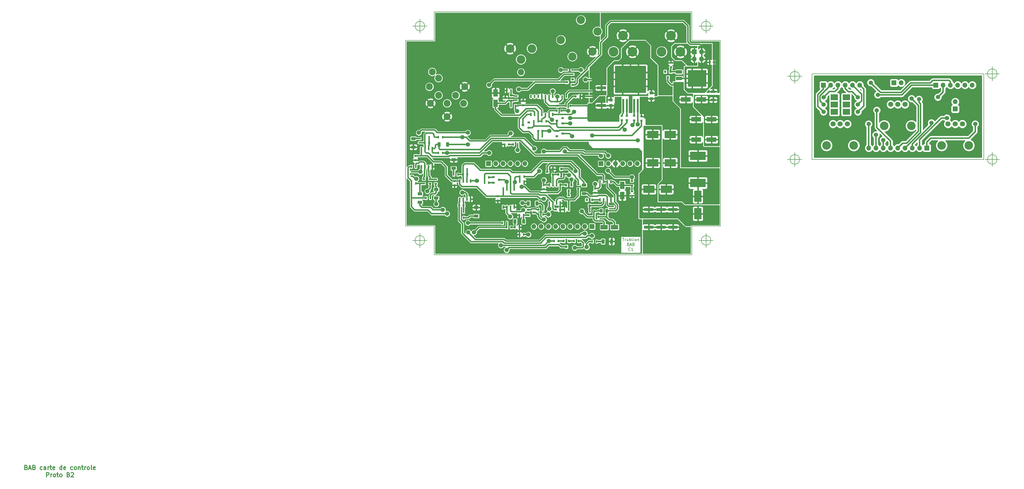
<source format=gbr>
G04 #@! TF.GenerationSoftware,KiCad,Pcbnew,(5.1.4)-1*
G04 #@! TF.CreationDate,2019-12-04T23:12:45+01:00*
G04 #@! TF.ProjectId,instru_bab_v2,696e7374-7275-45f6-9261-625f76322e6b,rev?*
G04 #@! TF.SameCoordinates,Original*
G04 #@! TF.FileFunction,Copper,L1,Top*
G04 #@! TF.FilePolarity,Positive*
%FSLAX46Y46*%
G04 Gerber Fmt 4.6, Leading zero omitted, Abs format (unit mm)*
G04 Created by KiCad (PCBNEW (5.1.4)-1) date 2019-12-04 23:12:45*
%MOMM*%
%LPD*%
G04 APERTURE LIST*
%ADD10C,0.200000*%
%ADD11C,0.300000*%
%ADD12C,0.150000*%
%ADD13C,0.500000*%
%ADD14R,0.800000X0.750000*%
%ADD15R,0.500000X0.900000*%
%ADD16C,0.500000*%
%ADD17R,5.500000X3.000000*%
%ADD18R,0.900000X0.800000*%
%ADD19R,1.700000X0.900000*%
%ADD20R,2.200000X1.200000*%
%ADD21R,6.400000X5.800000*%
%ADD22R,3.050000X2.750000*%
%ADD23R,0.800000X0.900000*%
%ADD24R,1.700000X1.700000*%
%ADD25O,1.700000X1.700000*%
%ADD26R,0.900000X0.500000*%
%ADD27C,1.800000*%
%ADD28C,3.000000*%
%ADD29R,4.000000X2.500000*%
%ADD30R,2.500000X4.000000*%
%ADD31R,1.250000X1.000000*%
%ADD32R,3.500000X1.600000*%
%ADD33R,2.500000X2.000000*%
%ADD34R,0.800000X4.600000*%
%ADD35R,10.800000X9.400000*%
%ADD36R,5.250000X4.550000*%
%ADD37C,3.400000*%
%ADD38C,2.400000*%
%ADD39R,0.750000X0.800000*%
%ADD40C,2.200000*%
%ADD41C,2.900000*%
%ADD42R,0.508000X1.143000*%
%ADD43R,1.600000X2.600000*%
%ADD44R,1.000000X1.250000*%
%ADD45R,1.600000X1.000000*%
%ADD46R,1.000000X1.600000*%
%ADD47R,3.200000X1.000000*%
%ADD48R,2.600000X1.600000*%
%ADD49C,1.500000*%
%ADD50C,0.254000*%
G04 APERTURE END LIST*
D10*
X108795238Y-107502380D02*
X109366666Y-107502380D01*
X109080952Y-108502380D02*
X109080952Y-107502380D01*
X109700000Y-108502380D02*
X109700000Y-107835714D01*
X109700000Y-108026190D02*
X109747619Y-107930952D01*
X109795238Y-107883333D01*
X109890476Y-107835714D01*
X109985714Y-107835714D01*
X110747619Y-107835714D02*
X110747619Y-108502380D01*
X110319047Y-107835714D02*
X110319047Y-108359523D01*
X110366666Y-108454761D01*
X110461904Y-108502380D01*
X110604761Y-108502380D01*
X110700000Y-108454761D01*
X110747619Y-108407142D01*
X111223809Y-108502380D02*
X111223809Y-107502380D01*
X111223809Y-107883333D02*
X111319047Y-107835714D01*
X111509523Y-107835714D01*
X111604761Y-107883333D01*
X111652380Y-107930952D01*
X111700000Y-108026190D01*
X111700000Y-108311904D01*
X111652380Y-108407142D01*
X111604761Y-108454761D01*
X111509523Y-108502380D01*
X111319047Y-108502380D01*
X111223809Y-108454761D01*
X112271428Y-108502380D02*
X112176190Y-108454761D01*
X112128571Y-108359523D01*
X112128571Y-107502380D01*
X112652380Y-108502380D02*
X112652380Y-107835714D01*
X112652380Y-107502380D02*
X112604761Y-107550000D01*
X112652380Y-107597619D01*
X112700000Y-107550000D01*
X112652380Y-107502380D01*
X112652380Y-107597619D01*
X113271428Y-108502380D02*
X113176190Y-108454761D01*
X113128571Y-108407142D01*
X113080952Y-108311904D01*
X113080952Y-108026190D01*
X113128571Y-107930952D01*
X113176190Y-107883333D01*
X113271428Y-107835714D01*
X113414285Y-107835714D01*
X113509523Y-107883333D01*
X113557142Y-107930952D01*
X113604761Y-108026190D01*
X113604761Y-108311904D01*
X113557142Y-108407142D01*
X113509523Y-108454761D01*
X113414285Y-108502380D01*
X113271428Y-108502380D01*
X114033333Y-107835714D02*
X114033333Y-108502380D01*
X114033333Y-107930952D02*
X114080952Y-107883333D01*
X114176190Y-107835714D01*
X114319047Y-107835714D01*
X114414285Y-107883333D01*
X114461904Y-107978571D01*
X114461904Y-108502380D01*
X110842857Y-109678571D02*
X110985714Y-109726190D01*
X111033333Y-109773809D01*
X111080952Y-109869047D01*
X111080952Y-110011904D01*
X111033333Y-110107142D01*
X110985714Y-110154761D01*
X110890476Y-110202380D01*
X110509523Y-110202380D01*
X110509523Y-109202380D01*
X110842857Y-109202380D01*
X110938095Y-109250000D01*
X110985714Y-109297619D01*
X111033333Y-109392857D01*
X111033333Y-109488095D01*
X110985714Y-109583333D01*
X110938095Y-109630952D01*
X110842857Y-109678571D01*
X110509523Y-109678571D01*
X111461904Y-109916666D02*
X111938095Y-109916666D01*
X111366666Y-110202380D02*
X111700000Y-109202380D01*
X112033333Y-110202380D01*
X112700000Y-109678571D02*
X112842857Y-109726190D01*
X112890476Y-109773809D01*
X112938095Y-109869047D01*
X112938095Y-110011904D01*
X112890476Y-110107142D01*
X112842857Y-110154761D01*
X112747619Y-110202380D01*
X112366666Y-110202380D01*
X112366666Y-109202380D01*
X112700000Y-109202380D01*
X112795238Y-109250000D01*
X112842857Y-109297619D01*
X112890476Y-109392857D01*
X112890476Y-109488095D01*
X112842857Y-109583333D01*
X112795238Y-109630952D01*
X112700000Y-109678571D01*
X112366666Y-109678571D01*
X111533333Y-111807142D02*
X111485714Y-111854761D01*
X111342857Y-111902380D01*
X111247619Y-111902380D01*
X111104761Y-111854761D01*
X111009523Y-111759523D01*
X110961904Y-111664285D01*
X110914285Y-111473809D01*
X110914285Y-111330952D01*
X110961904Y-111140476D01*
X111009523Y-111045238D01*
X111104761Y-110950000D01*
X111247619Y-110902380D01*
X111342857Y-110902380D01*
X111485714Y-110950000D01*
X111533333Y-110997619D01*
X112485714Y-111902380D02*
X111914285Y-111902380D01*
X112200000Y-111902380D02*
X112200000Y-110902380D01*
X112104761Y-111045238D01*
X112009523Y-111140476D01*
X111914285Y-111188095D01*
X239666666Y-50000000D02*
G75*
G03X239666666Y-50000000I-1666666J0D01*
G01*
X235500000Y-50000000D02*
X240500000Y-50000000D01*
X238000000Y-47500000D02*
X238000000Y-52500000D01*
X170666666Y-50900000D02*
G75*
G03X170666666Y-50900000I-1666666J0D01*
G01*
X166500000Y-50900000D02*
X171500000Y-50900000D01*
X169000000Y-48400000D02*
X169000000Y-53400000D01*
X170666666Y-80000000D02*
G75*
G03X170666666Y-80000000I-1666666J0D01*
G01*
X166500000Y-80000000D02*
X171500000Y-80000000D01*
X169000000Y-77500000D02*
X169000000Y-82500000D01*
X239666666Y-80000000D02*
G75*
G03X239666666Y-80000000I-1666666J0D01*
G01*
X235500000Y-80000000D02*
X240500000Y-80000000D01*
X238000000Y-77500000D02*
X238000000Y-82500000D01*
X139667825Y-108334814D02*
G75*
G03X139667825Y-108334814I-1666666J0D01*
G01*
X135501159Y-108334814D02*
X140501159Y-108334814D01*
X138001159Y-105834814D02*
X138001159Y-110834814D01*
X139667825Y-33334814D02*
G75*
G03X139667825Y-33334814I-1666666J0D01*
G01*
X135501159Y-33334814D02*
X140501159Y-33334814D01*
X138001159Y-30834814D02*
X138001159Y-35834814D01*
X39667825Y-108334814D02*
G75*
G03X39667825Y-108334814I-1666666J0D01*
G01*
X35501159Y-108334814D02*
X40501159Y-108334814D01*
X38001159Y-105834814D02*
X38001159Y-110834814D01*
X39667825Y-33334814D02*
G75*
G03X39667825Y-33334814I-1666666J0D01*
G01*
X35501159Y-33334814D02*
X40501159Y-33334814D01*
X38001159Y-30834814D02*
X38001159Y-35834814D01*
D11*
X-99535714Y-187767857D02*
X-99321428Y-187839285D01*
X-99249999Y-187910714D01*
X-99178571Y-188053571D01*
X-99178571Y-188267857D01*
X-99249999Y-188410714D01*
X-99321428Y-188482142D01*
X-99464285Y-188553571D01*
X-100035714Y-188553571D01*
X-100035714Y-187053571D01*
X-99535714Y-187053571D01*
X-99392857Y-187125000D01*
X-99321428Y-187196428D01*
X-99249999Y-187339285D01*
X-99249999Y-187482142D01*
X-99321428Y-187625000D01*
X-99392857Y-187696428D01*
X-99535714Y-187767857D01*
X-100035714Y-187767857D01*
X-98607142Y-188125000D02*
X-97892857Y-188125000D01*
X-98749999Y-188553571D02*
X-98249999Y-187053571D01*
X-97749999Y-188553571D01*
X-96749999Y-187767857D02*
X-96535714Y-187839285D01*
X-96464285Y-187910714D01*
X-96392857Y-188053571D01*
X-96392857Y-188267857D01*
X-96464285Y-188410714D01*
X-96535714Y-188482142D01*
X-96678571Y-188553571D01*
X-97249999Y-188553571D01*
X-97249999Y-187053571D01*
X-96749999Y-187053571D01*
X-96607142Y-187125000D01*
X-96535714Y-187196428D01*
X-96464285Y-187339285D01*
X-96464285Y-187482142D01*
X-96535714Y-187625000D01*
X-96607142Y-187696428D01*
X-96749999Y-187767857D01*
X-97249999Y-187767857D01*
X-93964285Y-188482142D02*
X-94107142Y-188553571D01*
X-94392857Y-188553571D01*
X-94535714Y-188482142D01*
X-94607142Y-188410714D01*
X-94678571Y-188267857D01*
X-94678571Y-187839285D01*
X-94607142Y-187696428D01*
X-94535714Y-187625000D01*
X-94392857Y-187553571D01*
X-94107142Y-187553571D01*
X-93964285Y-187625000D01*
X-92678571Y-188553571D02*
X-92678571Y-187767857D01*
X-92750000Y-187625000D01*
X-92892857Y-187553571D01*
X-93178571Y-187553571D01*
X-93321428Y-187625000D01*
X-92678571Y-188482142D02*
X-92821428Y-188553571D01*
X-93178571Y-188553571D01*
X-93321428Y-188482142D01*
X-93392857Y-188339285D01*
X-93392857Y-188196428D01*
X-93321428Y-188053571D01*
X-93178571Y-187982142D01*
X-92821428Y-187982142D01*
X-92678571Y-187910714D01*
X-91964285Y-188553571D02*
X-91964285Y-187553571D01*
X-91964285Y-187839285D02*
X-91892857Y-187696428D01*
X-91821428Y-187625000D01*
X-91678571Y-187553571D01*
X-91535714Y-187553571D01*
X-91249999Y-187553571D02*
X-90678571Y-187553571D01*
X-91035714Y-187053571D02*
X-91035714Y-188339285D01*
X-90964285Y-188482142D01*
X-90821428Y-188553571D01*
X-90678571Y-188553571D01*
X-89607142Y-188482142D02*
X-89750000Y-188553571D01*
X-90035714Y-188553571D01*
X-90178571Y-188482142D01*
X-90250000Y-188339285D01*
X-90250000Y-187767857D01*
X-90178571Y-187625000D01*
X-90035714Y-187553571D01*
X-89750000Y-187553571D01*
X-89607142Y-187625000D01*
X-89535714Y-187767857D01*
X-89535714Y-187910714D01*
X-90250000Y-188053571D01*
X-87107142Y-188553571D02*
X-87107142Y-187053571D01*
X-87107142Y-188482142D02*
X-87250000Y-188553571D01*
X-87535714Y-188553571D01*
X-87678571Y-188482142D01*
X-87750000Y-188410714D01*
X-87821428Y-188267857D01*
X-87821428Y-187839285D01*
X-87750000Y-187696428D01*
X-87678571Y-187625000D01*
X-87535714Y-187553571D01*
X-87250000Y-187553571D01*
X-87107142Y-187625000D01*
X-85821428Y-188482142D02*
X-85964285Y-188553571D01*
X-86250000Y-188553571D01*
X-86392857Y-188482142D01*
X-86464285Y-188339285D01*
X-86464285Y-187767857D01*
X-86392857Y-187625000D01*
X-86250000Y-187553571D01*
X-85964285Y-187553571D01*
X-85821428Y-187625000D01*
X-85750000Y-187767857D01*
X-85750000Y-187910714D01*
X-86464285Y-188053571D01*
X-83321428Y-188482142D02*
X-83464285Y-188553571D01*
X-83750000Y-188553571D01*
X-83892857Y-188482142D01*
X-83964285Y-188410714D01*
X-84035714Y-188267857D01*
X-84035714Y-187839285D01*
X-83964285Y-187696428D01*
X-83892857Y-187625000D01*
X-83750000Y-187553571D01*
X-83464285Y-187553571D01*
X-83321428Y-187625000D01*
X-82464285Y-188553571D02*
X-82607142Y-188482142D01*
X-82678571Y-188410714D01*
X-82750000Y-188267857D01*
X-82750000Y-187839285D01*
X-82678571Y-187696428D01*
X-82607142Y-187625000D01*
X-82464285Y-187553571D01*
X-82250000Y-187553571D01*
X-82107142Y-187625000D01*
X-82035714Y-187696428D01*
X-81964285Y-187839285D01*
X-81964285Y-188267857D01*
X-82035714Y-188410714D01*
X-82107142Y-188482142D01*
X-82250000Y-188553571D01*
X-82464285Y-188553571D01*
X-81321428Y-187553571D02*
X-81321428Y-188553571D01*
X-81321428Y-187696428D02*
X-81250000Y-187625000D01*
X-81107142Y-187553571D01*
X-80892857Y-187553571D01*
X-80750000Y-187625000D01*
X-80678571Y-187767857D01*
X-80678571Y-188553571D01*
X-80178571Y-187553571D02*
X-79607142Y-187553571D01*
X-79964285Y-187053571D02*
X-79964285Y-188339285D01*
X-79892857Y-188482142D01*
X-79750000Y-188553571D01*
X-79607142Y-188553571D01*
X-79107142Y-188553571D02*
X-79107142Y-187553571D01*
X-79107142Y-187839285D02*
X-79035714Y-187696428D01*
X-78964285Y-187625000D01*
X-78821428Y-187553571D01*
X-78678571Y-187553571D01*
X-77964285Y-188553571D02*
X-78107142Y-188482142D01*
X-78178571Y-188410714D01*
X-78249999Y-188267857D01*
X-78249999Y-187839285D01*
X-78178571Y-187696428D01*
X-78107142Y-187625000D01*
X-77964285Y-187553571D01*
X-77749999Y-187553571D01*
X-77607142Y-187625000D01*
X-77535714Y-187696428D01*
X-77464285Y-187839285D01*
X-77464285Y-188267857D01*
X-77535714Y-188410714D01*
X-77607142Y-188482142D01*
X-77749999Y-188553571D01*
X-77964285Y-188553571D01*
X-76607142Y-188553571D02*
X-76749999Y-188482142D01*
X-76821428Y-188339285D01*
X-76821428Y-187053571D01*
X-75464285Y-188482142D02*
X-75607142Y-188553571D01*
X-75892857Y-188553571D01*
X-76035714Y-188482142D01*
X-76107142Y-188339285D01*
X-76107142Y-187767857D01*
X-76035714Y-187625000D01*
X-75892857Y-187553571D01*
X-75607142Y-187553571D01*
X-75464285Y-187625000D01*
X-75392857Y-187767857D01*
X-75392857Y-187910714D01*
X-76107142Y-188053571D01*
X-92428571Y-191103571D02*
X-92428571Y-189603571D01*
X-91857142Y-189603571D01*
X-91714285Y-189675000D01*
X-91642857Y-189746428D01*
X-91571428Y-189889285D01*
X-91571428Y-190103571D01*
X-91642857Y-190246428D01*
X-91714285Y-190317857D01*
X-91857142Y-190389285D01*
X-92428571Y-190389285D01*
X-90928571Y-191103571D02*
X-90928571Y-190103571D01*
X-90928571Y-190389285D02*
X-90857142Y-190246428D01*
X-90785714Y-190175000D01*
X-90642857Y-190103571D01*
X-90500000Y-190103571D01*
X-89785714Y-191103571D02*
X-89928571Y-191032142D01*
X-90000000Y-190960714D01*
X-90071428Y-190817857D01*
X-90071428Y-190389285D01*
X-90000000Y-190246428D01*
X-89928571Y-190175000D01*
X-89785714Y-190103571D01*
X-89571428Y-190103571D01*
X-89428571Y-190175000D01*
X-89357142Y-190246428D01*
X-89285714Y-190389285D01*
X-89285714Y-190817857D01*
X-89357142Y-190960714D01*
X-89428571Y-191032142D01*
X-89571428Y-191103571D01*
X-89785714Y-191103571D01*
X-88857142Y-190103571D02*
X-88285714Y-190103571D01*
X-88642857Y-189603571D02*
X-88642857Y-190889285D01*
X-88571428Y-191032142D01*
X-88428571Y-191103571D01*
X-88285714Y-191103571D01*
X-87571428Y-191103571D02*
X-87714285Y-191032142D01*
X-87785714Y-190960714D01*
X-87857142Y-190817857D01*
X-87857142Y-190389285D01*
X-87785714Y-190246428D01*
X-87714285Y-190175000D01*
X-87571428Y-190103571D01*
X-87357142Y-190103571D01*
X-87214285Y-190175000D01*
X-87142857Y-190246428D01*
X-87071428Y-190389285D01*
X-87071428Y-190817857D01*
X-87142857Y-190960714D01*
X-87214285Y-191032142D01*
X-87357142Y-191103571D01*
X-87571428Y-191103571D01*
X-84785714Y-190317857D02*
X-84571428Y-190389285D01*
X-84500000Y-190460714D01*
X-84428571Y-190603571D01*
X-84428571Y-190817857D01*
X-84500000Y-190960714D01*
X-84571428Y-191032142D01*
X-84714285Y-191103571D01*
X-85285714Y-191103571D01*
X-85285714Y-189603571D01*
X-84785714Y-189603571D01*
X-84642857Y-189675000D01*
X-84571428Y-189746428D01*
X-84500000Y-189889285D01*
X-84500000Y-190032142D01*
X-84571428Y-190175000D01*
X-84642857Y-190246428D01*
X-84785714Y-190317857D01*
X-85285714Y-190317857D01*
X-83857142Y-189746428D02*
X-83785714Y-189675000D01*
X-83642857Y-189603571D01*
X-83285714Y-189603571D01*
X-83142857Y-189675000D01*
X-83071428Y-189746428D01*
X-83000000Y-189889285D01*
X-83000000Y-190032142D01*
X-83071428Y-190246428D01*
X-83928571Y-191103571D01*
X-83000000Y-191103571D01*
D10*
X235000000Y-50000000D02*
X175000000Y-50000000D01*
X235000000Y-80000000D02*
X235000000Y-50000000D01*
X175000000Y-80000000D02*
X235000000Y-80000000D01*
X175000000Y-50000000D02*
X175000000Y-80000000D01*
D12*
X43001159Y-103334814D02*
X33001159Y-103334814D01*
X43001159Y-113334814D02*
X43001159Y-103334814D01*
X133001159Y-113334814D02*
X43001159Y-113334814D01*
X133001159Y-103334814D02*
X133001159Y-113334814D01*
X143001159Y-103334814D02*
X133001159Y-103334814D01*
X143001159Y-38334814D02*
X143001159Y-103334814D01*
X133001159Y-38334814D02*
X143001159Y-38334814D01*
X133001159Y-28334814D02*
X133001159Y-38334814D01*
X43001159Y-28334814D02*
X133001159Y-28334814D01*
X43001159Y-38334814D02*
X43001159Y-28334814D01*
X33001159Y-38334814D02*
X43001159Y-38334814D01*
X33001159Y-103334814D02*
X33001159Y-38334814D01*
D13*
X95996000Y-56050000D02*
X98004000Y-56050000D01*
X93996000Y-65550000D02*
X96004000Y-65550000D01*
X95796000Y-52050000D02*
X97804000Y-52050000D01*
X98004000Y-57950000D02*
X95996000Y-57950000D01*
X93996000Y-61250000D02*
X96004000Y-61250000D01*
X135804000Y-39750000D02*
X133796000Y-39750000D01*
D14*
X67600000Y-74750000D03*
X69100000Y-74750000D03*
D15*
X72150000Y-74750000D03*
X70650000Y-74750000D03*
D16*
X98004000Y-56050000D03*
X95996000Y-56050000D03*
X96004000Y-65550000D03*
X93996000Y-65550000D03*
X97804000Y-52050000D03*
X95796000Y-52050000D03*
D17*
X135150000Y-88250000D03*
X135150000Y-78750000D03*
D18*
X91350000Y-53900000D03*
X91350000Y-52000000D03*
X89350000Y-52950000D03*
D19*
X140500000Y-59200000D03*
X140500000Y-56300000D03*
D20*
X128550000Y-49370000D03*
X128550000Y-51650000D03*
X128550000Y-53930000D03*
D21*
X134850000Y-51650000D03*
D22*
X136525000Y-53175000D03*
X133175000Y-50125000D03*
X136525000Y-50125000D03*
X133175000Y-53175000D03*
D23*
X90934066Y-88964146D03*
X89034066Y-88964146D03*
X89984066Y-90964146D03*
X86400000Y-85300000D03*
X88300000Y-85300000D03*
X87350000Y-83300000D03*
D18*
X84500000Y-85300000D03*
X84500000Y-83400000D03*
X82500000Y-84350000D03*
D24*
X98144066Y-103464146D03*
D25*
X95604066Y-103464146D03*
X93064066Y-103464146D03*
X90524066Y-103464146D03*
X87984066Y-103464146D03*
X85444066Y-103464146D03*
X82904066Y-103464146D03*
X80364066Y-103464146D03*
X77824066Y-103464146D03*
D24*
X215160000Y-76000000D03*
D25*
X212620000Y-76000000D03*
X210080000Y-76000000D03*
X207540000Y-76000000D03*
X205000000Y-76000000D03*
X202460000Y-76000000D03*
X199920000Y-76000000D03*
X197380000Y-76000000D03*
X194840000Y-76000000D03*
D23*
X125600000Y-49300000D03*
X123700000Y-49300000D03*
X124650000Y-51300000D03*
D26*
X110300000Y-64750000D03*
X110300000Y-66250000D03*
X108550000Y-64750000D03*
X108550000Y-66250000D03*
X125700000Y-47700000D03*
X125700000Y-46200000D03*
D15*
X88484066Y-97564146D03*
X89984066Y-97564146D03*
D26*
X90000000Y-94150000D03*
X90000000Y-92650000D03*
X93350000Y-90200000D03*
X93350000Y-88700000D03*
D15*
X72800000Y-106300000D03*
X74300000Y-106300000D03*
X81000000Y-99250000D03*
X79500000Y-99250000D03*
D27*
X187350000Y-67600000D03*
X184850000Y-67600000D03*
X182350000Y-67600000D03*
D28*
X189600000Y-75100000D03*
X180100000Y-75100000D03*
D29*
X125500000Y-81200000D03*
X119400000Y-81200000D03*
X124100000Y-90450000D03*
X118000000Y-90450000D03*
D30*
X135150000Y-92900000D03*
X135150000Y-99000000D03*
D31*
X104700000Y-61150000D03*
X104700000Y-59150000D03*
D32*
X134500000Y-66000000D03*
X139900000Y-66000000D03*
X130940169Y-59028119D03*
X136340169Y-59028119D03*
D14*
X140750000Y-46000000D03*
X139250000Y-46000000D03*
D29*
X125450000Y-71300000D03*
X119350000Y-71300000D03*
D32*
X134500000Y-73050000D03*
X139900000Y-73050000D03*
D24*
X133900000Y-42350000D03*
D25*
X136440000Y-42350000D03*
X133900000Y-44890000D03*
X136440000Y-44890000D03*
D33*
X187000000Y-63340000D03*
X182840000Y-63340000D03*
X187000000Y-60800000D03*
X182840000Y-60800000D03*
X187000000Y-58260000D03*
X182840000Y-58260000D03*
D34*
X107790000Y-61150000D03*
X109060000Y-61150000D03*
X110330000Y-61150000D03*
X111600000Y-61150000D03*
X112870000Y-61150000D03*
X114140000Y-61150000D03*
X115410000Y-61150000D03*
D35*
X111600000Y-52000000D03*
D36*
X114375000Y-49575000D03*
X108825000Y-54425000D03*
X108825000Y-49575000D03*
X114375000Y-54425000D03*
D37*
X108950000Y-36650000D03*
X105650000Y-42300000D03*
X112250000Y-42300000D03*
D38*
X53650000Y-54550000D03*
X44500000Y-51550000D03*
X47500000Y-60350000D03*
X53300000Y-60350000D03*
X47500000Y-65000000D03*
X41700000Y-60350000D03*
X42300000Y-49350000D03*
X41350000Y-54550000D03*
X44500000Y-57550000D03*
X50500000Y-57550000D03*
D37*
X125750000Y-36700000D03*
X122450000Y-42350000D03*
X129050000Y-42350000D03*
D24*
X101284066Y-81464146D03*
D25*
X103824066Y-81464146D03*
X106364066Y-81464146D03*
X108904066Y-81464146D03*
X111444066Y-81464146D03*
X113984066Y-81464146D03*
D24*
X61984066Y-81464146D03*
D25*
X64524066Y-81464146D03*
X67064066Y-81464146D03*
X69604066Y-81464146D03*
X72144066Y-81464146D03*
X74684066Y-81464146D03*
D27*
X227550000Y-67600000D03*
X225050000Y-67600000D03*
X222550000Y-67600000D03*
D28*
X229800000Y-75100000D03*
X220300000Y-75100000D03*
D27*
X207500000Y-60750000D03*
X205000000Y-60750000D03*
X202500000Y-60750000D03*
D28*
X209750000Y-68250000D03*
X200250000Y-68250000D03*
D24*
X179000000Y-54000000D03*
D25*
X181540000Y-54000000D03*
X184080000Y-54000000D03*
X186620000Y-54000000D03*
X189160000Y-54000000D03*
X191700000Y-54000000D03*
D24*
X218300000Y-54000000D03*
D25*
X220840000Y-54000000D03*
X223380000Y-54000000D03*
X225920000Y-54000000D03*
X228460000Y-54000000D03*
X231000000Y-54000000D03*
D24*
X225050000Y-62340000D03*
D25*
X225050000Y-59800000D03*
D39*
X65234066Y-92914146D03*
X65234066Y-94414146D03*
D26*
X91300000Y-48700000D03*
X91300000Y-50200000D03*
X89350000Y-48700000D03*
X89350000Y-50200000D03*
D28*
X69490000Y-41200000D03*
X77110000Y-41200000D03*
X73300000Y-45010000D03*
D40*
X73300000Y-49450000D03*
D41*
X87250000Y-38200000D03*
X94250000Y-31200000D03*
X100050000Y-35200000D03*
X98320000Y-42270000D03*
X91250000Y-44000000D03*
D14*
X41240544Y-74131913D03*
X39740544Y-74131913D03*
D39*
X74100000Y-59550000D03*
X74100000Y-61050000D03*
D42*
X76780000Y-64300000D03*
X78050000Y-64300000D03*
X79320000Y-64300000D03*
X80590000Y-64300000D03*
X81860000Y-64300000D03*
X83130000Y-64300000D03*
X84400000Y-64300000D03*
X84400000Y-57950000D03*
X83130000Y-57950000D03*
X80590000Y-57950000D03*
X79320000Y-57950000D03*
X78050000Y-57950000D03*
X76780000Y-57950000D03*
X81860000Y-57950000D03*
X83202680Y-88935610D03*
X84472680Y-88935610D03*
X85742680Y-88935610D03*
X87012680Y-88935610D03*
X87012680Y-95285610D03*
X85742680Y-95285610D03*
X84472680Y-95285610D03*
X83202680Y-95285610D03*
X67124066Y-90314146D03*
X68394066Y-90314146D03*
X69664066Y-90314146D03*
X70934066Y-90314146D03*
X70934066Y-96664146D03*
X69664066Y-96664146D03*
X68394066Y-96664146D03*
X67124066Y-96664146D03*
X100929066Y-87789146D03*
X102199066Y-87789146D03*
X103469066Y-87789146D03*
X104739066Y-87789146D03*
X104739066Y-94139146D03*
X103469066Y-94139146D03*
X102199066Y-94139146D03*
X100929066Y-94139146D03*
D15*
X89200000Y-58000000D03*
X87700000Y-58000000D03*
X90550000Y-61250000D03*
X89050000Y-61250000D03*
X94000000Y-57950000D03*
X92500000Y-57950000D03*
D26*
X112900000Y-64800000D03*
X112900000Y-66300000D03*
D15*
X85900000Y-62950000D03*
X87400000Y-62950000D03*
X79300000Y-71850000D03*
X80800000Y-71850000D03*
X80600000Y-66650000D03*
X82100000Y-66650000D03*
X79300000Y-66650000D03*
X77800000Y-66650000D03*
X71350000Y-61300000D03*
X69850000Y-61300000D03*
X69850000Y-55850000D03*
X68350000Y-55850000D03*
D26*
X71700000Y-59300000D03*
X71700000Y-57800000D03*
D15*
X91900000Y-108550000D03*
X93400000Y-108550000D03*
X86400000Y-108550000D03*
X84900000Y-108550000D03*
X62100000Y-86250000D03*
X60600000Y-86250000D03*
X62106108Y-88104698D03*
X60606108Y-88104698D03*
X72900000Y-86000000D03*
X74400000Y-86000000D03*
X72900000Y-87700000D03*
X74400000Y-87700000D03*
X100334066Y-100064146D03*
X98834066Y-100064146D03*
X98834066Y-98164146D03*
X97334066Y-98164146D03*
D26*
X105400000Y-97950000D03*
X105400000Y-96450000D03*
X112100000Y-91200000D03*
X112100000Y-92700000D03*
X112100000Y-87600000D03*
X112100000Y-89100000D03*
D15*
X45950000Y-72200000D03*
X44450000Y-72200000D03*
X71250000Y-103750000D03*
X72750000Y-103750000D03*
D26*
X35250000Y-85831913D03*
X35250000Y-84331913D03*
D15*
X74250000Y-99500000D03*
X72750000Y-99500000D03*
X35040544Y-82531913D03*
X36540544Y-82531913D03*
D26*
X41540544Y-88431913D03*
X41540544Y-86931913D03*
D15*
X45950000Y-77700000D03*
X44450000Y-77700000D03*
X79484066Y-97564146D03*
X80984066Y-97564146D03*
X41140544Y-85031913D03*
X39640544Y-85031913D03*
D26*
X39340544Y-86931913D03*
X39340544Y-88431913D03*
X43500000Y-86950000D03*
X43500000Y-88450000D03*
D15*
X35040544Y-88431913D03*
X36540544Y-88431913D03*
X41650000Y-93500000D03*
X40150000Y-93500000D03*
X68350000Y-102200000D03*
X66850000Y-102200000D03*
X68350000Y-103750000D03*
X69850000Y-103750000D03*
D18*
X75850000Y-97600000D03*
X75850000Y-99500000D03*
X77850000Y-98550000D03*
X69850000Y-59450000D03*
X69850000Y-57550000D03*
X67850000Y-58500000D03*
X87900000Y-67400000D03*
X87900000Y-65500000D03*
X85900000Y-66450000D03*
X85900000Y-70000000D03*
X85900000Y-71900000D03*
X87900000Y-70950000D03*
X76000000Y-68950000D03*
X76000000Y-67050000D03*
X74000000Y-68000000D03*
D23*
X90100000Y-108550000D03*
X88200000Y-108550000D03*
X89150000Y-110550000D03*
D18*
X63706108Y-86204698D03*
X63706108Y-88104698D03*
X65706108Y-87154698D03*
D23*
X98234066Y-94164146D03*
X96334066Y-94164146D03*
X97284066Y-96164146D03*
D24*
X203660000Y-53200000D03*
D25*
X206200000Y-53200000D03*
D39*
X115400000Y-64950000D03*
X115400000Y-66450000D03*
X86050000Y-59750000D03*
X86050000Y-61250000D03*
D14*
X80800000Y-70050000D03*
X79300000Y-70050000D03*
D43*
X64450000Y-60350000D03*
X64450000Y-56750000D03*
D39*
X81307680Y-88964146D03*
X81307680Y-90464146D03*
D14*
X86984066Y-97564146D03*
X85484066Y-97564146D03*
D44*
X103334066Y-97964146D03*
X101334066Y-97964146D03*
D39*
X99234066Y-90164146D03*
X99234066Y-91664146D03*
D45*
X95350000Y-91950000D03*
X95350000Y-88950000D03*
D43*
X108734066Y-89064146D03*
X108734066Y-92664146D03*
D45*
X35700000Y-75700000D03*
X35700000Y-72700000D03*
D46*
X71250000Y-101650000D03*
X74250000Y-101650000D03*
D39*
X36440544Y-78731913D03*
X36440544Y-80231913D03*
D46*
X44700000Y-74800000D03*
X47700000Y-74800000D03*
D45*
X38000000Y-92000000D03*
X38000000Y-95000000D03*
X43700000Y-90500000D03*
X43700000Y-93500000D03*
D47*
X101450000Y-61150000D03*
X101450000Y-54950000D03*
D16*
X95996000Y-57950000D03*
X98004000Y-57950000D03*
X96004000Y-61250000D03*
X93996000Y-61250000D03*
D46*
X75900000Y-95400000D03*
X78900000Y-95400000D03*
D47*
X117974914Y-97511407D03*
X117974914Y-103711407D03*
X126424914Y-97511407D03*
X126424914Y-103711407D03*
X122274914Y-97511407D03*
X122274914Y-103711407D03*
D31*
X118850000Y-58750000D03*
X118850000Y-56750000D03*
D16*
X135804000Y-39750000D03*
X133796000Y-39750000D03*
D14*
X53250000Y-96100000D03*
X51750000Y-96100000D03*
D39*
X50100000Y-89050000D03*
X50100000Y-87550000D03*
D45*
X57700000Y-96800000D03*
X57700000Y-99800000D03*
D46*
X102000000Y-108700000D03*
X105000000Y-108700000D03*
D14*
X54550000Y-85300000D03*
X53050000Y-85300000D03*
D45*
X49800000Y-83100000D03*
X49800000Y-80100000D03*
D48*
X106000000Y-103700000D03*
X102400000Y-103700000D03*
D26*
X37900000Y-72650000D03*
X37900000Y-74150000D03*
D15*
X41250000Y-72200000D03*
X39750000Y-72200000D03*
X53250000Y-98300000D03*
X51750000Y-98300000D03*
X53250000Y-100400000D03*
X51750000Y-100400000D03*
X98250000Y-108700000D03*
X99750000Y-108700000D03*
X53050000Y-83500000D03*
X54550000Y-83500000D03*
X51300000Y-85300000D03*
X49800000Y-85300000D03*
D42*
X38495000Y-82575000D03*
X39765000Y-82575000D03*
X41035000Y-82575000D03*
X42305000Y-82575000D03*
X42305000Y-76225000D03*
X41035000Y-76225000D03*
X39765000Y-76225000D03*
X38495000Y-76225000D03*
X51895000Y-87525000D03*
X53165000Y-87525000D03*
X54435000Y-87525000D03*
X55705000Y-87525000D03*
X55705000Y-93875000D03*
X54435000Y-93875000D03*
X53165000Y-93875000D03*
X51895000Y-93875000D03*
D49*
X73800000Y-95250000D03*
X77950000Y-76200000D03*
X37600000Y-70650000D03*
X54750000Y-102200000D03*
X54750000Y-70650000D03*
X54750000Y-74750000D03*
X103750000Y-83950000D03*
X112100000Y-86200000D03*
X81300000Y-101000000D03*
X72550000Y-55450000D03*
X72000000Y-63100000D03*
X81323385Y-87254126D03*
X81300000Y-93800000D03*
X99250000Y-88550000D03*
X103800000Y-78700000D03*
X81300000Y-77200000D03*
X79700000Y-84100000D03*
X112250000Y-67950000D03*
X91950000Y-59600000D03*
X74100000Y-57650000D03*
X65250000Y-96200000D03*
X74200000Y-103750000D03*
X108900000Y-84350000D03*
X108950000Y-95300000D03*
X79299998Y-86800000D03*
X44850000Y-82500000D03*
X111400000Y-78550000D03*
X106400000Y-78550000D03*
X58300000Y-93900000D03*
X50100000Y-90900000D03*
X52000000Y-80100000D03*
X71300000Y-106300000D03*
X107000000Y-108700000D03*
X76300000Y-88400000D03*
X57900000Y-71400000D03*
X64500000Y-54000000D03*
X68400000Y-53900000D03*
X65600000Y-74900000D03*
X34700000Y-80200000D03*
X75000000Y-30000000D03*
X65000000Y-30000000D03*
X45000000Y-30000000D03*
X70000000Y-30000000D03*
X55000000Y-30000000D03*
X50000000Y-30000000D03*
X60000000Y-30000000D03*
X80000000Y-30000000D03*
X85000000Y-30000000D03*
X90000000Y-30000000D03*
X99000000Y-30000000D03*
X45000000Y-35000000D03*
X40000000Y-40000000D03*
X35000000Y-40000000D03*
X35000000Y-45000000D03*
X45000000Y-40000000D03*
X45000000Y-111000000D03*
X45000000Y-106000000D03*
X45000000Y-101000000D03*
X40000000Y-101000000D03*
X35000000Y-101000000D03*
X50000000Y-111000000D03*
X55000000Y-111000000D03*
X60000000Y-111000000D03*
X47500000Y-99000000D03*
X47500000Y-77750010D03*
X94600000Y-98150000D03*
X90069737Y-85487504D03*
X83200000Y-70050000D03*
X90550000Y-65550010D03*
X114150000Y-73350000D03*
X114150000Y-67700000D03*
X89800000Y-63000000D03*
X86050000Y-58000000D03*
X139050000Y-42350000D03*
X139050000Y-40450000D03*
X139050000Y-44300000D03*
X117950000Y-106550000D03*
X122250000Y-106550000D03*
X126400000Y-106500000D03*
X117950000Y-108600000D03*
X122250000Y-108600000D03*
X126400000Y-108600000D03*
X141450000Y-53050000D03*
X141450000Y-51250000D03*
X141450000Y-49450000D03*
X141450000Y-47700000D03*
X141450000Y-44200000D03*
X141400000Y-42200000D03*
X141400000Y-40100000D03*
X117900000Y-110800000D03*
X122200000Y-110700000D03*
X126400000Y-110700000D03*
X99000000Y-48000000D03*
X102000000Y-45000000D03*
X102000000Y-48000000D03*
X102000000Y-51000000D03*
X105000000Y-38000000D03*
X105000000Y-34000000D03*
X113000000Y-37000000D03*
X113000000Y-34000000D03*
X116000000Y-34000000D03*
X116000000Y-37000000D03*
X119000000Y-37000000D03*
X119000000Y-34000000D03*
X122000000Y-34000000D03*
X122000000Y-37000000D03*
X99000000Y-51000000D03*
X105000000Y-30000000D03*
X109000000Y-30000000D03*
X116000000Y-30000000D03*
X119000000Y-30000000D03*
X122000000Y-30000000D03*
X125000000Y-30000000D03*
X128550000Y-30000000D03*
X113000000Y-30000000D03*
X68300000Y-111700000D03*
X68300000Y-87800000D03*
X91200000Y-71900000D03*
X91850006Y-63350000D03*
X90550000Y-67400002D03*
X83200000Y-97250000D03*
X88650000Y-77200000D03*
X101250006Y-78750000D03*
X104600000Y-54450000D03*
X104650000Y-49600000D03*
X119200000Y-49550000D03*
X119150000Y-54400000D03*
X114400000Y-45500000D03*
X111600000Y-45400000D03*
X108850000Y-45400002D03*
X119150000Y-52000000D03*
X104650000Y-52000000D03*
X119200000Y-47300000D03*
X117200000Y-45500000D03*
X38149994Y-84350000D03*
X40600005Y-91100005D03*
X72100000Y-76700000D03*
X84400000Y-56100000D03*
X84150000Y-66150000D03*
X198000000Y-57400000D03*
X219000000Y-58200000D03*
X179050000Y-63350000D03*
X179049994Y-60800000D03*
X179100000Y-58250000D03*
X43700000Y-95600000D03*
X46000000Y-97600000D03*
X87250000Y-48700000D03*
X94250000Y-48700000D03*
X56900000Y-105500000D03*
X62150000Y-53949958D03*
X57900000Y-87500000D03*
X54900000Y-105499996D03*
X95600000Y-105899996D03*
X98100000Y-106700000D03*
X195550000Y-53150000D03*
X191050000Y-58250000D03*
X191050008Y-60800000D03*
X191050000Y-63349996D03*
X232050000Y-67600000D03*
X222150000Y-65500002D03*
X216741108Y-67191110D03*
X212400000Y-58950000D03*
X209800000Y-58700000D03*
X197650000Y-62800000D03*
X83100000Y-108550000D03*
X66300000Y-110050000D03*
X71200000Y-88000000D03*
X92100000Y-110900000D03*
X96300000Y-110700000D03*
X109600000Y-69600000D03*
X36757552Y-86767149D03*
X194800000Y-67600000D03*
X197350000Y-71400000D03*
X199900000Y-73200000D03*
X82900000Y-99250000D03*
X75900000Y-106300000D03*
X74100000Y-97700000D03*
X92400000Y-84050000D03*
X90950000Y-87000000D03*
X98200000Y-71600000D03*
X95850000Y-52050000D03*
X69550000Y-100000000D03*
X73600000Y-89600000D03*
X62200000Y-77700000D03*
X52800000Y-91600000D03*
X69700000Y-70900000D03*
X52800000Y-72200000D03*
D13*
X41650000Y-92550000D02*
X42200000Y-92000000D01*
X41650000Y-93500000D02*
X41650000Y-92550000D01*
X42200000Y-92000000D02*
X43300000Y-92000000D01*
X43700000Y-91600000D02*
X43700000Y-90500000D01*
X43300000Y-92000000D02*
X43700000Y-91600000D01*
X43500000Y-88450000D02*
X43500000Y-89300000D01*
X43700000Y-89500000D02*
X43700000Y-90500000D01*
X43500000Y-89300000D02*
X43700000Y-89500000D01*
X39340544Y-88431913D02*
X38050000Y-88431913D01*
X38050000Y-88431913D02*
X36540544Y-88431913D01*
X38000000Y-88481913D02*
X38000000Y-92000000D01*
X38050000Y-88431913D02*
X38000000Y-88481913D01*
X73950000Y-95400000D02*
X73800000Y-95250000D01*
X75900000Y-95400000D02*
X73950000Y-95400000D01*
X43059000Y-76225000D02*
X43400000Y-75884000D01*
X43700000Y-74800000D02*
X44700000Y-74800000D01*
X43400000Y-75100000D02*
X43700000Y-74800000D01*
X43400000Y-75884000D02*
X43400000Y-75100000D01*
X42305000Y-76225000D02*
X43059000Y-76225000D01*
X77200001Y-75450001D02*
X77950000Y-76200000D01*
X44700000Y-76200000D02*
X45000000Y-76500000D01*
X44700000Y-74800000D02*
X44700000Y-76200000D01*
X45000000Y-76500000D02*
X59049999Y-76500000D01*
X59049999Y-76500000D02*
X62899998Y-72650001D01*
X62899998Y-72650001D02*
X74400001Y-72650001D01*
X74400001Y-72650001D02*
X77200001Y-75450001D01*
X44450000Y-77700000D02*
X42600000Y-77700000D01*
X42305000Y-77405000D02*
X42305000Y-76225000D01*
X42600000Y-77700000D02*
X42305000Y-77405000D01*
X54750000Y-102200000D02*
X66850000Y-102200000D01*
X54700000Y-74800000D02*
X54750000Y-74750000D01*
X47700000Y-74800000D02*
X54700000Y-74800000D01*
X38550000Y-69700000D02*
X37600000Y-70650000D01*
X44150000Y-70650000D02*
X43200000Y-69700000D01*
X54750000Y-70650000D02*
X44150000Y-70650000D01*
X43200000Y-69700000D02*
X38550000Y-69700000D01*
X74100000Y-61050000D02*
X78900000Y-61050000D01*
X78900000Y-61050000D02*
X80590000Y-62740000D01*
X80590000Y-62740000D02*
X80590000Y-64300000D01*
X36440544Y-78731913D02*
X38068087Y-78731913D01*
X74100000Y-61050000D02*
X72600000Y-61050000D01*
X72350000Y-61300000D02*
X71350000Y-61300000D01*
X72600000Y-61050000D02*
X72350000Y-61300000D01*
X65234066Y-92914146D02*
X66385854Y-92914146D01*
X67124066Y-92175934D02*
X67124066Y-90314146D01*
X99234066Y-90164146D02*
X100385854Y-90164146D01*
X100929066Y-89620934D02*
X100929066Y-87789146D01*
X100385854Y-90164146D02*
X100929066Y-89620934D01*
X81336216Y-88935610D02*
X81307680Y-88964146D01*
X83202680Y-88935610D02*
X81336216Y-88935610D01*
X112100000Y-87600000D02*
X112100000Y-86200000D01*
X77850000Y-98550000D02*
X77900000Y-98550000D01*
X77900000Y-98550000D02*
X78450000Y-98550000D01*
X78500000Y-98550000D02*
X77850000Y-98550000D01*
X79500000Y-99250000D02*
X79200000Y-99250000D01*
X79200000Y-99250000D02*
X78500000Y-98550000D01*
X79500000Y-99250000D02*
X79500000Y-99450000D01*
X79500000Y-99450000D02*
X79500000Y-100150000D01*
X79500000Y-100150000D02*
X80350000Y-101000000D01*
X80350000Y-101000000D02*
X81300000Y-101000000D01*
X89350000Y-52950000D02*
X78200000Y-52950000D01*
X78200000Y-52950000D02*
X75700000Y-55450000D01*
X75700000Y-55450000D02*
X72550000Y-55450000D01*
X72000000Y-63100000D02*
X71350000Y-62450000D01*
X71350000Y-62450000D02*
X71350000Y-61300000D01*
X81307680Y-88964146D02*
X81307680Y-87269831D01*
X81307680Y-87269831D02*
X81323385Y-87254126D01*
X67124066Y-92890080D02*
X67100000Y-92914146D01*
X67124066Y-90314146D02*
X67124066Y-92890080D01*
X65234066Y-92914146D02*
X67100000Y-92914146D01*
X106000000Y-86200000D02*
X103750000Y-83950000D01*
X112100000Y-86200000D02*
X106000000Y-86200000D01*
X99234066Y-90164146D02*
X99234066Y-88565934D01*
X99234066Y-88565934D02*
X99250000Y-88550000D01*
X95750000Y-77400000D02*
X102500000Y-77400000D01*
X81300000Y-77200000D02*
X86850000Y-77200000D01*
X88149999Y-75900001D02*
X89200003Y-75900001D01*
X102500000Y-77400000D02*
X103800000Y-78700000D01*
X86850000Y-77200000D02*
X88149999Y-75900001D01*
X89200003Y-75900001D02*
X90250002Y-76950000D01*
X90250002Y-76950000D02*
X95300000Y-76950000D01*
X95300000Y-76950000D02*
X95750000Y-77400000D01*
X80000000Y-93800000D02*
X81300000Y-93800000D01*
X67100000Y-92914146D02*
X79114146Y-92914146D01*
X79114146Y-92914146D02*
X80000000Y-93800000D01*
X50125000Y-87525000D02*
X50100000Y-87550000D01*
X51895000Y-87525000D02*
X50125000Y-87525000D01*
X51895000Y-88695000D02*
X51895000Y-87525000D01*
X52700000Y-89500000D02*
X51895000Y-88695000D01*
X57900000Y-89500000D02*
X52700000Y-89500000D01*
X61314146Y-92914146D02*
X57900000Y-89500000D01*
X38531913Y-78731913D02*
X36440544Y-78731913D01*
X40631913Y-78731913D02*
X38531913Y-78731913D01*
X49225000Y-87550000D02*
X47200000Y-85525000D01*
X50100000Y-87550000D02*
X49225000Y-87550000D01*
X47200000Y-82600000D02*
X45500000Y-80900000D01*
X45500000Y-80900000D02*
X42800000Y-80900000D01*
X47200000Y-85525000D02*
X47200000Y-82600000D01*
X42800000Y-80900000D02*
X40631913Y-78731913D01*
X65234066Y-92914146D02*
X63085854Y-92914146D01*
X63085854Y-92914146D02*
X61314146Y-92914146D01*
X74400000Y-86000000D02*
X77800000Y-86000000D01*
X77800000Y-86000000D02*
X79700000Y-84100000D01*
X38495000Y-78695000D02*
X38531913Y-78731913D01*
X38495000Y-76225000D02*
X38495000Y-78695000D01*
X74100000Y-59550000D02*
X80061500Y-59550000D01*
X80061500Y-59550000D02*
X80590000Y-59021500D01*
X80590000Y-59021500D02*
X80590000Y-57950000D01*
X72750000Y-99500000D02*
X72750000Y-103750000D01*
X87012680Y-97535532D02*
X86984066Y-97564146D01*
X87012680Y-95285610D02*
X87012680Y-97535532D01*
X88484066Y-97564146D02*
X86984066Y-97564146D01*
X112900000Y-66300000D02*
X112900000Y-67300000D01*
X112900000Y-67300000D02*
X112250000Y-67950000D01*
X93996000Y-57950000D02*
X93996000Y-58754000D01*
X93996000Y-58754000D02*
X93800000Y-58950000D01*
X93800000Y-58950000D02*
X92600000Y-58950000D01*
X92600000Y-58950000D02*
X91950000Y-59600000D01*
X74100000Y-59550000D02*
X74100000Y-57650000D01*
X68350000Y-57100000D02*
X68350000Y-55850000D01*
X67850000Y-58500000D02*
X67850000Y-57600000D01*
X67850000Y-57600000D02*
X68350000Y-57100000D01*
X69764146Y-94414146D02*
X65234066Y-94414146D01*
X70934066Y-96664146D02*
X70934066Y-95584066D01*
X70934066Y-95584066D02*
X69764146Y-94414146D01*
X65234066Y-94414146D02*
X65234066Y-96184066D01*
X65234066Y-96184066D02*
X65250000Y-96200000D01*
X72750000Y-103750000D02*
X74200000Y-103750000D01*
X104739066Y-94139146D02*
X104739066Y-92689066D01*
X103714146Y-91664146D02*
X99234066Y-91664146D01*
X104739066Y-92689066D02*
X103714146Y-91664146D01*
X108769920Y-92700000D02*
X108734066Y-92664146D01*
X112100000Y-92700000D02*
X108769920Y-92700000D01*
X108734066Y-92664146D02*
X108734066Y-95084066D01*
X108734066Y-95084066D02*
X108950000Y-95300000D01*
X82750001Y-85850001D02*
X80249997Y-85850001D01*
X79299998Y-87860660D02*
X79299998Y-86800000D01*
X79299998Y-89331464D02*
X79299998Y-87860660D01*
X84500000Y-83400000D02*
X84450000Y-83400000D01*
X84450000Y-83400000D02*
X83500000Y-84350000D01*
X83500000Y-85100002D02*
X82750001Y-85850001D01*
X80049997Y-86050001D02*
X79299998Y-86800000D01*
X81307680Y-90464146D02*
X80432680Y-90464146D01*
X80249997Y-85850001D02*
X80049997Y-86050001D01*
X80432680Y-90464146D02*
X79299998Y-89331464D01*
X83500000Y-84350000D02*
X83500000Y-85100002D01*
X42300000Y-82502457D02*
X42295544Y-82506913D01*
X42300000Y-81650000D02*
X42300000Y-82502457D01*
X40799990Y-80149990D02*
X42300000Y-81650000D01*
X37397467Y-80149990D02*
X40799990Y-80149990D01*
X36440544Y-80231913D02*
X37315544Y-80231913D01*
X37315544Y-80231913D02*
X37397467Y-80149990D01*
X42295544Y-82506913D02*
X44843087Y-82506913D01*
X44843087Y-82506913D02*
X44850000Y-82500000D01*
X94000000Y-57950000D02*
X95996000Y-57950000D01*
X111400000Y-78550000D02*
X106400000Y-78550000D01*
X55705000Y-93875000D02*
X58275000Y-93875000D01*
X58275000Y-93875000D02*
X58300000Y-93900000D01*
X50100000Y-89050000D02*
X50100000Y-90900000D01*
X49800000Y-80100000D02*
X52000000Y-80100000D01*
X72800000Y-106300000D02*
X71300000Y-106300000D01*
X105000000Y-108700000D02*
X107000000Y-108700000D01*
X57700000Y-96800000D02*
X57700000Y-95700000D01*
X58300000Y-95100000D02*
X58300000Y-93900000D01*
X57700000Y-95700000D02*
X58300000Y-95100000D01*
X74400000Y-87700000D02*
X75600000Y-87700000D01*
X75600000Y-87700000D02*
X76300000Y-88400000D01*
X64450000Y-56750000D02*
X64450000Y-54050000D01*
X64450000Y-54050000D02*
X64500000Y-54000000D01*
X65750000Y-56750000D02*
X66200000Y-57200000D01*
X64450000Y-56750000D02*
X65750000Y-56750000D01*
X66200000Y-57200000D02*
X66200000Y-57800000D01*
X66900000Y-58500000D02*
X67850000Y-58500000D01*
X66200000Y-57800000D02*
X66900000Y-58500000D01*
X68350000Y-55850000D02*
X68350000Y-53950000D01*
X68350000Y-53950000D02*
X68400000Y-53900000D01*
X67600000Y-74750000D02*
X65750000Y-74750000D01*
X65750000Y-74750000D02*
X65600000Y-74900000D01*
X36440544Y-80231913D02*
X34731913Y-80231913D01*
X34731913Y-80231913D02*
X34700000Y-80200000D01*
X71250000Y-103750000D02*
X71250000Y-101650000D01*
X69850000Y-103750000D02*
X71250000Y-103750000D01*
X74250000Y-99500000D02*
X75850000Y-99500000D01*
X74250000Y-101650000D02*
X74250000Y-99500000D01*
X35750000Y-72650000D02*
X35700000Y-72700000D01*
X37900000Y-72650000D02*
X35750000Y-72650000D01*
X104739066Y-87789146D02*
X105689146Y-87789146D01*
X106964146Y-89064146D02*
X108734066Y-89064146D01*
X105689146Y-87789146D02*
X106964146Y-89064146D01*
X112100000Y-89100000D02*
X112100000Y-91200000D01*
X108769920Y-89100000D02*
X108734066Y-89064146D01*
X112100000Y-89100000D02*
X108769920Y-89100000D01*
X103469066Y-94139146D02*
X103469066Y-95869066D01*
X104050000Y-96450000D02*
X105400000Y-96450000D01*
X103469066Y-95869066D02*
X104050000Y-96450000D01*
X96400000Y-91950000D02*
X95350000Y-91950000D01*
X103469066Y-93067646D02*
X103001420Y-92600000D01*
X103469066Y-94139146D02*
X103469066Y-93067646D01*
X103001420Y-92600000D02*
X100350000Y-92600000D01*
X100350000Y-92600000D02*
X100050000Y-92900000D01*
X100050000Y-92900000D02*
X97350000Y-92900000D01*
X97350000Y-92900000D02*
X96400000Y-91950000D01*
X71360660Y-84600000D02*
X70300000Y-84600000D01*
X76850000Y-84600000D02*
X71360660Y-84600000D01*
X80749967Y-80700033D02*
X76850000Y-84600000D01*
X93700000Y-83532023D02*
X90868010Y-80700033D01*
X93700000Y-86300000D02*
X93700000Y-83532023D01*
X90868010Y-80700033D02*
X80749967Y-80700033D01*
X95350000Y-87950000D02*
X93700000Y-86300000D01*
X95350000Y-88950000D02*
X95350000Y-87950000D01*
X53165000Y-85415000D02*
X53050000Y-85300000D01*
X53050000Y-86338500D02*
X53050000Y-85300000D01*
X53165000Y-87525000D02*
X53165000Y-86453500D01*
X53165000Y-86453500D02*
X53050000Y-86338500D01*
X51300000Y-85300000D02*
X53050000Y-85300000D01*
X53050000Y-83500000D02*
X53050000Y-85300000D01*
X53050000Y-83500000D02*
X53050000Y-82150000D01*
X53050000Y-82150000D02*
X53700000Y-81500000D01*
X53700000Y-81500000D02*
X56800000Y-81500000D01*
X56800000Y-81500000D02*
X59100000Y-83800000D01*
X69500000Y-83800000D02*
X70300000Y-84600000D01*
X59100000Y-83800000D02*
X69500000Y-83800000D01*
X102199066Y-87789146D02*
X103469066Y-87789146D01*
X103348212Y-97950000D02*
X103334066Y-97964146D01*
X105400000Y-97950000D02*
X103348212Y-97950000D01*
X103334066Y-97964146D02*
X103334066Y-99415934D01*
X102685854Y-100064146D02*
X100334066Y-100064146D01*
X34290544Y-82531913D02*
X35040544Y-82531913D01*
X33900000Y-82922457D02*
X34290544Y-82531913D01*
X33900000Y-86341369D02*
X33900000Y-82922457D01*
X35040544Y-87481913D02*
X33900000Y-86341369D01*
X35040544Y-88431913D02*
X35040544Y-87481913D01*
X106400000Y-97950000D02*
X105400000Y-97950000D01*
X103469066Y-87789146D02*
X103469066Y-89769066D01*
X106100000Y-92400000D02*
X106100000Y-94950000D01*
X103469066Y-89769066D02*
X106100000Y-92400000D01*
X106100000Y-94950000D02*
X107000000Y-95850000D01*
X107000000Y-95850000D02*
X107000000Y-97350000D01*
X107000000Y-97350000D02*
X106400000Y-97950000D01*
X103469066Y-87789146D02*
X103339146Y-87789146D01*
X35040544Y-92140544D02*
X35040544Y-88431913D01*
X35040544Y-95540544D02*
X35040544Y-95840544D01*
X35040544Y-95840544D02*
X35040544Y-96540544D01*
X35040544Y-96540544D02*
X36200000Y-97700000D01*
X36200000Y-97700000D02*
X40800000Y-97700000D01*
X40800000Y-97700000D02*
X42100000Y-99000000D01*
X42100000Y-99000000D02*
X47500000Y-99000000D01*
X78199998Y-78450000D02*
X73150010Y-73400012D01*
X73150010Y-73400012D02*
X63210662Y-73400012D01*
X63210662Y-73400012D02*
X58860664Y-77750010D01*
X48560660Y-77750010D02*
X47500000Y-77750010D01*
X58860664Y-77750010D02*
X48560660Y-77750010D01*
X93177420Y-78450000D02*
X78199998Y-78450000D01*
X35200000Y-93500000D02*
X35040544Y-93340544D01*
X40150000Y-93500000D02*
X35200000Y-93500000D01*
X35040544Y-92140544D02*
X35040544Y-93340544D01*
X35040544Y-93340544D02*
X35040544Y-95540544D01*
X106000000Y-103700000D02*
X106000000Y-102000000D01*
X106000000Y-102000000D02*
X105200000Y-101200000D01*
X105200000Y-101200000D02*
X104200000Y-101200000D01*
X104200000Y-101200000D02*
X103334066Y-100334066D01*
X103235854Y-100064146D02*
X103334066Y-99965934D01*
X100334066Y-100064146D02*
X103235854Y-100064146D01*
X103334066Y-100334066D02*
X103334066Y-99965934D01*
X103334066Y-99965934D02*
X103334066Y-97964146D01*
X46000010Y-77750010D02*
X45950000Y-77700000D01*
X47500000Y-77750010D02*
X46000010Y-77750010D01*
X102199066Y-87789146D02*
X102199066Y-85699066D01*
X101786290Y-85286290D02*
X100013710Y-85286290D01*
X102199066Y-85699066D02*
X101786290Y-85286290D01*
X100013710Y-85286290D02*
X93177420Y-78450000D01*
X98834066Y-98164146D02*
X98834066Y-100064146D01*
X98834066Y-98164146D02*
X99885854Y-98164146D01*
X100085854Y-97964146D02*
X101334066Y-97964146D01*
X99885854Y-98164146D02*
X100085854Y-97964146D01*
X85742680Y-88935610D02*
X85742680Y-87307320D01*
X85742680Y-87307320D02*
X86350000Y-86700000D01*
X86350000Y-86700000D02*
X87950000Y-86700000D01*
X88300000Y-86350000D02*
X88300000Y-85300000D01*
X87950000Y-86700000D02*
X88300000Y-86350000D01*
X98834066Y-100064146D02*
X96514146Y-100064146D01*
X96514146Y-100064146D02*
X94600000Y-98150000D01*
X90069737Y-85487504D02*
X89882233Y-85300000D01*
X89882233Y-85300000D02*
X88300000Y-85300000D01*
X98834066Y-101014146D02*
X99319920Y-101500000D01*
X98834066Y-100064146D02*
X98834066Y-101014146D01*
X99319920Y-101500000D02*
X102000000Y-101500000D01*
X102400000Y-101900000D02*
X102400000Y-103700000D01*
X102000000Y-101500000D02*
X102400000Y-101900000D01*
X60606108Y-86256108D02*
X60600000Y-86250000D01*
X60606108Y-88104698D02*
X60606108Y-86256108D01*
X84864146Y-97564146D02*
X85484066Y-97564146D01*
X84472680Y-95285610D02*
X84472680Y-97172680D01*
X84472680Y-97172680D02*
X84864146Y-97564146D01*
X60600000Y-85300000D02*
X61000000Y-84900000D01*
X60600000Y-86250000D02*
X60600000Y-85300000D01*
X61000000Y-84900000D02*
X68650000Y-84900000D01*
X69664066Y-85914066D02*
X69664066Y-89835934D01*
X68650000Y-84900000D02*
X69664066Y-85914066D01*
X69664066Y-89835934D02*
X69664066Y-90314146D01*
X84472680Y-94968110D02*
X84472680Y-95285610D01*
X69664066Y-91664066D02*
X70150011Y-92150011D01*
X69664066Y-90314146D02*
X69664066Y-91664066D01*
X70150011Y-92150011D02*
X79550011Y-92150011D01*
X79550011Y-92150011D02*
X79850000Y-92450000D01*
X79850000Y-92450000D02*
X81954570Y-92450000D01*
X81954570Y-92450000D02*
X84472680Y-94968110D01*
X79320000Y-64300000D02*
X79320000Y-64617500D01*
X69850000Y-61300000D02*
X69850000Y-59450000D01*
X69850000Y-59450000D02*
X70700000Y-59450000D01*
X70750000Y-59300000D02*
X71700000Y-59300000D01*
X70700000Y-59350000D02*
X70750000Y-59300000D01*
X70700000Y-59450000D02*
X70700000Y-59350000D01*
X64450000Y-60350000D02*
X67800000Y-60350000D01*
X68700000Y-59450000D02*
X69850000Y-59450000D01*
X67800000Y-60350000D02*
X68700000Y-59450000D01*
X79320000Y-64300000D02*
X79320000Y-65580000D01*
X79300000Y-65600000D02*
X79300000Y-66650000D01*
X79320000Y-65580000D02*
X79300000Y-65600000D01*
X79300000Y-66650000D02*
X80600000Y-66650000D01*
X80600000Y-66000000D02*
X80600000Y-66650000D01*
X81100000Y-65500000D02*
X80600000Y-66000000D01*
X81400000Y-65500000D02*
X81100000Y-65500000D01*
X81860000Y-64300000D02*
X81860000Y-65040000D01*
X81860000Y-65040000D02*
X81400000Y-65500000D01*
X64450000Y-62450000D02*
X64450000Y-60350000D01*
X79320000Y-63228500D02*
X78341500Y-62250000D01*
X79320000Y-64300000D02*
X79320000Y-63228500D01*
X78341500Y-62250000D02*
X75200000Y-62250000D01*
X75200000Y-62250000D02*
X72900000Y-64550000D01*
X72900000Y-64550000D02*
X66550000Y-64550000D01*
X66550000Y-64550000D02*
X64450000Y-62450000D01*
X80800000Y-70050000D02*
X83200000Y-70050000D01*
X80800000Y-71850000D02*
X80800000Y-70050000D01*
X93995990Y-65550010D02*
X93996000Y-65550000D01*
X90550000Y-65550010D02*
X93995990Y-65550010D01*
X79300000Y-71850000D02*
X79300000Y-73300000D01*
X79300000Y-70050000D02*
X79300000Y-71850000D01*
X79300000Y-73300000D02*
X114100000Y-73300000D01*
X114100000Y-73300000D02*
X114150000Y-73350000D01*
X114150000Y-61160000D02*
X114140000Y-61150000D01*
X114150000Y-67700000D02*
X114150000Y-61160000D01*
X78400000Y-73300000D02*
X79300000Y-73300000D01*
X77500000Y-71550000D02*
X77500000Y-72400000D01*
X76200000Y-70250000D02*
X77500000Y-71550000D01*
X74050000Y-70250000D02*
X76200000Y-70250000D01*
X77500000Y-72400000D02*
X78400000Y-73300000D01*
X78050000Y-63400000D02*
X77650011Y-63000011D01*
X78050000Y-64300000D02*
X78050000Y-63400000D01*
X77650011Y-63000011D02*
X75599989Y-63000011D01*
X75599989Y-63000011D02*
X72700000Y-65900000D01*
X72700000Y-65900000D02*
X72700000Y-68900000D01*
X72700000Y-68900000D02*
X74050000Y-70250000D01*
X83130000Y-57950000D02*
X83130000Y-59180000D01*
X83700000Y-59750000D02*
X86050000Y-59750000D01*
X83130000Y-59180000D02*
X83700000Y-59750000D01*
X87700000Y-58000000D02*
X87700000Y-59050000D01*
X87000000Y-59750000D02*
X86050000Y-59750000D01*
X87700000Y-59050000D02*
X87000000Y-59750000D01*
X87400000Y-62950000D02*
X89750000Y-62950000D01*
X89750000Y-62950000D02*
X89800000Y-63000000D01*
X86050000Y-58000000D02*
X86050000Y-59750000D01*
X81860000Y-57950000D02*
X81860000Y-59910000D01*
X83200000Y-61250000D02*
X86050000Y-61250000D01*
X81860000Y-59910000D02*
X83200000Y-61250000D01*
X86050000Y-61250000D02*
X89050000Y-61250000D01*
X91750000Y-57950000D02*
X92500000Y-57950000D01*
X91400000Y-57950000D02*
X91750000Y-57950000D01*
X89050000Y-60300000D02*
X91400000Y-57950000D01*
X89050000Y-61250000D02*
X89050000Y-60300000D01*
X135804000Y-39750000D02*
X136450000Y-40396000D01*
X136440000Y-40406000D02*
X136440000Y-42350000D01*
X136450000Y-40396000D02*
X136440000Y-40406000D01*
X128550000Y-51650000D02*
X134850000Y-51650000D01*
X139050000Y-42350000D02*
X139050000Y-40450000D01*
X136440000Y-47140000D02*
X136450000Y-47150000D01*
X101450000Y-53300000D02*
X101450000Y-54950000D01*
X100200000Y-52050000D02*
X101450000Y-53300000D01*
X98004000Y-57950000D02*
X99000000Y-57950000D01*
X99000000Y-57950000D02*
X100100000Y-56850000D01*
X100100000Y-56850000D02*
X100950000Y-56850000D01*
X101450000Y-56350000D02*
X101450000Y-54950000D01*
X100950000Y-56850000D02*
X101450000Y-56350000D01*
X99300000Y-54950000D02*
X101450000Y-54950000D01*
X99000000Y-55250000D02*
X99300000Y-54950000D01*
X99000000Y-55650000D02*
X99000000Y-55250000D01*
X98004000Y-56050000D02*
X98600000Y-56050000D01*
X98600000Y-56050000D02*
X99000000Y-55650000D01*
X140500000Y-55350000D02*
X141550000Y-54300000D01*
X140500000Y-56300000D02*
X140500000Y-55350000D01*
X141550000Y-54300000D02*
X141550000Y-53150000D01*
X141550000Y-53150000D02*
X141450000Y-53050000D01*
X141450000Y-53050000D02*
X141450000Y-51250000D01*
X141450000Y-51250000D02*
X141450000Y-49450000D01*
X141450000Y-49450000D02*
X141450000Y-47700000D01*
X141450000Y-47700000D02*
X141450000Y-45950000D01*
X141450000Y-45950000D02*
X141450000Y-44200000D01*
X141450000Y-44200000D02*
X141450000Y-42250000D01*
X141450000Y-42250000D02*
X141400000Y-42200000D01*
X141400000Y-42200000D02*
X141400000Y-40100000D01*
X99250000Y-52050000D02*
X100200000Y-52050000D01*
X97804000Y-52050000D02*
X99250000Y-52050000D01*
X98259066Y-94139146D02*
X98234066Y-94164146D01*
X100929066Y-94139146D02*
X98259066Y-94139146D01*
X97284066Y-97164146D02*
X97284066Y-96164146D01*
X97334066Y-98164146D02*
X97334066Y-97214146D01*
X97334066Y-97214146D02*
X97284066Y-97164146D01*
X102199066Y-95400934D02*
X102199066Y-94139146D01*
X97284066Y-96164146D02*
X101435854Y-96164146D01*
X101435854Y-96164146D02*
X102199066Y-95400934D01*
X63660806Y-86250000D02*
X63706108Y-86204698D01*
X62100000Y-86250000D02*
X63660806Y-86250000D01*
X62106108Y-88104698D02*
X63706108Y-88104698D01*
X65706108Y-87154698D02*
X67654698Y-87154698D01*
X67654698Y-87154698D02*
X68300000Y-87800000D01*
X68394066Y-87894066D02*
X68300000Y-87800000D01*
X68394066Y-90314146D02*
X68394066Y-87894066D01*
X68300000Y-111700000D02*
X69199990Y-110800010D01*
X89150000Y-110550000D02*
X87350000Y-110550000D01*
X87350000Y-110550000D02*
X86650000Y-109850000D01*
X82950010Y-109850000D02*
X82000000Y-110800010D01*
X86650000Y-109850000D02*
X82950010Y-109850000D01*
X69199990Y-110800010D02*
X82000000Y-110800010D01*
X90100000Y-108550000D02*
X91900000Y-108550000D01*
X88200000Y-108550000D02*
X86400000Y-108550000D01*
X74000000Y-65750000D02*
X75450000Y-64300000D01*
X75450000Y-64300000D02*
X76780000Y-64300000D01*
X74000000Y-68000000D02*
X74000000Y-65750000D01*
X90450001Y-71150001D02*
X91200000Y-71900000D01*
X90250000Y-70950000D02*
X90450001Y-71150001D01*
X87900000Y-70950000D02*
X90250000Y-70950000D01*
X90900006Y-64300000D02*
X91850006Y-63350000D01*
X84400000Y-64300000D02*
X90900006Y-64300000D01*
X87900000Y-67400000D02*
X90549998Y-67400000D01*
X90549998Y-67400000D02*
X90550000Y-67400002D01*
X83200000Y-95288290D02*
X83202680Y-95285610D01*
X83200000Y-97250000D02*
X83200000Y-95288290D01*
X100650006Y-78150000D02*
X101250006Y-78750000D01*
X95350000Y-78150000D02*
X100650006Y-78150000D01*
X94900000Y-77700000D02*
X95350000Y-78150000D01*
X88650000Y-77200000D02*
X89150000Y-77700000D01*
X89150000Y-77700000D02*
X94900000Y-77700000D01*
X107350000Y-68800000D02*
X86350000Y-68800000D01*
X86350000Y-68800000D02*
X85900000Y-68350000D01*
X108550000Y-66250000D02*
X108550000Y-67600000D01*
X108550000Y-67600000D02*
X107350000Y-68800000D01*
X82100000Y-66650000D02*
X82850000Y-66650000D01*
X83800000Y-67600000D02*
X85900000Y-67600000D01*
X82850000Y-66650000D02*
X83800000Y-67600000D01*
X85900000Y-68350000D02*
X85900000Y-67600000D01*
X85900000Y-67600000D02*
X85900000Y-66450000D01*
X69850000Y-55850000D02*
X69850000Y-57550000D01*
X70950000Y-57800000D02*
X71700000Y-57800000D01*
X69850000Y-57550000D02*
X70700000Y-57550000D01*
X70700000Y-57550000D02*
X70950000Y-57800000D01*
X108825000Y-54425000D02*
X104625000Y-54425000D01*
X104625000Y-54425000D02*
X104600000Y-54450000D01*
X108825000Y-49575000D02*
X104675000Y-49575000D01*
X104675000Y-49575000D02*
X104650000Y-49600000D01*
X114375000Y-49575000D02*
X119175000Y-49575000D01*
X119175000Y-49575000D02*
X119200000Y-49550000D01*
X114375000Y-54425000D02*
X119125000Y-54425000D01*
X119125000Y-54425000D02*
X119150000Y-54400000D01*
X114375000Y-49575000D02*
X114375000Y-45525000D01*
X114375000Y-45525000D02*
X114400000Y-45500000D01*
X111600000Y-52000000D02*
X111600000Y-45400000D01*
X108825000Y-45425002D02*
X108850000Y-45400002D01*
X108825000Y-49575000D02*
X108825000Y-45425002D01*
X111600000Y-52000000D02*
X119150000Y-52000000D01*
X111600000Y-52000000D02*
X104650000Y-52000000D01*
X119200000Y-49550000D02*
X119200000Y-47300000D01*
X114400000Y-45500000D02*
X117200000Y-45500000D01*
X41025544Y-82506913D02*
X41025544Y-83875544D01*
X41140544Y-83990544D02*
X41140544Y-85031913D01*
X41025544Y-83875544D02*
X41140544Y-83990544D01*
X41140544Y-85781913D02*
X41140544Y-85031913D01*
X41540544Y-86931913D02*
X41540544Y-86181913D01*
X41540544Y-86181913D02*
X41140544Y-85781913D01*
X41558631Y-86950000D02*
X41540544Y-86931913D01*
X43500000Y-86950000D02*
X41558631Y-86950000D01*
X39755544Y-82506913D02*
X39755544Y-83644456D01*
X39640544Y-83759456D02*
X39640544Y-85031913D01*
X39755544Y-83644456D02*
X39640544Y-83759456D01*
X37972457Y-80900000D02*
X39250000Y-80900000D01*
X39755544Y-81405544D02*
X39755544Y-82506913D01*
X39250000Y-80900000D02*
X39755544Y-81405544D01*
X36540544Y-82531913D02*
X36540544Y-81659456D01*
X36800000Y-81400000D02*
X37472457Y-81400000D01*
X36540544Y-81659456D02*
X36800000Y-81400000D01*
X37472457Y-81400000D02*
X37972457Y-80900000D01*
X39340544Y-86181913D02*
X39522457Y-86000000D01*
X39340544Y-86931913D02*
X39340544Y-86181913D01*
X39640544Y-85981913D02*
X39640544Y-85031913D01*
X39622457Y-86000000D02*
X39640544Y-85981913D01*
X39522457Y-86000000D02*
X39622457Y-86000000D01*
X38485544Y-83764456D02*
X38485544Y-82506913D01*
X37918087Y-84331913D02*
X38485544Y-83764456D01*
X37918087Y-84331913D02*
X38131907Y-84331913D01*
X38485544Y-84014450D02*
X38149994Y-84350000D01*
X38485544Y-82506913D02*
X38485544Y-84014450D01*
X38131907Y-84331913D02*
X38149994Y-84350000D01*
X35250000Y-84331913D02*
X38131907Y-84331913D01*
X41350004Y-90350006D02*
X40600005Y-91100005D01*
X41540544Y-90159466D02*
X41350004Y-90350006D01*
X41540544Y-88431913D02*
X41540544Y-90159466D01*
X72150000Y-74750000D02*
X72150000Y-76650000D01*
X72150000Y-76650000D02*
X72100000Y-76700000D01*
X85150000Y-62950000D02*
X85900000Y-62950000D01*
X83408500Y-62950000D02*
X85150000Y-62950000D01*
X83130000Y-63228500D02*
X83408500Y-62950000D01*
X83130000Y-64300000D02*
X83130000Y-63228500D01*
X84400000Y-57950000D02*
X84400000Y-56100000D01*
X83130000Y-64300000D02*
X83130000Y-65130000D01*
X83130000Y-65130000D02*
X84150000Y-66150000D01*
X112870000Y-64770000D02*
X112900000Y-64800000D01*
X112870000Y-61150000D02*
X112870000Y-64770000D01*
X218300000Y-54000000D02*
X209800000Y-54000000D01*
X206400000Y-57400000D02*
X198000000Y-57400000D01*
X209800000Y-54000000D02*
X206400000Y-57400000D01*
X219000000Y-58200000D02*
X220840000Y-56360000D01*
X220840000Y-56360000D02*
X220840000Y-54000000D01*
X178300001Y-62600001D02*
X179050000Y-63350000D01*
X179000000Y-55350000D02*
X177050001Y-57299999D01*
X179000000Y-54000000D02*
X179000000Y-55350000D01*
X177050001Y-61350001D02*
X178300001Y-62600001D01*
X177050001Y-57299999D02*
X177050001Y-61350001D01*
X181540000Y-54000000D02*
X177800001Y-57739999D01*
X177800001Y-57739999D02*
X177800001Y-59550007D01*
X177800001Y-59550007D02*
X178299995Y-60050001D01*
X178299995Y-60050001D02*
X179049994Y-60800000D01*
X184080000Y-55202081D02*
X183082081Y-56200000D01*
X184080000Y-54000000D02*
X184080000Y-55202081D01*
X183082081Y-56200000D02*
X181150000Y-56200000D01*
X181150000Y-56200000D02*
X179100000Y-58250000D01*
X43700000Y-95600000D02*
X43700000Y-93500000D01*
X38000000Y-95000000D02*
X38000000Y-96100000D01*
X38000000Y-96100000D02*
X38700000Y-96800000D01*
X38700000Y-96800000D02*
X41800000Y-96800000D01*
X41800000Y-96800000D02*
X42600000Y-97600000D01*
X42600000Y-97600000D02*
X46000000Y-97600000D01*
X89350000Y-48700000D02*
X87250000Y-48700000D01*
X91300000Y-48700000D02*
X94250000Y-48700000D01*
X68350000Y-102200000D02*
X68350000Y-103750000D01*
X91300000Y-50200000D02*
X89350000Y-50200000D01*
X68350000Y-103750000D02*
X58650000Y-103750000D01*
X57649999Y-104750001D02*
X56900000Y-105500000D01*
X58650000Y-103750000D02*
X57649999Y-104750001D01*
X63949957Y-52150001D02*
X62899999Y-53199959D01*
X86449999Y-52150001D02*
X63949957Y-52150001D01*
X62899999Y-53199959D02*
X62150000Y-53949958D01*
X88400000Y-50200000D02*
X86449999Y-52150001D01*
X89350000Y-50200000D02*
X88400000Y-50200000D01*
X124100000Y-90450000D02*
X124850000Y-90450000D01*
X101450000Y-61150000D02*
X98300000Y-61150000D01*
X98200000Y-61250000D02*
X98300000Y-61150000D01*
X96004000Y-61250000D02*
X98200000Y-61250000D01*
X96004000Y-65550000D02*
X97200000Y-65550000D01*
X98200000Y-64550000D02*
X98200000Y-61250000D01*
X97200000Y-65550000D02*
X98200000Y-64550000D01*
X90550000Y-61250000D02*
X93996000Y-61250000D01*
X55730000Y-87500000D02*
X55705000Y-87525000D01*
X57900000Y-87500000D02*
X55730000Y-87500000D01*
X94539340Y-105899996D02*
X95600000Y-105899996D01*
X93939336Y-106500000D02*
X94539340Y-105899996D01*
X54900000Y-105499996D02*
X57400004Y-108000000D01*
X67450020Y-108000000D02*
X68000000Y-108549980D01*
X68000000Y-108549980D02*
X79850020Y-108549980D01*
X79850020Y-108549980D02*
X81900000Y-106500000D01*
X57400004Y-108000000D02*
X67450020Y-108000000D01*
X81900000Y-106500000D02*
X93939336Y-106500000D01*
X51895000Y-93875000D02*
X51895000Y-94705000D01*
X51750000Y-94850000D02*
X51750000Y-96100000D01*
X51895000Y-94705000D02*
X51750000Y-94850000D01*
X51750000Y-96100000D02*
X51750000Y-98300000D01*
X51750000Y-98300000D02*
X51750000Y-100400000D01*
X51750000Y-101350000D02*
X51750000Y-100400000D01*
X52900000Y-105800000D02*
X52900000Y-102500000D01*
X52900000Y-102500000D02*
X51750000Y-101350000D01*
X66999999Y-108799999D02*
X55899999Y-108799999D01*
X96649998Y-106700000D02*
X96049999Y-107299999D01*
X55899999Y-108799999D02*
X52900000Y-105800000D01*
X96049999Y-107299999D02*
X82160675Y-107299999D01*
X82160675Y-107299999D02*
X80160684Y-109299990D01*
X80160684Y-109299990D02*
X67499990Y-109299990D01*
X98100000Y-106700000D02*
X96649998Y-106700000D01*
X67499990Y-109299990D02*
X66999999Y-108799999D01*
X196299999Y-53899999D02*
X195550000Y-53150000D01*
X198950000Y-56550000D02*
X196299999Y-53899999D01*
X223380000Y-52797919D02*
X222932081Y-52350000D01*
X223380000Y-54000000D02*
X223380000Y-52797919D01*
X222932081Y-52350000D02*
X217250000Y-52350000D01*
X217250000Y-52350000D02*
X216350009Y-53249991D01*
X216350009Y-53249991D02*
X209489335Y-53249991D01*
X206189326Y-56550000D02*
X198950000Y-56550000D01*
X209489335Y-53249991D02*
X206189326Y-56550000D01*
X186620000Y-55202081D02*
X187717919Y-56300000D01*
X186620000Y-54000000D02*
X186620000Y-55202081D01*
X187717919Y-56300000D02*
X189100000Y-56300000D01*
X189100000Y-56300000D02*
X191050000Y-58250000D01*
X192349999Y-59500009D02*
X191800007Y-60050001D01*
X191800007Y-60050001D02*
X191050008Y-60800000D01*
X192349999Y-57189999D02*
X192349999Y-59500009D01*
X189160000Y-54000000D02*
X192349999Y-57189999D01*
X191799999Y-62599997D02*
X191050000Y-63349996D01*
X193099999Y-61299997D02*
X191799999Y-62599997D01*
X193099999Y-55399999D02*
X193099999Y-61299997D01*
X191700000Y-54000000D02*
X193099999Y-55399999D01*
X232050000Y-70300000D02*
X232050000Y-67600000D01*
X229800000Y-72550000D02*
X232050000Y-70300000D01*
X216500000Y-72550000D02*
X229800000Y-72550000D01*
X215160000Y-76000000D02*
X215160000Y-73890000D01*
X215160000Y-73890000D02*
X216500000Y-72550000D01*
X212620000Y-73080000D02*
X220199998Y-65500002D01*
X221089340Y-65500002D02*
X222150000Y-65500002D01*
X220199998Y-65500002D02*
X221089340Y-65500002D01*
X212620000Y-76000000D02*
X212620000Y-73080000D01*
X216750000Y-67200002D02*
X216741108Y-67191110D01*
X216750000Y-67882218D02*
X216750000Y-67200002D01*
X210080000Y-76000000D02*
X210080000Y-74552218D01*
X210080000Y-74552218D02*
X216750000Y-67882218D01*
X208389999Y-75150001D02*
X207540000Y-76000000D01*
X208410674Y-75150001D02*
X208389999Y-75150001D01*
X212950000Y-70610675D02*
X208410674Y-75150001D01*
X212950000Y-60560660D02*
X212950000Y-70610675D01*
X212400000Y-60010660D02*
X212950000Y-60560660D01*
X212400000Y-58950000D02*
X212400000Y-60010660D01*
X210549999Y-59449999D02*
X209800000Y-58700000D01*
X212199989Y-61099989D02*
X210549999Y-59449999D01*
X212199989Y-70200011D02*
X212199989Y-61099989D01*
X208100000Y-74300000D02*
X212199989Y-70200011D01*
X205000000Y-76000000D02*
X206700000Y-74300000D01*
X206700000Y-74300000D02*
X208100000Y-74300000D01*
X202460000Y-73610000D02*
X202460000Y-76000000D01*
X197650000Y-62800000D02*
X197650000Y-68800000D01*
X197650000Y-68800000D02*
X202460000Y-73610000D01*
X84900000Y-108550000D02*
X83100000Y-108550000D01*
X83100000Y-108550000D02*
X81600000Y-110050000D01*
X81600000Y-110050000D02*
X66300000Y-110050000D01*
X70934066Y-90314146D02*
X70934066Y-88265934D01*
X70934066Y-88265934D02*
X71200000Y-88000000D01*
X71600000Y-86000000D02*
X72900000Y-86000000D01*
X71200000Y-88000000D02*
X71200000Y-86400000D01*
X71200000Y-86400000D02*
X71600000Y-86000000D01*
X72900000Y-86000000D02*
X72900000Y-87700000D01*
X95050000Y-109150000D02*
X94450000Y-108550000D01*
X95050000Y-110550000D02*
X95050000Y-109150000D01*
X94700000Y-110900000D02*
X95050000Y-110550000D01*
X92100000Y-110900000D02*
X94700000Y-110900000D01*
X93400000Y-108550000D02*
X94450000Y-108550000D01*
X96300000Y-110700000D02*
X96300000Y-109500000D01*
X97100000Y-108700000D02*
X98250000Y-108700000D01*
X96300000Y-109500000D02*
X97100000Y-108700000D01*
X85900000Y-70000000D02*
X84950000Y-70000000D01*
X84950000Y-70000000D02*
X83300000Y-68350000D01*
X83300000Y-68350000D02*
X77800000Y-68350000D01*
X77800000Y-68350000D02*
X77200000Y-68950000D01*
X77200000Y-68950000D02*
X76000000Y-68950000D01*
X77800000Y-66650000D02*
X77800000Y-68350000D01*
X86650000Y-70000000D02*
X85900000Y-70000000D01*
X86900000Y-69750000D02*
X86650000Y-70000000D01*
X107700000Y-69750000D02*
X86900000Y-69750000D01*
X110300000Y-66250000D02*
X110300000Y-67150000D01*
X108800001Y-68850001D02*
X108700000Y-68750000D01*
X108850001Y-68850001D02*
X108800001Y-68850001D01*
X109600000Y-69600000D02*
X108850001Y-68850001D01*
X110300000Y-67150000D02*
X108700000Y-68750000D01*
X108700000Y-68750000D02*
X107700000Y-69750000D01*
X35450000Y-85831913D02*
X36385236Y-86767149D01*
X35250000Y-85831913D02*
X35450000Y-85831913D01*
X36385236Y-86767149D02*
X36757552Y-86767149D01*
X125830000Y-53930000D02*
X128550000Y-53930000D01*
X124650000Y-51300000D02*
X124650000Y-52750000D01*
X124650000Y-52750000D02*
X125830000Y-53930000D01*
X194800000Y-75960000D02*
X194840000Y-76000000D01*
X194800000Y-67600000D02*
X194800000Y-75960000D01*
X197350000Y-75970000D02*
X197380000Y-76000000D01*
X197350000Y-71400000D02*
X197350000Y-75970000D01*
X199900000Y-75980000D02*
X199920000Y-76000000D01*
X199900000Y-73200000D02*
X199900000Y-75980000D01*
X81000000Y-99250000D02*
X82900000Y-99250000D01*
X74300000Y-106300000D02*
X75900000Y-106300000D01*
X89984066Y-94165934D02*
X90000000Y-94150000D01*
X89984066Y-97564146D02*
X89984066Y-94165934D01*
X85742680Y-94214110D02*
X86406790Y-93550000D01*
X85742680Y-95285610D02*
X85742680Y-94214110D01*
X86406790Y-93550000D02*
X88150000Y-93550000D01*
X88750000Y-94150000D02*
X90000000Y-94150000D01*
X88150000Y-93550000D02*
X88750000Y-94150000D01*
X93350000Y-90200000D02*
X93350000Y-92750000D01*
X91950000Y-94150000D02*
X90000000Y-94150000D01*
X93350000Y-92750000D02*
X91950000Y-94150000D01*
X88250000Y-83300000D02*
X87350000Y-83300000D01*
X89800000Y-83300000D02*
X88250000Y-83300000D01*
X92400000Y-85900000D02*
X89800000Y-83300000D01*
X92400000Y-86300000D02*
X92400000Y-85900000D01*
X93350000Y-88700000D02*
X93350000Y-87250000D01*
X93350000Y-87250000D02*
X92400000Y-86300000D01*
X89984066Y-92634066D02*
X90000000Y-92650000D01*
X89984066Y-90964146D02*
X89984066Y-92634066D01*
X128480000Y-49300000D02*
X128550000Y-49370000D01*
X125600000Y-49300000D02*
X128480000Y-49300000D01*
X125600000Y-49300000D02*
X125600000Y-48600000D01*
X125700000Y-48500000D02*
X125700000Y-47700000D01*
X125600000Y-48600000D02*
X125700000Y-48500000D01*
X108700000Y-64600000D02*
X108550000Y-64750000D01*
X108700000Y-64150000D02*
X108700000Y-64600000D01*
X109060000Y-61150000D02*
X109060000Y-63790000D01*
X109060000Y-63790000D02*
X108700000Y-64150000D01*
X110330000Y-64720000D02*
X110300000Y-64750000D01*
X110330000Y-61150000D02*
X110330000Y-64720000D01*
X73500000Y-98300000D02*
X74100000Y-97700000D01*
X70000000Y-98300000D02*
X73500000Y-98300000D01*
X69664066Y-96664146D02*
X69664066Y-97964066D01*
X69664066Y-97964066D02*
X70000000Y-98300000D01*
X84472680Y-85327320D02*
X84500000Y-85300000D01*
X84472680Y-88935610D02*
X84472680Y-85327320D01*
X86400000Y-85300000D02*
X84500000Y-85300000D01*
X90950000Y-88948212D02*
X90934066Y-88964146D01*
X90950000Y-87000000D02*
X90950000Y-88948212D01*
X92400000Y-83300000D02*
X92400000Y-84050000D01*
X90550043Y-81450043D02*
X92400000Y-83300000D01*
X83399957Y-81450043D02*
X90550043Y-81450043D01*
X82500000Y-84350000D02*
X82500000Y-82350000D01*
X82500000Y-82350000D02*
X83399957Y-81450043D01*
X112100002Y-71600000D02*
X98200000Y-71600000D01*
X115400000Y-66450000D02*
X115400000Y-68300002D01*
X115400000Y-68300002D02*
X112100002Y-71600000D01*
X78900000Y-95400000D02*
X80250000Y-95400000D01*
X80984066Y-96134066D02*
X80984066Y-97564146D01*
X80250000Y-95400000D02*
X80984066Y-96134066D01*
X70650000Y-74750000D02*
X69100000Y-74750000D01*
X78814146Y-97564146D02*
X79484066Y-97564146D01*
X78550000Y-97300000D02*
X78814146Y-97564146D01*
X77100000Y-97300000D02*
X78550000Y-97300000D01*
X75850000Y-97600000D02*
X76800000Y-97600000D01*
X76800000Y-97600000D02*
X77100000Y-97300000D01*
X89005530Y-88935610D02*
X89034066Y-88964146D01*
X87012680Y-88935610D02*
X89005530Y-88935610D01*
X67124066Y-96664146D02*
X68394066Y-96664146D01*
X68394066Y-96664146D02*
X68394066Y-98844066D01*
X68394066Y-98844066D02*
X69550000Y-100000000D01*
X74660660Y-89600000D02*
X73600000Y-89600000D01*
X86100000Y-91650000D02*
X80200000Y-91650000D01*
X80200000Y-91650000D02*
X79950000Y-91400000D01*
X87012680Y-90737320D02*
X86100000Y-91650000D01*
X76460660Y-91400000D02*
X74660660Y-89600000D01*
X87012680Y-88935610D02*
X87012680Y-90737320D01*
X79950000Y-91400000D02*
X76460660Y-91400000D01*
X92300000Y-53900000D02*
X91350000Y-53900000D01*
X92950000Y-51850002D02*
X92950000Y-53250000D01*
X101150000Y-43150000D02*
X96450000Y-47850000D01*
X101150000Y-39100000D02*
X101150000Y-43150000D01*
X103250000Y-37000000D02*
X101150000Y-39100000D01*
X103250000Y-33100000D02*
X103250000Y-37000000D01*
X92950000Y-53250000D02*
X92300000Y-53900000D01*
X132500000Y-39750000D02*
X131650000Y-38900000D01*
X96450000Y-48350002D02*
X92950000Y-51850002D01*
X133796000Y-39750000D02*
X132500000Y-39750000D01*
X131650000Y-38900000D02*
X131650000Y-33300000D01*
X96450000Y-47850000D02*
X96450000Y-48350002D01*
X131650000Y-33300000D02*
X130050000Y-31700000D01*
X130050000Y-31700000D02*
X104650000Y-31700000D01*
X104650000Y-31700000D02*
X103250000Y-33100000D01*
X90200000Y-56050000D02*
X93996000Y-56050000D01*
X89200000Y-58000000D02*
X89200000Y-57050000D01*
X89200000Y-57050000D02*
X90200000Y-56050000D01*
X93996000Y-56050000D02*
X95996000Y-56050000D01*
X41250000Y-74122457D02*
X41240544Y-74131913D01*
X41250000Y-72200000D02*
X41250000Y-74122457D01*
X41035000Y-75153500D02*
X41200000Y-74988500D01*
X41035000Y-76225000D02*
X41035000Y-75153500D01*
X41200000Y-74172457D02*
X41240544Y-74131913D01*
X41200000Y-74988500D02*
X41200000Y-74172457D01*
X39765000Y-74156369D02*
X39740544Y-74131913D01*
X39765000Y-76225000D02*
X39765000Y-74156369D01*
X39740544Y-72331913D02*
X39740544Y-74131913D01*
X39750000Y-71250000D02*
X40200000Y-70800000D01*
X39750000Y-72200000D02*
X39750000Y-71250000D01*
X40200000Y-70800000D02*
X42400000Y-70800000D01*
X42400000Y-70800000D02*
X42900000Y-71300000D01*
X42900000Y-71300000D02*
X42900000Y-71900000D01*
X43200000Y-72200000D02*
X44450000Y-72200000D01*
X42900000Y-71900000D02*
X43200000Y-72200000D01*
X40168500Y-77700000D02*
X39765000Y-77296500D01*
X41000000Y-77700000D02*
X40168500Y-77700000D01*
X39765000Y-77296500D02*
X39765000Y-76225000D01*
X59971348Y-77700000D02*
X58971348Y-78700000D01*
X58971348Y-78700000D02*
X48400012Y-78700000D01*
X48400012Y-78700000D02*
X48100001Y-79000011D01*
X48100001Y-79000011D02*
X42300011Y-79000011D01*
X42300011Y-79000011D02*
X41000000Y-77700000D01*
X62200000Y-77700000D02*
X59971348Y-77700000D01*
X39722457Y-74150000D02*
X39740544Y-74131913D01*
X37900000Y-74150000D02*
X39722457Y-74150000D01*
X53165000Y-93875000D02*
X53165000Y-94765000D01*
X53250000Y-94850000D02*
X53250000Y-96100000D01*
X53165000Y-94765000D02*
X53250000Y-94850000D01*
X53250000Y-96100000D02*
X53250000Y-98300000D01*
X53250000Y-100400000D02*
X54900000Y-100400000D01*
X55500000Y-99800000D02*
X57700000Y-99800000D01*
X54900000Y-100400000D02*
X55500000Y-99800000D01*
X99750000Y-108700000D02*
X102000000Y-108700000D01*
X54435000Y-86290000D02*
X54435000Y-87525000D01*
X54550000Y-85300000D02*
X54550000Y-86175000D01*
X54550000Y-86175000D02*
X54435000Y-86290000D01*
X54550000Y-83500000D02*
X54550000Y-85300000D01*
X49800000Y-85300000D02*
X49800000Y-83100000D01*
X54435000Y-92174340D02*
X54435000Y-93875000D01*
X52800000Y-91600000D02*
X53860660Y-91600000D01*
X53860660Y-91600000D02*
X54435000Y-92174340D01*
X45950000Y-72200000D02*
X52400000Y-72200000D01*
X55499999Y-73499999D02*
X54200000Y-72200000D01*
X60989326Y-73499999D02*
X55499999Y-73499999D01*
X54200000Y-72200000D02*
X52800000Y-72200000D01*
X52800000Y-72200000D02*
X45950000Y-72200000D01*
X60989326Y-73499999D02*
X62689325Y-71800000D01*
X68800000Y-71800000D02*
X69700000Y-70900000D01*
X62689325Y-71800000D02*
X68800000Y-71800000D01*
D50*
G36*
X234265000Y-79265000D02*
G01*
X175735000Y-79265000D01*
X175735000Y-74889721D01*
X177965000Y-74889721D01*
X177965000Y-75310279D01*
X178047047Y-75722756D01*
X178207988Y-76111302D01*
X178441637Y-76460983D01*
X178739017Y-76758363D01*
X179088698Y-76992012D01*
X179477244Y-77152953D01*
X179889721Y-77235000D01*
X180310279Y-77235000D01*
X180722756Y-77152953D01*
X181111302Y-76992012D01*
X181460983Y-76758363D01*
X181758363Y-76460983D01*
X181992012Y-76111302D01*
X182152953Y-75722756D01*
X182235000Y-75310279D01*
X182235000Y-74889721D01*
X187465000Y-74889721D01*
X187465000Y-75310279D01*
X187547047Y-75722756D01*
X187707988Y-76111302D01*
X187941637Y-76460983D01*
X188239017Y-76758363D01*
X188588698Y-76992012D01*
X188977244Y-77152953D01*
X189389721Y-77235000D01*
X189810279Y-77235000D01*
X190222756Y-77152953D01*
X190611302Y-76992012D01*
X190960983Y-76758363D01*
X191258363Y-76460983D01*
X191492012Y-76111302D01*
X191538114Y-76000000D01*
X193347815Y-76000000D01*
X193376487Y-76291111D01*
X193461401Y-76571034D01*
X193599294Y-76829014D01*
X193784866Y-77055134D01*
X194010986Y-77240706D01*
X194268966Y-77378599D01*
X194548889Y-77463513D01*
X194767050Y-77485000D01*
X194912950Y-77485000D01*
X195131111Y-77463513D01*
X195411034Y-77378599D01*
X195669014Y-77240706D01*
X195895134Y-77055134D01*
X196080706Y-76829014D01*
X196110000Y-76774209D01*
X196139294Y-76829014D01*
X196324866Y-77055134D01*
X196550986Y-77240706D01*
X196808966Y-77378599D01*
X197088889Y-77463513D01*
X197307050Y-77485000D01*
X197452950Y-77485000D01*
X197671111Y-77463513D01*
X197951034Y-77378599D01*
X198209014Y-77240706D01*
X198435134Y-77055134D01*
X198620706Y-76829014D01*
X198650000Y-76774209D01*
X198679294Y-76829014D01*
X198864866Y-77055134D01*
X199090986Y-77240706D01*
X199348966Y-77378599D01*
X199628889Y-77463513D01*
X199847050Y-77485000D01*
X199992950Y-77485000D01*
X200211111Y-77463513D01*
X200491034Y-77378599D01*
X200749014Y-77240706D01*
X200975134Y-77055134D01*
X201160706Y-76829014D01*
X201190000Y-76774209D01*
X201219294Y-76829014D01*
X201404866Y-77055134D01*
X201630986Y-77240706D01*
X201888966Y-77378599D01*
X202168889Y-77463513D01*
X202387050Y-77485000D01*
X202532950Y-77485000D01*
X202751111Y-77463513D01*
X203031034Y-77378599D01*
X203289014Y-77240706D01*
X203515134Y-77055134D01*
X203700706Y-76829014D01*
X203730000Y-76774209D01*
X203759294Y-76829014D01*
X203944866Y-77055134D01*
X204170986Y-77240706D01*
X204428966Y-77378599D01*
X204708889Y-77463513D01*
X204927050Y-77485000D01*
X205072950Y-77485000D01*
X205291111Y-77463513D01*
X205571034Y-77378599D01*
X205829014Y-77240706D01*
X206055134Y-77055134D01*
X206240706Y-76829014D01*
X206270000Y-76774209D01*
X206299294Y-76829014D01*
X206484866Y-77055134D01*
X206710986Y-77240706D01*
X206968966Y-77378599D01*
X207248889Y-77463513D01*
X207467050Y-77485000D01*
X207612950Y-77485000D01*
X207831111Y-77463513D01*
X208111034Y-77378599D01*
X208369014Y-77240706D01*
X208595134Y-77055134D01*
X208780706Y-76829014D01*
X208810000Y-76774209D01*
X208839294Y-76829014D01*
X209024866Y-77055134D01*
X209250986Y-77240706D01*
X209508966Y-77378599D01*
X209788889Y-77463513D01*
X210007050Y-77485000D01*
X210152950Y-77485000D01*
X210371111Y-77463513D01*
X210651034Y-77378599D01*
X210909014Y-77240706D01*
X211135134Y-77055134D01*
X211320706Y-76829014D01*
X211350000Y-76774209D01*
X211379294Y-76829014D01*
X211564866Y-77055134D01*
X211790986Y-77240706D01*
X212048966Y-77378599D01*
X212328889Y-77463513D01*
X212547050Y-77485000D01*
X212692950Y-77485000D01*
X212911111Y-77463513D01*
X213191034Y-77378599D01*
X213449014Y-77240706D01*
X213675134Y-77055134D01*
X213699607Y-77025313D01*
X213720498Y-77094180D01*
X213779463Y-77204494D01*
X213858815Y-77301185D01*
X213955506Y-77380537D01*
X214065820Y-77439502D01*
X214185518Y-77475812D01*
X214310000Y-77488072D01*
X216010000Y-77488072D01*
X216134482Y-77475812D01*
X216254180Y-77439502D01*
X216364494Y-77380537D01*
X216461185Y-77301185D01*
X216540537Y-77204494D01*
X216599502Y-77094180D01*
X216635812Y-76974482D01*
X216648072Y-76850000D01*
X216648072Y-75150000D01*
X216635812Y-75025518D01*
X216599502Y-74905820D01*
X216540537Y-74795506D01*
X216461185Y-74698815D01*
X216364494Y-74619463D01*
X216254180Y-74560498D01*
X216134482Y-74524188D01*
X216045000Y-74515375D01*
X216045000Y-74256578D01*
X216866579Y-73435000D01*
X218948950Y-73435000D01*
X218939017Y-73441637D01*
X218641637Y-73739017D01*
X218407988Y-74088698D01*
X218247047Y-74477244D01*
X218165000Y-74889721D01*
X218165000Y-75310279D01*
X218247047Y-75722756D01*
X218407988Y-76111302D01*
X218641637Y-76460983D01*
X218939017Y-76758363D01*
X219288698Y-76992012D01*
X219677244Y-77152953D01*
X220089721Y-77235000D01*
X220510279Y-77235000D01*
X220922756Y-77152953D01*
X221311302Y-76992012D01*
X221660983Y-76758363D01*
X221958363Y-76460983D01*
X222192012Y-76111302D01*
X222352953Y-75722756D01*
X222435000Y-75310279D01*
X222435000Y-74889721D01*
X222352953Y-74477244D01*
X222192012Y-74088698D01*
X221958363Y-73739017D01*
X221660983Y-73441637D01*
X221651050Y-73435000D01*
X228448950Y-73435000D01*
X228439017Y-73441637D01*
X228141637Y-73739017D01*
X227907988Y-74088698D01*
X227747047Y-74477244D01*
X227665000Y-74889721D01*
X227665000Y-75310279D01*
X227747047Y-75722756D01*
X227907988Y-76111302D01*
X228141637Y-76460983D01*
X228439017Y-76758363D01*
X228788698Y-76992012D01*
X229177244Y-77152953D01*
X229589721Y-77235000D01*
X230010279Y-77235000D01*
X230422756Y-77152953D01*
X230811302Y-76992012D01*
X231160983Y-76758363D01*
X231458363Y-76460983D01*
X231692012Y-76111302D01*
X231852953Y-75722756D01*
X231935000Y-75310279D01*
X231935000Y-74889721D01*
X231852953Y-74477244D01*
X231692012Y-74088698D01*
X231458363Y-73739017D01*
X231160983Y-73441637D01*
X230811302Y-73207988D01*
X230515935Y-73085643D01*
X232645050Y-70956529D01*
X232678817Y-70928817D01*
X232789411Y-70794059D01*
X232842856Y-70694069D01*
X232871589Y-70640314D01*
X232922195Y-70473490D01*
X232922195Y-70473489D01*
X232935000Y-70343477D01*
X232935000Y-70343469D01*
X232939281Y-70300000D01*
X232935000Y-70256531D01*
X232935000Y-68673685D01*
X233125799Y-68482886D01*
X233277371Y-68256043D01*
X233381775Y-68003989D01*
X233435000Y-67736411D01*
X233435000Y-67463589D01*
X233381775Y-67196011D01*
X233277371Y-66943957D01*
X233125799Y-66717114D01*
X232932886Y-66524201D01*
X232706043Y-66372629D01*
X232453989Y-66268225D01*
X232186411Y-66215000D01*
X231913589Y-66215000D01*
X231646011Y-66268225D01*
X231393957Y-66372629D01*
X231167114Y-66524201D01*
X230974201Y-66717114D01*
X230822629Y-66943957D01*
X230718225Y-67196011D01*
X230665000Y-67463589D01*
X230665000Y-67736411D01*
X230718225Y-68003989D01*
X230822629Y-68256043D01*
X230974201Y-68482886D01*
X231165001Y-68673686D01*
X231165000Y-69933421D01*
X229433422Y-71665000D01*
X216543465Y-71665000D01*
X216499999Y-71660719D01*
X216456533Y-71665000D01*
X216456523Y-71665000D01*
X216326510Y-71677805D01*
X216159687Y-71728411D01*
X216005941Y-71810589D01*
X216005939Y-71810590D01*
X216005940Y-71810590D01*
X215904953Y-71893468D01*
X215904951Y-71893470D01*
X215871183Y-71921183D01*
X215843470Y-71954951D01*
X214564951Y-73233471D01*
X214531184Y-73261183D01*
X214503471Y-73294951D01*
X214503468Y-73294954D01*
X214420590Y-73395941D01*
X214338412Y-73549687D01*
X214287805Y-73716510D01*
X214270719Y-73890000D01*
X214275001Y-73933479D01*
X214275001Y-74515375D01*
X214185518Y-74524188D01*
X214065820Y-74560498D01*
X213955506Y-74619463D01*
X213858815Y-74698815D01*
X213779463Y-74795506D01*
X213720498Y-74905820D01*
X213699607Y-74974687D01*
X213675134Y-74944866D01*
X213505000Y-74805241D01*
X213505000Y-73446578D01*
X220566577Y-66385002D01*
X221076315Y-66385002D01*
X221267114Y-66575801D01*
X221350839Y-66631745D01*
X221189701Y-66872905D01*
X221073989Y-67152257D01*
X221015000Y-67448816D01*
X221015000Y-67751184D01*
X221073989Y-68047743D01*
X221189701Y-68327095D01*
X221357688Y-68578505D01*
X221571495Y-68792312D01*
X221822905Y-68960299D01*
X222102257Y-69076011D01*
X222398816Y-69135000D01*
X222701184Y-69135000D01*
X222997743Y-69076011D01*
X223277095Y-68960299D01*
X223528505Y-68792312D01*
X223742312Y-68578505D01*
X223800000Y-68492169D01*
X223857688Y-68578505D01*
X224071495Y-68792312D01*
X224322905Y-68960299D01*
X224602257Y-69076011D01*
X224898816Y-69135000D01*
X225201184Y-69135000D01*
X225497743Y-69076011D01*
X225777095Y-68960299D01*
X226028505Y-68792312D01*
X226242312Y-68578505D01*
X226300000Y-68492169D01*
X226357688Y-68578505D01*
X226571495Y-68792312D01*
X226822905Y-68960299D01*
X227102257Y-69076011D01*
X227398816Y-69135000D01*
X227701184Y-69135000D01*
X227997743Y-69076011D01*
X228277095Y-68960299D01*
X228528505Y-68792312D01*
X228742312Y-68578505D01*
X228910299Y-68327095D01*
X229026011Y-68047743D01*
X229085000Y-67751184D01*
X229085000Y-67448816D01*
X229026011Y-67152257D01*
X228910299Y-66872905D01*
X228742312Y-66621495D01*
X228528505Y-66407688D01*
X228277095Y-66239701D01*
X227997743Y-66123989D01*
X227701184Y-66065000D01*
X227398816Y-66065000D01*
X227102257Y-66123989D01*
X226822905Y-66239701D01*
X226571495Y-66407688D01*
X226357688Y-66621495D01*
X226300000Y-66707831D01*
X226242312Y-66621495D01*
X226028505Y-66407688D01*
X225777095Y-66239701D01*
X225497743Y-66123989D01*
X225201184Y-66065000D01*
X224898816Y-66065000D01*
X224602257Y-66123989D01*
X224322905Y-66239701D01*
X224071495Y-66407688D01*
X223857688Y-66621495D01*
X223800000Y-66707831D01*
X223742312Y-66621495D01*
X223528505Y-66407688D01*
X223307776Y-66260201D01*
X223377371Y-66156045D01*
X223481775Y-65903991D01*
X223535000Y-65636413D01*
X223535000Y-65363591D01*
X223481775Y-65096013D01*
X223377371Y-64843959D01*
X223225799Y-64617116D01*
X223032886Y-64424203D01*
X222806043Y-64272631D01*
X222553989Y-64168227D01*
X222286411Y-64115002D01*
X222013589Y-64115002D01*
X221746011Y-64168227D01*
X221493957Y-64272631D01*
X221267114Y-64424203D01*
X221076315Y-64615002D01*
X220243467Y-64615002D01*
X220199998Y-64610721D01*
X220156529Y-64615002D01*
X220156521Y-64615002D01*
X220041304Y-64626350D01*
X220026507Y-64627807D01*
X219975901Y-64643159D01*
X219859685Y-64678413D01*
X219705939Y-64760591D01*
X219705937Y-64760592D01*
X219705938Y-64760592D01*
X219604951Y-64843470D01*
X219604949Y-64843472D01*
X219571181Y-64871185D01*
X219543468Y-64904953D01*
X217946399Y-66502022D01*
X217816907Y-66308224D01*
X217623994Y-66115311D01*
X217397151Y-65963739D01*
X217145097Y-65859335D01*
X216877519Y-65806110D01*
X216604697Y-65806110D01*
X216337119Y-65859335D01*
X216085065Y-65963739D01*
X215858222Y-66115311D01*
X215665309Y-66308224D01*
X215513737Y-66535067D01*
X215409333Y-66787121D01*
X215356108Y-67054699D01*
X215356108Y-67327521D01*
X215409333Y-67595099D01*
X215513737Y-67847153D01*
X215521647Y-67858992D01*
X213835000Y-69545639D01*
X213835000Y-60604125D01*
X213839281Y-60560659D01*
X213835000Y-60517193D01*
X213835000Y-60517183D01*
X213822195Y-60387170D01*
X213771589Y-60220347D01*
X213689411Y-60066601D01*
X213578817Y-59931843D01*
X213545045Y-59904127D01*
X213474802Y-59833884D01*
X213475799Y-59832886D01*
X213497772Y-59800000D01*
X223557815Y-59800000D01*
X223586487Y-60091111D01*
X223671401Y-60371034D01*
X223809294Y-60629014D01*
X223994866Y-60855134D01*
X224024687Y-60879607D01*
X223955820Y-60900498D01*
X223845506Y-60959463D01*
X223748815Y-61038815D01*
X223669463Y-61135506D01*
X223610498Y-61245820D01*
X223574188Y-61365518D01*
X223561928Y-61490000D01*
X223561928Y-63190000D01*
X223574188Y-63314482D01*
X223610498Y-63434180D01*
X223669463Y-63544494D01*
X223748815Y-63641185D01*
X223845506Y-63720537D01*
X223955820Y-63779502D01*
X224075518Y-63815812D01*
X224200000Y-63828072D01*
X225900000Y-63828072D01*
X226024482Y-63815812D01*
X226144180Y-63779502D01*
X226254494Y-63720537D01*
X226351185Y-63641185D01*
X226430537Y-63544494D01*
X226489502Y-63434180D01*
X226525812Y-63314482D01*
X226538072Y-63190000D01*
X226538072Y-61490000D01*
X226525812Y-61365518D01*
X226489502Y-61245820D01*
X226430537Y-61135506D01*
X226351185Y-61038815D01*
X226254494Y-60959463D01*
X226144180Y-60900498D01*
X226075313Y-60879607D01*
X226105134Y-60855134D01*
X226290706Y-60629014D01*
X226428599Y-60371034D01*
X226513513Y-60091111D01*
X226542185Y-59800000D01*
X226513513Y-59508889D01*
X226428599Y-59228966D01*
X226290706Y-58970986D01*
X226105134Y-58744866D01*
X225879014Y-58559294D01*
X225621034Y-58421401D01*
X225341111Y-58336487D01*
X225122950Y-58315000D01*
X224977050Y-58315000D01*
X224758889Y-58336487D01*
X224478966Y-58421401D01*
X224220986Y-58559294D01*
X223994866Y-58744866D01*
X223809294Y-58970986D01*
X223671401Y-59228966D01*
X223586487Y-59508889D01*
X223557815Y-59800000D01*
X213497772Y-59800000D01*
X213627371Y-59606043D01*
X213731775Y-59353989D01*
X213785000Y-59086411D01*
X213785000Y-58813589D01*
X213731775Y-58546011D01*
X213627371Y-58293957D01*
X213475799Y-58067114D01*
X213282886Y-57874201D01*
X213056043Y-57722629D01*
X212803989Y-57618225D01*
X212536411Y-57565000D01*
X212263589Y-57565000D01*
X211996011Y-57618225D01*
X211743957Y-57722629D01*
X211517114Y-57874201D01*
X211324201Y-58067114D01*
X211172629Y-58293957D01*
X211144753Y-58361256D01*
X211131775Y-58296011D01*
X211027371Y-58043957D01*
X210875799Y-57817114D01*
X210682886Y-57624201D01*
X210456043Y-57472629D01*
X210203989Y-57368225D01*
X209936411Y-57315000D01*
X209663589Y-57315000D01*
X209396011Y-57368225D01*
X209143957Y-57472629D01*
X208917114Y-57624201D01*
X208724201Y-57817114D01*
X208572629Y-58043957D01*
X208468225Y-58296011D01*
X208415000Y-58563589D01*
X208415000Y-58836411D01*
X208468225Y-59103989D01*
X208572629Y-59356043D01*
X208724201Y-59582886D01*
X208917114Y-59775799D01*
X209143957Y-59927371D01*
X209396011Y-60031775D01*
X209663589Y-60085000D01*
X209933421Y-60085000D01*
X209954952Y-60106531D01*
X209954957Y-60106535D01*
X211314990Y-61466569D01*
X211314989Y-66795643D01*
X211110983Y-66591637D01*
X210761302Y-66357988D01*
X210372756Y-66197047D01*
X209960279Y-66115000D01*
X209539721Y-66115000D01*
X209127244Y-66197047D01*
X208738698Y-66357988D01*
X208389017Y-66591637D01*
X208091637Y-66889017D01*
X207857988Y-67238698D01*
X207697047Y-67627244D01*
X207615000Y-68039721D01*
X207615000Y-68460279D01*
X207697047Y-68872756D01*
X207857988Y-69261302D01*
X208091637Y-69610983D01*
X208389017Y-69908363D01*
X208738698Y-70142012D01*
X209127244Y-70302953D01*
X209539721Y-70385000D01*
X209960279Y-70385000D01*
X210372756Y-70302953D01*
X210761302Y-70142012D01*
X211110983Y-69908363D01*
X211314989Y-69704357D01*
X211314989Y-69833432D01*
X207733422Y-73415000D01*
X206743466Y-73415000D01*
X206699999Y-73410719D01*
X206656533Y-73415000D01*
X206656523Y-73415000D01*
X206526510Y-73427805D01*
X206359687Y-73478411D01*
X206205941Y-73560589D01*
X206198709Y-73566524D01*
X206104953Y-73643468D01*
X206104951Y-73643470D01*
X206071183Y-73671183D01*
X206043470Y-73704951D01*
X205219034Y-74529388D01*
X205072950Y-74515000D01*
X204927050Y-74515000D01*
X204708889Y-74536487D01*
X204428966Y-74621401D01*
X204170986Y-74759294D01*
X203944866Y-74944866D01*
X203759294Y-75170986D01*
X203730000Y-75225791D01*
X203700706Y-75170986D01*
X203515134Y-74944866D01*
X203345000Y-74805241D01*
X203345000Y-73653465D01*
X203349281Y-73609999D01*
X203345000Y-73566533D01*
X203345000Y-73566523D01*
X203332195Y-73436510D01*
X203281589Y-73269687D01*
X203199411Y-73115941D01*
X203160404Y-73068411D01*
X203116532Y-73014953D01*
X203116530Y-73014951D01*
X203088817Y-72981183D01*
X203055051Y-72953472D01*
X200482215Y-70380637D01*
X200872756Y-70302953D01*
X201261302Y-70142012D01*
X201610983Y-69908363D01*
X201908363Y-69610983D01*
X202142012Y-69261302D01*
X202302953Y-68872756D01*
X202385000Y-68460279D01*
X202385000Y-68039721D01*
X202302953Y-67627244D01*
X202142012Y-67238698D01*
X201908363Y-66889017D01*
X201610983Y-66591637D01*
X201261302Y-66357988D01*
X200872756Y-66197047D01*
X200460279Y-66115000D01*
X200039721Y-66115000D01*
X199627244Y-66197047D01*
X199238698Y-66357988D01*
X198889017Y-66591637D01*
X198591637Y-66889017D01*
X198535000Y-66973780D01*
X198535000Y-63873685D01*
X198725799Y-63682886D01*
X198877371Y-63456043D01*
X198981775Y-63203989D01*
X199035000Y-62936411D01*
X199035000Y-62663589D01*
X198981775Y-62396011D01*
X198877371Y-62143957D01*
X198725799Y-61917114D01*
X198532886Y-61724201D01*
X198306043Y-61572629D01*
X198053989Y-61468225D01*
X197786411Y-61415000D01*
X197513589Y-61415000D01*
X197246011Y-61468225D01*
X196993957Y-61572629D01*
X196767114Y-61724201D01*
X196574201Y-61917114D01*
X196422629Y-62143957D01*
X196318225Y-62396011D01*
X196265000Y-62663589D01*
X196265000Y-62936411D01*
X196318225Y-63203989D01*
X196422629Y-63456043D01*
X196574201Y-63682886D01*
X196765000Y-63873685D01*
X196765001Y-68756521D01*
X196760719Y-68800000D01*
X196777805Y-68973490D01*
X196828412Y-69140313D01*
X196910590Y-69294059D01*
X196993468Y-69395046D01*
X196993471Y-69395049D01*
X197021184Y-69428817D01*
X197054952Y-69456530D01*
X197644959Y-70046537D01*
X197486411Y-70015000D01*
X197213589Y-70015000D01*
X196946011Y-70068225D01*
X196693957Y-70172629D01*
X196467114Y-70324201D01*
X196274201Y-70517114D01*
X196122629Y-70743957D01*
X196018225Y-70996011D01*
X195965000Y-71263589D01*
X195965000Y-71536411D01*
X196018225Y-71803989D01*
X196122629Y-72056043D01*
X196274201Y-72282886D01*
X196465000Y-72473685D01*
X196465001Y-74829860D01*
X196324866Y-74944866D01*
X196139294Y-75170986D01*
X196110000Y-75225791D01*
X196080706Y-75170986D01*
X195895134Y-74944866D01*
X195685000Y-74772413D01*
X195685000Y-68673685D01*
X195875799Y-68482886D01*
X196027371Y-68256043D01*
X196131775Y-68003989D01*
X196185000Y-67736411D01*
X196185000Y-67463589D01*
X196131775Y-67196011D01*
X196027371Y-66943957D01*
X195875799Y-66717114D01*
X195682886Y-66524201D01*
X195456043Y-66372629D01*
X195203989Y-66268225D01*
X194936411Y-66215000D01*
X194663589Y-66215000D01*
X194396011Y-66268225D01*
X194143957Y-66372629D01*
X193917114Y-66524201D01*
X193724201Y-66717114D01*
X193572629Y-66943957D01*
X193468225Y-67196011D01*
X193415000Y-67463589D01*
X193415000Y-67736411D01*
X193468225Y-68003989D01*
X193572629Y-68256043D01*
X193724201Y-68482886D01*
X193915000Y-68673685D01*
X193915001Y-74838067D01*
X193784866Y-74944866D01*
X193599294Y-75170986D01*
X193461401Y-75428966D01*
X193376487Y-75708889D01*
X193347815Y-76000000D01*
X191538114Y-76000000D01*
X191652953Y-75722756D01*
X191735000Y-75310279D01*
X191735000Y-74889721D01*
X191652953Y-74477244D01*
X191492012Y-74088698D01*
X191258363Y-73739017D01*
X190960983Y-73441637D01*
X190611302Y-73207988D01*
X190222756Y-73047047D01*
X189810279Y-72965000D01*
X189389721Y-72965000D01*
X188977244Y-73047047D01*
X188588698Y-73207988D01*
X188239017Y-73441637D01*
X187941637Y-73739017D01*
X187707988Y-74088698D01*
X187547047Y-74477244D01*
X187465000Y-74889721D01*
X182235000Y-74889721D01*
X182152953Y-74477244D01*
X181992012Y-74088698D01*
X181758363Y-73739017D01*
X181460983Y-73441637D01*
X181111302Y-73207988D01*
X180722756Y-73047047D01*
X180310279Y-72965000D01*
X179889721Y-72965000D01*
X179477244Y-73047047D01*
X179088698Y-73207988D01*
X178739017Y-73441637D01*
X178441637Y-73739017D01*
X178207988Y-74088698D01*
X178047047Y-74477244D01*
X177965000Y-74889721D01*
X175735000Y-74889721D01*
X175735000Y-67448816D01*
X180815000Y-67448816D01*
X180815000Y-67751184D01*
X180873989Y-68047743D01*
X180989701Y-68327095D01*
X181157688Y-68578505D01*
X181371495Y-68792312D01*
X181622905Y-68960299D01*
X181902257Y-69076011D01*
X182198816Y-69135000D01*
X182501184Y-69135000D01*
X182797743Y-69076011D01*
X183077095Y-68960299D01*
X183328505Y-68792312D01*
X183542312Y-68578505D01*
X183600000Y-68492169D01*
X183657688Y-68578505D01*
X183871495Y-68792312D01*
X184122905Y-68960299D01*
X184402257Y-69076011D01*
X184698816Y-69135000D01*
X185001184Y-69135000D01*
X185297743Y-69076011D01*
X185577095Y-68960299D01*
X185828505Y-68792312D01*
X186042312Y-68578505D01*
X186100000Y-68492169D01*
X186157688Y-68578505D01*
X186371495Y-68792312D01*
X186622905Y-68960299D01*
X186902257Y-69076011D01*
X187198816Y-69135000D01*
X187501184Y-69135000D01*
X187797743Y-69076011D01*
X188077095Y-68960299D01*
X188328505Y-68792312D01*
X188542312Y-68578505D01*
X188710299Y-68327095D01*
X188826011Y-68047743D01*
X188885000Y-67751184D01*
X188885000Y-67448816D01*
X188826011Y-67152257D01*
X188710299Y-66872905D01*
X188542312Y-66621495D01*
X188328505Y-66407688D01*
X188077095Y-66239701D01*
X187797743Y-66123989D01*
X187501184Y-66065000D01*
X187198816Y-66065000D01*
X186902257Y-66123989D01*
X186622905Y-66239701D01*
X186371495Y-66407688D01*
X186157688Y-66621495D01*
X186100000Y-66707831D01*
X186042312Y-66621495D01*
X185828505Y-66407688D01*
X185577095Y-66239701D01*
X185297743Y-66123989D01*
X185001184Y-66065000D01*
X184698816Y-66065000D01*
X184402257Y-66123989D01*
X184122905Y-66239701D01*
X183871495Y-66407688D01*
X183657688Y-66621495D01*
X183600000Y-66707831D01*
X183542312Y-66621495D01*
X183328505Y-66407688D01*
X183077095Y-66239701D01*
X182797743Y-66123989D01*
X182501184Y-66065000D01*
X182198816Y-66065000D01*
X181902257Y-66123989D01*
X181622905Y-66239701D01*
X181371495Y-66407688D01*
X181157688Y-66621495D01*
X180989701Y-66872905D01*
X180873989Y-67152257D01*
X180815000Y-67448816D01*
X175735000Y-67448816D01*
X175735000Y-57299999D01*
X176160720Y-57299999D01*
X176165001Y-57343468D01*
X176165002Y-61306522D01*
X176160720Y-61350001D01*
X176177806Y-61523491D01*
X176228413Y-61690314D01*
X176310591Y-61844060D01*
X176393469Y-61945047D01*
X176393472Y-61945050D01*
X176421185Y-61978818D01*
X176454952Y-62006530D01*
X177665000Y-63216579D01*
X177665000Y-63486411D01*
X177718225Y-63753989D01*
X177822629Y-64006043D01*
X177974201Y-64232886D01*
X178167114Y-64425799D01*
X178393957Y-64577371D01*
X178646011Y-64681775D01*
X178913589Y-64735000D01*
X179186411Y-64735000D01*
X179453989Y-64681775D01*
X179706043Y-64577371D01*
X179932886Y-64425799D01*
X180125799Y-64232886D01*
X180277371Y-64006043D01*
X180381775Y-63753989D01*
X180435000Y-63486411D01*
X180435000Y-63213589D01*
X180381775Y-62946011D01*
X180277371Y-62693957D01*
X180125799Y-62467114D01*
X179932886Y-62274201D01*
X179706043Y-62122629D01*
X179591053Y-62074999D01*
X179706037Y-62027371D01*
X179932880Y-61875799D01*
X180125793Y-61682886D01*
X180277365Y-61456043D01*
X180381769Y-61203989D01*
X180434994Y-60936411D01*
X180434994Y-60663589D01*
X180381769Y-60396011D01*
X180277365Y-60143957D01*
X180125793Y-59917114D01*
X179932880Y-59724201D01*
X179706037Y-59572629D01*
X179616053Y-59535357D01*
X179756043Y-59477371D01*
X179982886Y-59325799D01*
X180175799Y-59132886D01*
X180327371Y-58906043D01*
X180431775Y-58653989D01*
X180485000Y-58386411D01*
X180485000Y-58116578D01*
X180951928Y-57649651D01*
X180951928Y-59260000D01*
X180964188Y-59384482D01*
X181000498Y-59504180D01*
X181014299Y-59530000D01*
X181000498Y-59555820D01*
X180964188Y-59675518D01*
X180951928Y-59800000D01*
X180951928Y-61800000D01*
X180964188Y-61924482D01*
X181000498Y-62044180D01*
X181014299Y-62070000D01*
X181000498Y-62095820D01*
X180964188Y-62215518D01*
X180951928Y-62340000D01*
X180951928Y-64340000D01*
X180964188Y-64464482D01*
X181000498Y-64584180D01*
X181059463Y-64694494D01*
X181138815Y-64791185D01*
X181235506Y-64870537D01*
X181345820Y-64929502D01*
X181465518Y-64965812D01*
X181590000Y-64978072D01*
X184090000Y-64978072D01*
X184214482Y-64965812D01*
X184334180Y-64929502D01*
X184444494Y-64870537D01*
X184541185Y-64791185D01*
X184620537Y-64694494D01*
X184679502Y-64584180D01*
X184715812Y-64464482D01*
X184728072Y-64340000D01*
X184728072Y-62340000D01*
X184715812Y-62215518D01*
X184679502Y-62095820D01*
X184665701Y-62070000D01*
X184679502Y-62044180D01*
X184715812Y-61924482D01*
X184728072Y-61800000D01*
X184728072Y-59800000D01*
X184715812Y-59675518D01*
X184679502Y-59555820D01*
X184665701Y-59530000D01*
X184679502Y-59504180D01*
X184715812Y-59384482D01*
X184728072Y-59260000D01*
X184728072Y-57260000D01*
X184715812Y-57135518D01*
X184679502Y-57015820D01*
X184620537Y-56905506D01*
X184541185Y-56808815D01*
X184444494Y-56729463D01*
X184334180Y-56670498D01*
X184214482Y-56634188D01*
X184090000Y-56621928D01*
X183911731Y-56621928D01*
X184675049Y-55858611D01*
X184708817Y-55830898D01*
X184736533Y-55797127D01*
X184819411Y-55696140D01*
X184901589Y-55542395D01*
X184952195Y-55375571D01*
X184956899Y-55327805D01*
X184965000Y-55245558D01*
X184965000Y-55245550D01*
X184969281Y-55202081D01*
X184968294Y-55192056D01*
X185135134Y-55055134D01*
X185320706Y-54829014D01*
X185350000Y-54774209D01*
X185379294Y-54829014D01*
X185564866Y-55055134D01*
X185731706Y-55192056D01*
X185730719Y-55202081D01*
X185747805Y-55375571D01*
X185798412Y-55542394D01*
X185880590Y-55696140D01*
X185963468Y-55797127D01*
X185963469Y-55797128D01*
X185991184Y-55830898D01*
X186024951Y-55858610D01*
X186788268Y-56621928D01*
X185750000Y-56621928D01*
X185625518Y-56634188D01*
X185505820Y-56670498D01*
X185395506Y-56729463D01*
X185298815Y-56808815D01*
X185219463Y-56905506D01*
X185160498Y-57015820D01*
X185124188Y-57135518D01*
X185111928Y-57260000D01*
X185111928Y-59260000D01*
X185124188Y-59384482D01*
X185160498Y-59504180D01*
X185174299Y-59530000D01*
X185160498Y-59555820D01*
X185124188Y-59675518D01*
X185111928Y-59800000D01*
X185111928Y-61800000D01*
X185124188Y-61924482D01*
X185160498Y-62044180D01*
X185174299Y-62070000D01*
X185160498Y-62095820D01*
X185124188Y-62215518D01*
X185111928Y-62340000D01*
X185111928Y-64340000D01*
X185124188Y-64464482D01*
X185160498Y-64584180D01*
X185219463Y-64694494D01*
X185298815Y-64791185D01*
X185395506Y-64870537D01*
X185505820Y-64929502D01*
X185625518Y-64965812D01*
X185750000Y-64978072D01*
X188250000Y-64978072D01*
X188374482Y-64965812D01*
X188494180Y-64929502D01*
X188604494Y-64870537D01*
X188701185Y-64791185D01*
X188780537Y-64694494D01*
X188839502Y-64584180D01*
X188875812Y-64464482D01*
X188888072Y-64340000D01*
X188888072Y-62340000D01*
X188875812Y-62215518D01*
X188839502Y-62095820D01*
X188825701Y-62070000D01*
X188839502Y-62044180D01*
X188875812Y-61924482D01*
X188888072Y-61800000D01*
X188888072Y-59800000D01*
X188875812Y-59675518D01*
X188839502Y-59555820D01*
X188825701Y-59530000D01*
X188839502Y-59504180D01*
X188875812Y-59384482D01*
X188888072Y-59260000D01*
X188888072Y-57339650D01*
X189665000Y-58116579D01*
X189665000Y-58386411D01*
X189718225Y-58653989D01*
X189822629Y-58906043D01*
X189974201Y-59132886D01*
X190167114Y-59325799D01*
X190393957Y-59477371D01*
X190508948Y-59525002D01*
X190393965Y-59572629D01*
X190167122Y-59724201D01*
X189974209Y-59917114D01*
X189822637Y-60143957D01*
X189718233Y-60396011D01*
X189665008Y-60663589D01*
X189665008Y-60936411D01*
X189718233Y-61203989D01*
X189822637Y-61456043D01*
X189974209Y-61682886D01*
X190167122Y-61875799D01*
X190393965Y-62027371D01*
X190508943Y-62074996D01*
X190393957Y-62122625D01*
X190167114Y-62274197D01*
X189974201Y-62467110D01*
X189822629Y-62693953D01*
X189718225Y-62946007D01*
X189665000Y-63213585D01*
X189665000Y-63486407D01*
X189718225Y-63753985D01*
X189822629Y-64006039D01*
X189974201Y-64232882D01*
X190167114Y-64425795D01*
X190393957Y-64577367D01*
X190646011Y-64681771D01*
X190913589Y-64734996D01*
X191186411Y-64734996D01*
X191453989Y-64681771D01*
X191706043Y-64577367D01*
X191932886Y-64425795D01*
X192125799Y-64232882D01*
X192277371Y-64006039D01*
X192381775Y-63753985D01*
X192435000Y-63486407D01*
X192435000Y-63216575D01*
X192456531Y-63195044D01*
X192456535Y-63195039D01*
X193695048Y-61956527D01*
X193728816Y-61928814D01*
X193798373Y-61844060D01*
X193839410Y-61794056D01*
X193921588Y-61640311D01*
X193972194Y-61473487D01*
X193976196Y-61432854D01*
X193984999Y-61343474D01*
X193984999Y-61343466D01*
X193989280Y-61299997D01*
X193984999Y-61256528D01*
X193984999Y-60598816D01*
X200965000Y-60598816D01*
X200965000Y-60901184D01*
X201023989Y-61197743D01*
X201139701Y-61477095D01*
X201307688Y-61728505D01*
X201521495Y-61942312D01*
X201772905Y-62110299D01*
X202052257Y-62226011D01*
X202348816Y-62285000D01*
X202651184Y-62285000D01*
X202947743Y-62226011D01*
X203227095Y-62110299D01*
X203478505Y-61942312D01*
X203692312Y-61728505D01*
X203750000Y-61642169D01*
X203807688Y-61728505D01*
X204021495Y-61942312D01*
X204272905Y-62110299D01*
X204552257Y-62226011D01*
X204848816Y-62285000D01*
X205151184Y-62285000D01*
X205447743Y-62226011D01*
X205727095Y-62110299D01*
X205978505Y-61942312D01*
X206192312Y-61728505D01*
X206250000Y-61642169D01*
X206307688Y-61728505D01*
X206521495Y-61942312D01*
X206772905Y-62110299D01*
X207052257Y-62226011D01*
X207348816Y-62285000D01*
X207651184Y-62285000D01*
X207947743Y-62226011D01*
X208227095Y-62110299D01*
X208478505Y-61942312D01*
X208692312Y-61728505D01*
X208860299Y-61477095D01*
X208976011Y-61197743D01*
X209035000Y-60901184D01*
X209035000Y-60598816D01*
X208976011Y-60302257D01*
X208860299Y-60022905D01*
X208692312Y-59771495D01*
X208478505Y-59557688D01*
X208227095Y-59389701D01*
X207947743Y-59273989D01*
X207651184Y-59215000D01*
X207348816Y-59215000D01*
X207052257Y-59273989D01*
X206772905Y-59389701D01*
X206521495Y-59557688D01*
X206307688Y-59771495D01*
X206250000Y-59857831D01*
X206192312Y-59771495D01*
X205978505Y-59557688D01*
X205727095Y-59389701D01*
X205447743Y-59273989D01*
X205151184Y-59215000D01*
X204848816Y-59215000D01*
X204552257Y-59273989D01*
X204272905Y-59389701D01*
X204021495Y-59557688D01*
X203807688Y-59771495D01*
X203750000Y-59857831D01*
X203692312Y-59771495D01*
X203478505Y-59557688D01*
X203227095Y-59389701D01*
X202947743Y-59273989D01*
X202651184Y-59215000D01*
X202348816Y-59215000D01*
X202052257Y-59273989D01*
X201772905Y-59389701D01*
X201521495Y-59557688D01*
X201307688Y-59771495D01*
X201139701Y-60022905D01*
X201023989Y-60302257D01*
X200965000Y-60598816D01*
X193984999Y-60598816D01*
X193984999Y-55443468D01*
X193989280Y-55399999D01*
X193984999Y-55356530D01*
X193984999Y-55356522D01*
X193972194Y-55226509D01*
X193932052Y-55094180D01*
X193921588Y-55059685D01*
X193839410Y-54905940D01*
X193756531Y-54804952D01*
X193756529Y-54804950D01*
X193728816Y-54771182D01*
X193695049Y-54743470D01*
X193170612Y-54219033D01*
X193192185Y-54000000D01*
X193163513Y-53708889D01*
X193078599Y-53428966D01*
X192940706Y-53170986D01*
X192811534Y-53013589D01*
X194165000Y-53013589D01*
X194165000Y-53286411D01*
X194218225Y-53553989D01*
X194322629Y-53806043D01*
X194474201Y-54032886D01*
X194667114Y-54225799D01*
X194893957Y-54377371D01*
X195146011Y-54481775D01*
X195413589Y-54535000D01*
X195683421Y-54535000D01*
X195704952Y-54556531D01*
X195704957Y-54556535D01*
X197330225Y-56181804D01*
X197117114Y-56324201D01*
X196924201Y-56517114D01*
X196772629Y-56743957D01*
X196668225Y-56996011D01*
X196615000Y-57263589D01*
X196615000Y-57536411D01*
X196668225Y-57803989D01*
X196772629Y-58056043D01*
X196924201Y-58282886D01*
X197117114Y-58475799D01*
X197343957Y-58627371D01*
X197596011Y-58731775D01*
X197863589Y-58785000D01*
X198136411Y-58785000D01*
X198403989Y-58731775D01*
X198656043Y-58627371D01*
X198882886Y-58475799D01*
X199073685Y-58285000D01*
X206356531Y-58285000D01*
X206400000Y-58289281D01*
X206443469Y-58285000D01*
X206443477Y-58285000D01*
X206573490Y-58272195D01*
X206740313Y-58221589D01*
X206894059Y-58139411D01*
X207028817Y-58028817D01*
X207056534Y-57995044D01*
X210166579Y-54885000D01*
X216815375Y-54885000D01*
X216824188Y-54974482D01*
X216860498Y-55094180D01*
X216919463Y-55204494D01*
X216998815Y-55301185D01*
X217095506Y-55380537D01*
X217205820Y-55439502D01*
X217325518Y-55475812D01*
X217450000Y-55488072D01*
X219150000Y-55488072D01*
X219274482Y-55475812D01*
X219394180Y-55439502D01*
X219504494Y-55380537D01*
X219601185Y-55301185D01*
X219680537Y-55204494D01*
X219739502Y-55094180D01*
X219760393Y-55025313D01*
X219784866Y-55055134D01*
X219955000Y-55194760D01*
X219955000Y-55993421D01*
X219133422Y-56815000D01*
X218863589Y-56815000D01*
X218596011Y-56868225D01*
X218343957Y-56972629D01*
X218117114Y-57124201D01*
X217924201Y-57317114D01*
X217772629Y-57543957D01*
X217668225Y-57796011D01*
X217615000Y-58063589D01*
X217615000Y-58336411D01*
X217668225Y-58603989D01*
X217772629Y-58856043D01*
X217924201Y-59082886D01*
X218117114Y-59275799D01*
X218343957Y-59427371D01*
X218596011Y-59531775D01*
X218863589Y-59585000D01*
X219136411Y-59585000D01*
X219403989Y-59531775D01*
X219656043Y-59427371D01*
X219882886Y-59275799D01*
X220075799Y-59082886D01*
X220227371Y-58856043D01*
X220331775Y-58603989D01*
X220385000Y-58336411D01*
X220385000Y-58066578D01*
X221435050Y-57016529D01*
X221468817Y-56988817D01*
X221579411Y-56854059D01*
X221661589Y-56700313D01*
X221712195Y-56533490D01*
X221725000Y-56403477D01*
X221725000Y-56403469D01*
X221729281Y-56360000D01*
X221725000Y-56316531D01*
X221725000Y-55194759D01*
X221895134Y-55055134D01*
X222080706Y-54829014D01*
X222110000Y-54774209D01*
X222139294Y-54829014D01*
X222324866Y-55055134D01*
X222550986Y-55240706D01*
X222808966Y-55378599D01*
X223088889Y-55463513D01*
X223307050Y-55485000D01*
X223452950Y-55485000D01*
X223671111Y-55463513D01*
X223951034Y-55378599D01*
X224209014Y-55240706D01*
X224435134Y-55055134D01*
X224620706Y-54829014D01*
X224650000Y-54774209D01*
X224679294Y-54829014D01*
X224864866Y-55055134D01*
X225090986Y-55240706D01*
X225348966Y-55378599D01*
X225628889Y-55463513D01*
X225847050Y-55485000D01*
X225992950Y-55485000D01*
X226211111Y-55463513D01*
X226491034Y-55378599D01*
X226749014Y-55240706D01*
X226975134Y-55055134D01*
X227160706Y-54829014D01*
X227190000Y-54774209D01*
X227219294Y-54829014D01*
X227404866Y-55055134D01*
X227630986Y-55240706D01*
X227888966Y-55378599D01*
X228168889Y-55463513D01*
X228387050Y-55485000D01*
X228532950Y-55485000D01*
X228751111Y-55463513D01*
X229031034Y-55378599D01*
X229289014Y-55240706D01*
X229515134Y-55055134D01*
X229700706Y-54829014D01*
X229730000Y-54774209D01*
X229759294Y-54829014D01*
X229944866Y-55055134D01*
X230170986Y-55240706D01*
X230428966Y-55378599D01*
X230708889Y-55463513D01*
X230927050Y-55485000D01*
X231072950Y-55485000D01*
X231291111Y-55463513D01*
X231571034Y-55378599D01*
X231829014Y-55240706D01*
X232055134Y-55055134D01*
X232240706Y-54829014D01*
X232378599Y-54571034D01*
X232463513Y-54291111D01*
X232492185Y-54000000D01*
X232463513Y-53708889D01*
X232378599Y-53428966D01*
X232240706Y-53170986D01*
X232055134Y-52944866D01*
X231829014Y-52759294D01*
X231571034Y-52621401D01*
X231291111Y-52536487D01*
X231072950Y-52515000D01*
X230927050Y-52515000D01*
X230708889Y-52536487D01*
X230428966Y-52621401D01*
X230170986Y-52759294D01*
X229944866Y-52944866D01*
X229759294Y-53170986D01*
X229730000Y-53225791D01*
X229700706Y-53170986D01*
X229515134Y-52944866D01*
X229289014Y-52759294D01*
X229031034Y-52621401D01*
X228751111Y-52536487D01*
X228532950Y-52515000D01*
X228387050Y-52515000D01*
X228168889Y-52536487D01*
X227888966Y-52621401D01*
X227630986Y-52759294D01*
X227404866Y-52944866D01*
X227219294Y-53170986D01*
X227190000Y-53225791D01*
X227160706Y-53170986D01*
X226975134Y-52944866D01*
X226749014Y-52759294D01*
X226491034Y-52621401D01*
X226211111Y-52536487D01*
X225992950Y-52515000D01*
X225847050Y-52515000D01*
X225628889Y-52536487D01*
X225348966Y-52621401D01*
X225090986Y-52759294D01*
X224864866Y-52944866D01*
X224679294Y-53170986D01*
X224650000Y-53225791D01*
X224620706Y-53170986D01*
X224435134Y-52944866D01*
X224268294Y-52807944D01*
X224269281Y-52797918D01*
X224265000Y-52754452D01*
X224265000Y-52754442D01*
X224252195Y-52624429D01*
X224201589Y-52457606D01*
X224119411Y-52303860D01*
X224008817Y-52169102D01*
X223975044Y-52141385D01*
X223588615Y-51754956D01*
X223560898Y-51721183D01*
X223426140Y-51610589D01*
X223272394Y-51528411D01*
X223105571Y-51477805D01*
X222975558Y-51465000D01*
X222975550Y-51465000D01*
X222932081Y-51460719D01*
X222888612Y-51465000D01*
X217293465Y-51465000D01*
X217249999Y-51460719D01*
X217206533Y-51465000D01*
X217206523Y-51465000D01*
X217076510Y-51477805D01*
X216909687Y-51528411D01*
X216755941Y-51610589D01*
X216755939Y-51610590D01*
X216755940Y-51610590D01*
X216654953Y-51693468D01*
X216654951Y-51693470D01*
X216621183Y-51721183D01*
X216593470Y-51754951D01*
X215983431Y-52364991D01*
X209532800Y-52364991D01*
X209489334Y-52360710D01*
X209445868Y-52364991D01*
X209445858Y-52364991D01*
X209315845Y-52377796D01*
X209149022Y-52428402D01*
X208995276Y-52510580D01*
X208989890Y-52515000D01*
X208894288Y-52593459D01*
X208894286Y-52593461D01*
X208860518Y-52621174D01*
X208832805Y-52654942D01*
X207358202Y-54129546D01*
X207440706Y-54029014D01*
X207578599Y-53771034D01*
X207663513Y-53491111D01*
X207692185Y-53200000D01*
X207663513Y-52908889D01*
X207578599Y-52628966D01*
X207440706Y-52370986D01*
X207255134Y-52144866D01*
X207029014Y-51959294D01*
X206771034Y-51821401D01*
X206491111Y-51736487D01*
X206272950Y-51715000D01*
X206127050Y-51715000D01*
X205908889Y-51736487D01*
X205628966Y-51821401D01*
X205370986Y-51959294D01*
X205144866Y-52144866D01*
X205120393Y-52174687D01*
X205099502Y-52105820D01*
X205040537Y-51995506D01*
X204961185Y-51898815D01*
X204864494Y-51819463D01*
X204754180Y-51760498D01*
X204634482Y-51724188D01*
X204510000Y-51711928D01*
X202810000Y-51711928D01*
X202685518Y-51724188D01*
X202565820Y-51760498D01*
X202455506Y-51819463D01*
X202358815Y-51898815D01*
X202279463Y-51995506D01*
X202220498Y-52105820D01*
X202184188Y-52225518D01*
X202171928Y-52350000D01*
X202171928Y-54050000D01*
X202184188Y-54174482D01*
X202220498Y-54294180D01*
X202279463Y-54404494D01*
X202358815Y-54501185D01*
X202455506Y-54580537D01*
X202565820Y-54639502D01*
X202685518Y-54675812D01*
X202810000Y-54688072D01*
X204510000Y-54688072D01*
X204634482Y-54675812D01*
X204754180Y-54639502D01*
X204864494Y-54580537D01*
X204961185Y-54501185D01*
X205040537Y-54404494D01*
X205099502Y-54294180D01*
X205120393Y-54225313D01*
X205144866Y-54255134D01*
X205370986Y-54440706D01*
X205628966Y-54578599D01*
X205908889Y-54663513D01*
X206127050Y-54685000D01*
X206272950Y-54685000D01*
X206491111Y-54663513D01*
X206771034Y-54578599D01*
X207029014Y-54440706D01*
X207129546Y-54358201D01*
X205822748Y-55665000D01*
X199316579Y-55665000D01*
X196956535Y-53304957D01*
X196956531Y-53304952D01*
X196935000Y-53283421D01*
X196935000Y-53013589D01*
X196881775Y-52746011D01*
X196777371Y-52493957D01*
X196625799Y-52267114D01*
X196432886Y-52074201D01*
X196206043Y-51922629D01*
X195953989Y-51818225D01*
X195686411Y-51765000D01*
X195413589Y-51765000D01*
X195146011Y-51818225D01*
X194893957Y-51922629D01*
X194667114Y-52074201D01*
X194474201Y-52267114D01*
X194322629Y-52493957D01*
X194218225Y-52746011D01*
X194165000Y-53013589D01*
X192811534Y-53013589D01*
X192755134Y-52944866D01*
X192529014Y-52759294D01*
X192271034Y-52621401D01*
X191991111Y-52536487D01*
X191772950Y-52515000D01*
X191627050Y-52515000D01*
X191408889Y-52536487D01*
X191128966Y-52621401D01*
X190870986Y-52759294D01*
X190644866Y-52944866D01*
X190459294Y-53170986D01*
X190430000Y-53225791D01*
X190400706Y-53170986D01*
X190215134Y-52944866D01*
X189989014Y-52759294D01*
X189731034Y-52621401D01*
X189451111Y-52536487D01*
X189232950Y-52515000D01*
X189087050Y-52515000D01*
X188868889Y-52536487D01*
X188588966Y-52621401D01*
X188330986Y-52759294D01*
X188104866Y-52944866D01*
X187919294Y-53170986D01*
X187890000Y-53225791D01*
X187860706Y-53170986D01*
X187675134Y-52944866D01*
X187449014Y-52759294D01*
X187191034Y-52621401D01*
X186911111Y-52536487D01*
X186692950Y-52515000D01*
X186547050Y-52515000D01*
X186328889Y-52536487D01*
X186048966Y-52621401D01*
X185790986Y-52759294D01*
X185564866Y-52944866D01*
X185379294Y-53170986D01*
X185350000Y-53225791D01*
X185320706Y-53170986D01*
X185135134Y-52944866D01*
X184909014Y-52759294D01*
X184651034Y-52621401D01*
X184371111Y-52536487D01*
X184152950Y-52515000D01*
X184007050Y-52515000D01*
X183788889Y-52536487D01*
X183508966Y-52621401D01*
X183250986Y-52759294D01*
X183024866Y-52944866D01*
X182839294Y-53170986D01*
X182810000Y-53225791D01*
X182780706Y-53170986D01*
X182595134Y-52944866D01*
X182369014Y-52759294D01*
X182111034Y-52621401D01*
X181831111Y-52536487D01*
X181612950Y-52515000D01*
X181467050Y-52515000D01*
X181248889Y-52536487D01*
X180968966Y-52621401D01*
X180710986Y-52759294D01*
X180484866Y-52944866D01*
X180460393Y-52974687D01*
X180439502Y-52905820D01*
X180380537Y-52795506D01*
X180301185Y-52698815D01*
X180204494Y-52619463D01*
X180094180Y-52560498D01*
X179974482Y-52524188D01*
X179850000Y-52511928D01*
X178150000Y-52511928D01*
X178025518Y-52524188D01*
X177905820Y-52560498D01*
X177795506Y-52619463D01*
X177698815Y-52698815D01*
X177619463Y-52795506D01*
X177560498Y-52905820D01*
X177524188Y-53025518D01*
X177511928Y-53150000D01*
X177511928Y-54850000D01*
X177524188Y-54974482D01*
X177560498Y-55094180D01*
X177619463Y-55204494D01*
X177698815Y-55301185D01*
X177752873Y-55345549D01*
X176454957Y-56643465D01*
X176421184Y-56671182D01*
X176310590Y-56805941D01*
X176228412Y-56959687D01*
X176204228Y-57039410D01*
X176186027Y-57099411D01*
X176177806Y-57126510D01*
X176165001Y-57256523D01*
X176165001Y-57256530D01*
X176160720Y-57299999D01*
X175735000Y-57299999D01*
X175735000Y-50735000D01*
X234265001Y-50735000D01*
X234265000Y-79265000D01*
X234265000Y-79265000D01*
G37*
X234265000Y-79265000D02*
X175735000Y-79265000D01*
X175735000Y-74889721D01*
X177965000Y-74889721D01*
X177965000Y-75310279D01*
X178047047Y-75722756D01*
X178207988Y-76111302D01*
X178441637Y-76460983D01*
X178739017Y-76758363D01*
X179088698Y-76992012D01*
X179477244Y-77152953D01*
X179889721Y-77235000D01*
X180310279Y-77235000D01*
X180722756Y-77152953D01*
X181111302Y-76992012D01*
X181460983Y-76758363D01*
X181758363Y-76460983D01*
X181992012Y-76111302D01*
X182152953Y-75722756D01*
X182235000Y-75310279D01*
X182235000Y-74889721D01*
X187465000Y-74889721D01*
X187465000Y-75310279D01*
X187547047Y-75722756D01*
X187707988Y-76111302D01*
X187941637Y-76460983D01*
X188239017Y-76758363D01*
X188588698Y-76992012D01*
X188977244Y-77152953D01*
X189389721Y-77235000D01*
X189810279Y-77235000D01*
X190222756Y-77152953D01*
X190611302Y-76992012D01*
X190960983Y-76758363D01*
X191258363Y-76460983D01*
X191492012Y-76111302D01*
X191538114Y-76000000D01*
X193347815Y-76000000D01*
X193376487Y-76291111D01*
X193461401Y-76571034D01*
X193599294Y-76829014D01*
X193784866Y-77055134D01*
X194010986Y-77240706D01*
X194268966Y-77378599D01*
X194548889Y-77463513D01*
X194767050Y-77485000D01*
X194912950Y-77485000D01*
X195131111Y-77463513D01*
X195411034Y-77378599D01*
X195669014Y-77240706D01*
X195895134Y-77055134D01*
X196080706Y-76829014D01*
X196110000Y-76774209D01*
X196139294Y-76829014D01*
X196324866Y-77055134D01*
X196550986Y-77240706D01*
X196808966Y-77378599D01*
X197088889Y-77463513D01*
X197307050Y-77485000D01*
X197452950Y-77485000D01*
X197671111Y-77463513D01*
X197951034Y-77378599D01*
X198209014Y-77240706D01*
X198435134Y-77055134D01*
X198620706Y-76829014D01*
X198650000Y-76774209D01*
X198679294Y-76829014D01*
X198864866Y-77055134D01*
X199090986Y-77240706D01*
X199348966Y-77378599D01*
X199628889Y-77463513D01*
X199847050Y-77485000D01*
X199992950Y-77485000D01*
X200211111Y-77463513D01*
X200491034Y-77378599D01*
X200749014Y-77240706D01*
X200975134Y-77055134D01*
X201160706Y-76829014D01*
X201190000Y-76774209D01*
X201219294Y-76829014D01*
X201404866Y-77055134D01*
X201630986Y-77240706D01*
X201888966Y-77378599D01*
X202168889Y-77463513D01*
X202387050Y-77485000D01*
X202532950Y-77485000D01*
X202751111Y-77463513D01*
X203031034Y-77378599D01*
X203289014Y-77240706D01*
X203515134Y-77055134D01*
X203700706Y-76829014D01*
X203730000Y-76774209D01*
X203759294Y-76829014D01*
X203944866Y-77055134D01*
X204170986Y-77240706D01*
X204428966Y-77378599D01*
X204708889Y-77463513D01*
X204927050Y-77485000D01*
X205072950Y-77485000D01*
X205291111Y-77463513D01*
X205571034Y-77378599D01*
X205829014Y-77240706D01*
X206055134Y-77055134D01*
X206240706Y-76829014D01*
X206270000Y-76774209D01*
X206299294Y-76829014D01*
X206484866Y-77055134D01*
X206710986Y-77240706D01*
X206968966Y-77378599D01*
X207248889Y-77463513D01*
X207467050Y-77485000D01*
X207612950Y-77485000D01*
X207831111Y-77463513D01*
X208111034Y-77378599D01*
X208369014Y-77240706D01*
X208595134Y-77055134D01*
X208780706Y-76829014D01*
X208810000Y-76774209D01*
X208839294Y-76829014D01*
X209024866Y-77055134D01*
X209250986Y-77240706D01*
X209508966Y-77378599D01*
X209788889Y-77463513D01*
X210007050Y-77485000D01*
X210152950Y-77485000D01*
X210371111Y-77463513D01*
X210651034Y-77378599D01*
X210909014Y-77240706D01*
X211135134Y-77055134D01*
X211320706Y-76829014D01*
X211350000Y-76774209D01*
X211379294Y-76829014D01*
X211564866Y-77055134D01*
X211790986Y-77240706D01*
X212048966Y-77378599D01*
X212328889Y-77463513D01*
X212547050Y-77485000D01*
X212692950Y-77485000D01*
X212911111Y-77463513D01*
X213191034Y-77378599D01*
X213449014Y-77240706D01*
X213675134Y-77055134D01*
X213699607Y-77025313D01*
X213720498Y-77094180D01*
X213779463Y-77204494D01*
X213858815Y-77301185D01*
X213955506Y-77380537D01*
X214065820Y-77439502D01*
X214185518Y-77475812D01*
X214310000Y-77488072D01*
X216010000Y-77488072D01*
X216134482Y-77475812D01*
X216254180Y-77439502D01*
X216364494Y-77380537D01*
X216461185Y-77301185D01*
X216540537Y-77204494D01*
X216599502Y-77094180D01*
X216635812Y-76974482D01*
X216648072Y-76850000D01*
X216648072Y-75150000D01*
X216635812Y-75025518D01*
X216599502Y-74905820D01*
X216540537Y-74795506D01*
X216461185Y-74698815D01*
X216364494Y-74619463D01*
X216254180Y-74560498D01*
X216134482Y-74524188D01*
X216045000Y-74515375D01*
X216045000Y-74256578D01*
X216866579Y-73435000D01*
X218948950Y-73435000D01*
X218939017Y-73441637D01*
X218641637Y-73739017D01*
X218407988Y-74088698D01*
X218247047Y-74477244D01*
X218165000Y-74889721D01*
X218165000Y-75310279D01*
X218247047Y-75722756D01*
X218407988Y-76111302D01*
X218641637Y-76460983D01*
X218939017Y-76758363D01*
X219288698Y-76992012D01*
X219677244Y-77152953D01*
X220089721Y-77235000D01*
X220510279Y-77235000D01*
X220922756Y-77152953D01*
X221311302Y-76992012D01*
X221660983Y-76758363D01*
X221958363Y-76460983D01*
X222192012Y-76111302D01*
X222352953Y-75722756D01*
X222435000Y-75310279D01*
X222435000Y-74889721D01*
X222352953Y-74477244D01*
X222192012Y-74088698D01*
X221958363Y-73739017D01*
X221660983Y-73441637D01*
X221651050Y-73435000D01*
X228448950Y-73435000D01*
X228439017Y-73441637D01*
X228141637Y-73739017D01*
X227907988Y-74088698D01*
X227747047Y-74477244D01*
X227665000Y-74889721D01*
X227665000Y-75310279D01*
X227747047Y-75722756D01*
X227907988Y-76111302D01*
X228141637Y-76460983D01*
X228439017Y-76758363D01*
X228788698Y-76992012D01*
X229177244Y-77152953D01*
X229589721Y-77235000D01*
X230010279Y-77235000D01*
X230422756Y-77152953D01*
X230811302Y-76992012D01*
X231160983Y-76758363D01*
X231458363Y-76460983D01*
X231692012Y-76111302D01*
X231852953Y-75722756D01*
X231935000Y-75310279D01*
X231935000Y-74889721D01*
X231852953Y-74477244D01*
X231692012Y-74088698D01*
X231458363Y-73739017D01*
X231160983Y-73441637D01*
X230811302Y-73207988D01*
X230515935Y-73085643D01*
X232645050Y-70956529D01*
X232678817Y-70928817D01*
X232789411Y-70794059D01*
X232842856Y-70694069D01*
X232871589Y-70640314D01*
X232922195Y-70473490D01*
X232922195Y-70473489D01*
X232935000Y-70343477D01*
X232935000Y-70343469D01*
X232939281Y-70300000D01*
X232935000Y-70256531D01*
X232935000Y-68673685D01*
X233125799Y-68482886D01*
X233277371Y-68256043D01*
X233381775Y-68003989D01*
X233435000Y-67736411D01*
X233435000Y-67463589D01*
X233381775Y-67196011D01*
X233277371Y-66943957D01*
X233125799Y-66717114D01*
X232932886Y-66524201D01*
X232706043Y-66372629D01*
X232453989Y-66268225D01*
X232186411Y-66215000D01*
X231913589Y-66215000D01*
X231646011Y-66268225D01*
X231393957Y-66372629D01*
X231167114Y-66524201D01*
X230974201Y-66717114D01*
X230822629Y-66943957D01*
X230718225Y-67196011D01*
X230665000Y-67463589D01*
X230665000Y-67736411D01*
X230718225Y-68003989D01*
X230822629Y-68256043D01*
X230974201Y-68482886D01*
X231165001Y-68673686D01*
X231165000Y-69933421D01*
X229433422Y-71665000D01*
X216543465Y-71665000D01*
X216499999Y-71660719D01*
X216456533Y-71665000D01*
X216456523Y-71665000D01*
X216326510Y-71677805D01*
X216159687Y-71728411D01*
X216005941Y-71810589D01*
X216005939Y-71810590D01*
X216005940Y-71810590D01*
X215904953Y-71893468D01*
X215904951Y-71893470D01*
X215871183Y-71921183D01*
X215843470Y-71954951D01*
X214564951Y-73233471D01*
X214531184Y-73261183D01*
X214503471Y-73294951D01*
X214503468Y-73294954D01*
X214420590Y-73395941D01*
X214338412Y-73549687D01*
X214287805Y-73716510D01*
X214270719Y-73890000D01*
X214275001Y-73933479D01*
X214275001Y-74515375D01*
X214185518Y-74524188D01*
X214065820Y-74560498D01*
X213955506Y-74619463D01*
X213858815Y-74698815D01*
X213779463Y-74795506D01*
X213720498Y-74905820D01*
X213699607Y-74974687D01*
X213675134Y-74944866D01*
X213505000Y-74805241D01*
X213505000Y-73446578D01*
X220566577Y-66385002D01*
X221076315Y-66385002D01*
X221267114Y-66575801D01*
X221350839Y-66631745D01*
X221189701Y-66872905D01*
X221073989Y-67152257D01*
X221015000Y-67448816D01*
X221015000Y-67751184D01*
X221073989Y-68047743D01*
X221189701Y-68327095D01*
X221357688Y-68578505D01*
X221571495Y-68792312D01*
X221822905Y-68960299D01*
X222102257Y-69076011D01*
X222398816Y-69135000D01*
X222701184Y-69135000D01*
X222997743Y-69076011D01*
X223277095Y-68960299D01*
X223528505Y-68792312D01*
X223742312Y-68578505D01*
X223800000Y-68492169D01*
X223857688Y-68578505D01*
X224071495Y-68792312D01*
X224322905Y-68960299D01*
X224602257Y-69076011D01*
X224898816Y-69135000D01*
X225201184Y-69135000D01*
X225497743Y-69076011D01*
X225777095Y-68960299D01*
X226028505Y-68792312D01*
X226242312Y-68578505D01*
X226300000Y-68492169D01*
X226357688Y-68578505D01*
X226571495Y-68792312D01*
X226822905Y-68960299D01*
X227102257Y-69076011D01*
X227398816Y-69135000D01*
X227701184Y-69135000D01*
X227997743Y-69076011D01*
X228277095Y-68960299D01*
X228528505Y-68792312D01*
X228742312Y-68578505D01*
X228910299Y-68327095D01*
X229026011Y-68047743D01*
X229085000Y-67751184D01*
X229085000Y-67448816D01*
X229026011Y-67152257D01*
X228910299Y-66872905D01*
X228742312Y-66621495D01*
X228528505Y-66407688D01*
X228277095Y-66239701D01*
X227997743Y-66123989D01*
X227701184Y-66065000D01*
X227398816Y-66065000D01*
X227102257Y-66123989D01*
X226822905Y-66239701D01*
X226571495Y-66407688D01*
X226357688Y-66621495D01*
X226300000Y-66707831D01*
X226242312Y-66621495D01*
X226028505Y-66407688D01*
X225777095Y-66239701D01*
X225497743Y-66123989D01*
X225201184Y-66065000D01*
X224898816Y-66065000D01*
X224602257Y-66123989D01*
X224322905Y-66239701D01*
X224071495Y-66407688D01*
X223857688Y-66621495D01*
X223800000Y-66707831D01*
X223742312Y-66621495D01*
X223528505Y-66407688D01*
X223307776Y-66260201D01*
X223377371Y-66156045D01*
X223481775Y-65903991D01*
X223535000Y-65636413D01*
X223535000Y-65363591D01*
X223481775Y-65096013D01*
X223377371Y-64843959D01*
X223225799Y-64617116D01*
X223032886Y-64424203D01*
X222806043Y-64272631D01*
X222553989Y-64168227D01*
X222286411Y-64115002D01*
X222013589Y-64115002D01*
X221746011Y-64168227D01*
X221493957Y-64272631D01*
X221267114Y-64424203D01*
X221076315Y-64615002D01*
X220243467Y-64615002D01*
X220199998Y-64610721D01*
X220156529Y-64615002D01*
X220156521Y-64615002D01*
X220041304Y-64626350D01*
X220026507Y-64627807D01*
X219975901Y-64643159D01*
X219859685Y-64678413D01*
X219705939Y-64760591D01*
X219705937Y-64760592D01*
X219705938Y-64760592D01*
X219604951Y-64843470D01*
X219604949Y-64843472D01*
X219571181Y-64871185D01*
X219543468Y-64904953D01*
X217946399Y-66502022D01*
X217816907Y-66308224D01*
X217623994Y-66115311D01*
X217397151Y-65963739D01*
X217145097Y-65859335D01*
X216877519Y-65806110D01*
X216604697Y-65806110D01*
X216337119Y-65859335D01*
X216085065Y-65963739D01*
X215858222Y-66115311D01*
X215665309Y-66308224D01*
X215513737Y-66535067D01*
X215409333Y-66787121D01*
X215356108Y-67054699D01*
X215356108Y-67327521D01*
X215409333Y-67595099D01*
X215513737Y-67847153D01*
X215521647Y-67858992D01*
X213835000Y-69545639D01*
X213835000Y-60604125D01*
X213839281Y-60560659D01*
X213835000Y-60517193D01*
X213835000Y-60517183D01*
X213822195Y-60387170D01*
X213771589Y-60220347D01*
X213689411Y-60066601D01*
X213578817Y-59931843D01*
X213545045Y-59904127D01*
X213474802Y-59833884D01*
X213475799Y-59832886D01*
X213497772Y-59800000D01*
X223557815Y-59800000D01*
X223586487Y-60091111D01*
X223671401Y-60371034D01*
X223809294Y-60629014D01*
X223994866Y-60855134D01*
X224024687Y-60879607D01*
X223955820Y-60900498D01*
X223845506Y-60959463D01*
X223748815Y-61038815D01*
X223669463Y-61135506D01*
X223610498Y-61245820D01*
X223574188Y-61365518D01*
X223561928Y-61490000D01*
X223561928Y-63190000D01*
X223574188Y-63314482D01*
X223610498Y-63434180D01*
X223669463Y-63544494D01*
X223748815Y-63641185D01*
X223845506Y-63720537D01*
X223955820Y-63779502D01*
X224075518Y-63815812D01*
X224200000Y-63828072D01*
X225900000Y-63828072D01*
X226024482Y-63815812D01*
X226144180Y-63779502D01*
X226254494Y-63720537D01*
X226351185Y-63641185D01*
X226430537Y-63544494D01*
X226489502Y-63434180D01*
X226525812Y-63314482D01*
X226538072Y-63190000D01*
X226538072Y-61490000D01*
X226525812Y-61365518D01*
X226489502Y-61245820D01*
X226430537Y-61135506D01*
X226351185Y-61038815D01*
X226254494Y-60959463D01*
X226144180Y-60900498D01*
X226075313Y-60879607D01*
X226105134Y-60855134D01*
X226290706Y-60629014D01*
X226428599Y-60371034D01*
X226513513Y-60091111D01*
X226542185Y-59800000D01*
X226513513Y-59508889D01*
X226428599Y-59228966D01*
X226290706Y-58970986D01*
X226105134Y-58744866D01*
X225879014Y-58559294D01*
X225621034Y-58421401D01*
X225341111Y-58336487D01*
X225122950Y-58315000D01*
X224977050Y-58315000D01*
X224758889Y-58336487D01*
X224478966Y-58421401D01*
X224220986Y-58559294D01*
X223994866Y-58744866D01*
X223809294Y-58970986D01*
X223671401Y-59228966D01*
X223586487Y-59508889D01*
X223557815Y-59800000D01*
X213497772Y-59800000D01*
X213627371Y-59606043D01*
X213731775Y-59353989D01*
X213785000Y-59086411D01*
X213785000Y-58813589D01*
X213731775Y-58546011D01*
X213627371Y-58293957D01*
X213475799Y-58067114D01*
X213282886Y-57874201D01*
X213056043Y-57722629D01*
X212803989Y-57618225D01*
X212536411Y-57565000D01*
X212263589Y-57565000D01*
X211996011Y-57618225D01*
X211743957Y-57722629D01*
X211517114Y-57874201D01*
X211324201Y-58067114D01*
X211172629Y-58293957D01*
X211144753Y-58361256D01*
X211131775Y-58296011D01*
X211027371Y-58043957D01*
X210875799Y-57817114D01*
X210682886Y-57624201D01*
X210456043Y-57472629D01*
X210203989Y-57368225D01*
X209936411Y-57315000D01*
X209663589Y-57315000D01*
X209396011Y-57368225D01*
X209143957Y-57472629D01*
X208917114Y-57624201D01*
X208724201Y-57817114D01*
X208572629Y-58043957D01*
X208468225Y-58296011D01*
X208415000Y-58563589D01*
X208415000Y-58836411D01*
X208468225Y-59103989D01*
X208572629Y-59356043D01*
X208724201Y-59582886D01*
X208917114Y-59775799D01*
X209143957Y-59927371D01*
X209396011Y-60031775D01*
X209663589Y-60085000D01*
X209933421Y-60085000D01*
X209954952Y-60106531D01*
X209954957Y-60106535D01*
X211314990Y-61466569D01*
X211314989Y-66795643D01*
X211110983Y-66591637D01*
X210761302Y-66357988D01*
X210372756Y-66197047D01*
X209960279Y-66115000D01*
X209539721Y-66115000D01*
X209127244Y-66197047D01*
X208738698Y-66357988D01*
X208389017Y-66591637D01*
X208091637Y-66889017D01*
X207857988Y-67238698D01*
X207697047Y-67627244D01*
X207615000Y-68039721D01*
X207615000Y-68460279D01*
X207697047Y-68872756D01*
X207857988Y-69261302D01*
X208091637Y-69610983D01*
X208389017Y-69908363D01*
X208738698Y-70142012D01*
X209127244Y-70302953D01*
X209539721Y-70385000D01*
X209960279Y-70385000D01*
X210372756Y-70302953D01*
X210761302Y-70142012D01*
X211110983Y-69908363D01*
X211314989Y-69704357D01*
X211314989Y-69833432D01*
X207733422Y-73415000D01*
X206743466Y-73415000D01*
X206699999Y-73410719D01*
X206656533Y-73415000D01*
X206656523Y-73415000D01*
X206526510Y-73427805D01*
X206359687Y-73478411D01*
X206205941Y-73560589D01*
X206198709Y-73566524D01*
X206104953Y-73643468D01*
X206104951Y-73643470D01*
X206071183Y-73671183D01*
X206043470Y-73704951D01*
X205219034Y-74529388D01*
X205072950Y-74515000D01*
X204927050Y-74515000D01*
X204708889Y-74536487D01*
X204428966Y-74621401D01*
X204170986Y-74759294D01*
X203944866Y-74944866D01*
X203759294Y-75170986D01*
X203730000Y-75225791D01*
X203700706Y-75170986D01*
X203515134Y-74944866D01*
X203345000Y-74805241D01*
X203345000Y-73653465D01*
X203349281Y-73609999D01*
X203345000Y-73566533D01*
X203345000Y-73566523D01*
X203332195Y-73436510D01*
X203281589Y-73269687D01*
X203199411Y-73115941D01*
X203160404Y-73068411D01*
X203116532Y-73014953D01*
X203116530Y-73014951D01*
X203088817Y-72981183D01*
X203055051Y-72953472D01*
X200482215Y-70380637D01*
X200872756Y-70302953D01*
X201261302Y-70142012D01*
X201610983Y-69908363D01*
X201908363Y-69610983D01*
X202142012Y-69261302D01*
X202302953Y-68872756D01*
X202385000Y-68460279D01*
X202385000Y-68039721D01*
X202302953Y-67627244D01*
X202142012Y-67238698D01*
X201908363Y-66889017D01*
X201610983Y-66591637D01*
X201261302Y-66357988D01*
X200872756Y-66197047D01*
X200460279Y-66115000D01*
X200039721Y-66115000D01*
X199627244Y-66197047D01*
X199238698Y-66357988D01*
X198889017Y-66591637D01*
X198591637Y-66889017D01*
X198535000Y-66973780D01*
X198535000Y-63873685D01*
X198725799Y-63682886D01*
X198877371Y-63456043D01*
X198981775Y-63203989D01*
X199035000Y-62936411D01*
X199035000Y-62663589D01*
X198981775Y-62396011D01*
X198877371Y-62143957D01*
X198725799Y-61917114D01*
X198532886Y-61724201D01*
X198306043Y-61572629D01*
X198053989Y-61468225D01*
X197786411Y-61415000D01*
X197513589Y-61415000D01*
X197246011Y-61468225D01*
X196993957Y-61572629D01*
X196767114Y-61724201D01*
X196574201Y-61917114D01*
X196422629Y-62143957D01*
X196318225Y-62396011D01*
X196265000Y-62663589D01*
X196265000Y-62936411D01*
X196318225Y-63203989D01*
X196422629Y-63456043D01*
X196574201Y-63682886D01*
X196765000Y-63873685D01*
X196765001Y-68756521D01*
X196760719Y-68800000D01*
X196777805Y-68973490D01*
X196828412Y-69140313D01*
X196910590Y-69294059D01*
X196993468Y-69395046D01*
X196993471Y-69395049D01*
X197021184Y-69428817D01*
X197054952Y-69456530D01*
X197644959Y-70046537D01*
X197486411Y-70015000D01*
X197213589Y-70015000D01*
X196946011Y-70068225D01*
X196693957Y-70172629D01*
X196467114Y-70324201D01*
X196274201Y-70517114D01*
X196122629Y-70743957D01*
X196018225Y-70996011D01*
X195965000Y-71263589D01*
X195965000Y-71536411D01*
X196018225Y-71803989D01*
X196122629Y-72056043D01*
X196274201Y-72282886D01*
X196465000Y-72473685D01*
X196465001Y-74829860D01*
X196324866Y-74944866D01*
X196139294Y-75170986D01*
X196110000Y-75225791D01*
X196080706Y-75170986D01*
X195895134Y-74944866D01*
X195685000Y-74772413D01*
X195685000Y-68673685D01*
X195875799Y-68482886D01*
X196027371Y-68256043D01*
X196131775Y-68003989D01*
X196185000Y-67736411D01*
X196185000Y-67463589D01*
X196131775Y-67196011D01*
X196027371Y-66943957D01*
X195875799Y-66717114D01*
X195682886Y-66524201D01*
X195456043Y-66372629D01*
X195203989Y-66268225D01*
X194936411Y-66215000D01*
X194663589Y-66215000D01*
X194396011Y-66268225D01*
X194143957Y-66372629D01*
X193917114Y-66524201D01*
X193724201Y-66717114D01*
X193572629Y-66943957D01*
X193468225Y-67196011D01*
X193415000Y-67463589D01*
X193415000Y-67736411D01*
X193468225Y-68003989D01*
X193572629Y-68256043D01*
X193724201Y-68482886D01*
X193915000Y-68673685D01*
X193915001Y-74838067D01*
X193784866Y-74944866D01*
X193599294Y-75170986D01*
X193461401Y-75428966D01*
X193376487Y-75708889D01*
X193347815Y-76000000D01*
X191538114Y-76000000D01*
X191652953Y-75722756D01*
X191735000Y-75310279D01*
X191735000Y-74889721D01*
X191652953Y-74477244D01*
X191492012Y-74088698D01*
X191258363Y-73739017D01*
X190960983Y-73441637D01*
X190611302Y-73207988D01*
X190222756Y-73047047D01*
X189810279Y-72965000D01*
X189389721Y-72965000D01*
X188977244Y-73047047D01*
X188588698Y-73207988D01*
X188239017Y-73441637D01*
X187941637Y-73739017D01*
X187707988Y-74088698D01*
X187547047Y-74477244D01*
X187465000Y-74889721D01*
X182235000Y-74889721D01*
X182152953Y-74477244D01*
X181992012Y-74088698D01*
X181758363Y-73739017D01*
X181460983Y-73441637D01*
X181111302Y-73207988D01*
X180722756Y-73047047D01*
X180310279Y-72965000D01*
X179889721Y-72965000D01*
X179477244Y-73047047D01*
X179088698Y-73207988D01*
X178739017Y-73441637D01*
X178441637Y-73739017D01*
X178207988Y-74088698D01*
X178047047Y-74477244D01*
X177965000Y-74889721D01*
X175735000Y-74889721D01*
X175735000Y-67448816D01*
X180815000Y-67448816D01*
X180815000Y-67751184D01*
X180873989Y-68047743D01*
X180989701Y-68327095D01*
X181157688Y-68578505D01*
X181371495Y-68792312D01*
X181622905Y-68960299D01*
X181902257Y-69076011D01*
X182198816Y-69135000D01*
X182501184Y-69135000D01*
X182797743Y-69076011D01*
X183077095Y-68960299D01*
X183328505Y-68792312D01*
X183542312Y-68578505D01*
X183600000Y-68492169D01*
X183657688Y-68578505D01*
X183871495Y-68792312D01*
X184122905Y-68960299D01*
X184402257Y-69076011D01*
X184698816Y-69135000D01*
X185001184Y-69135000D01*
X185297743Y-69076011D01*
X185577095Y-68960299D01*
X185828505Y-68792312D01*
X186042312Y-68578505D01*
X186100000Y-68492169D01*
X186157688Y-68578505D01*
X186371495Y-68792312D01*
X186622905Y-68960299D01*
X186902257Y-69076011D01*
X187198816Y-69135000D01*
X187501184Y-69135000D01*
X187797743Y-69076011D01*
X188077095Y-68960299D01*
X188328505Y-68792312D01*
X188542312Y-68578505D01*
X188710299Y-68327095D01*
X188826011Y-68047743D01*
X188885000Y-67751184D01*
X188885000Y-67448816D01*
X188826011Y-67152257D01*
X188710299Y-66872905D01*
X188542312Y-66621495D01*
X188328505Y-66407688D01*
X188077095Y-66239701D01*
X187797743Y-66123989D01*
X187501184Y-66065000D01*
X187198816Y-66065000D01*
X186902257Y-66123989D01*
X186622905Y-66239701D01*
X186371495Y-66407688D01*
X186157688Y-66621495D01*
X186100000Y-66707831D01*
X186042312Y-66621495D01*
X185828505Y-66407688D01*
X185577095Y-66239701D01*
X185297743Y-66123989D01*
X185001184Y-66065000D01*
X184698816Y-66065000D01*
X184402257Y-66123989D01*
X184122905Y-66239701D01*
X183871495Y-66407688D01*
X183657688Y-66621495D01*
X183600000Y-66707831D01*
X183542312Y-66621495D01*
X183328505Y-66407688D01*
X183077095Y-66239701D01*
X182797743Y-66123989D01*
X182501184Y-66065000D01*
X182198816Y-66065000D01*
X181902257Y-66123989D01*
X181622905Y-66239701D01*
X181371495Y-66407688D01*
X181157688Y-66621495D01*
X180989701Y-66872905D01*
X180873989Y-67152257D01*
X180815000Y-67448816D01*
X175735000Y-67448816D01*
X175735000Y-57299999D01*
X176160720Y-57299999D01*
X176165001Y-57343468D01*
X176165002Y-61306522D01*
X176160720Y-61350001D01*
X176177806Y-61523491D01*
X176228413Y-61690314D01*
X176310591Y-61844060D01*
X176393469Y-61945047D01*
X176393472Y-61945050D01*
X176421185Y-61978818D01*
X176454952Y-62006530D01*
X177665000Y-63216579D01*
X177665000Y-63486411D01*
X177718225Y-63753989D01*
X177822629Y-64006043D01*
X177974201Y-64232886D01*
X178167114Y-64425799D01*
X178393957Y-64577371D01*
X178646011Y-64681775D01*
X178913589Y-64735000D01*
X179186411Y-64735000D01*
X179453989Y-64681775D01*
X179706043Y-64577371D01*
X179932886Y-64425799D01*
X180125799Y-64232886D01*
X180277371Y-64006043D01*
X180381775Y-63753989D01*
X180435000Y-63486411D01*
X180435000Y-63213589D01*
X180381775Y-62946011D01*
X180277371Y-62693957D01*
X180125799Y-62467114D01*
X179932886Y-62274201D01*
X179706043Y-62122629D01*
X179591053Y-62074999D01*
X179706037Y-62027371D01*
X179932880Y-61875799D01*
X180125793Y-61682886D01*
X180277365Y-61456043D01*
X180381769Y-61203989D01*
X180434994Y-60936411D01*
X180434994Y-60663589D01*
X180381769Y-60396011D01*
X180277365Y-60143957D01*
X180125793Y-59917114D01*
X179932880Y-59724201D01*
X179706037Y-59572629D01*
X179616053Y-59535357D01*
X179756043Y-59477371D01*
X179982886Y-59325799D01*
X180175799Y-59132886D01*
X180327371Y-58906043D01*
X180431775Y-58653989D01*
X180485000Y-58386411D01*
X180485000Y-58116578D01*
X180951928Y-57649651D01*
X180951928Y-59260000D01*
X180964188Y-59384482D01*
X181000498Y-59504180D01*
X181014299Y-59530000D01*
X181000498Y-59555820D01*
X180964188Y-59675518D01*
X180951928Y-59800000D01*
X180951928Y-61800000D01*
X180964188Y-61924482D01*
X181000498Y-62044180D01*
X181014299Y-62070000D01*
X181000498Y-62095820D01*
X180964188Y-62215518D01*
X180951928Y-62340000D01*
X180951928Y-64340000D01*
X180964188Y-64464482D01*
X181000498Y-64584180D01*
X181059463Y-64694494D01*
X181138815Y-64791185D01*
X181235506Y-64870537D01*
X181345820Y-64929502D01*
X181465518Y-64965812D01*
X181590000Y-64978072D01*
X184090000Y-64978072D01*
X184214482Y-64965812D01*
X184334180Y-64929502D01*
X184444494Y-64870537D01*
X184541185Y-64791185D01*
X184620537Y-64694494D01*
X184679502Y-64584180D01*
X184715812Y-64464482D01*
X184728072Y-64340000D01*
X184728072Y-62340000D01*
X184715812Y-62215518D01*
X184679502Y-62095820D01*
X184665701Y-62070000D01*
X184679502Y-62044180D01*
X184715812Y-61924482D01*
X184728072Y-61800000D01*
X184728072Y-59800000D01*
X184715812Y-59675518D01*
X184679502Y-59555820D01*
X184665701Y-59530000D01*
X184679502Y-59504180D01*
X184715812Y-59384482D01*
X184728072Y-59260000D01*
X184728072Y-57260000D01*
X184715812Y-57135518D01*
X184679502Y-57015820D01*
X184620537Y-56905506D01*
X184541185Y-56808815D01*
X184444494Y-56729463D01*
X184334180Y-56670498D01*
X184214482Y-56634188D01*
X184090000Y-56621928D01*
X183911731Y-56621928D01*
X184675049Y-55858611D01*
X184708817Y-55830898D01*
X184736533Y-55797127D01*
X184819411Y-55696140D01*
X184901589Y-55542395D01*
X184952195Y-55375571D01*
X184956899Y-55327805D01*
X184965000Y-55245558D01*
X184965000Y-55245550D01*
X184969281Y-55202081D01*
X184968294Y-55192056D01*
X185135134Y-55055134D01*
X185320706Y-54829014D01*
X185350000Y-54774209D01*
X185379294Y-54829014D01*
X185564866Y-55055134D01*
X185731706Y-55192056D01*
X185730719Y-55202081D01*
X185747805Y-55375571D01*
X185798412Y-55542394D01*
X185880590Y-55696140D01*
X185963468Y-55797127D01*
X185963469Y-55797128D01*
X185991184Y-55830898D01*
X186024951Y-55858610D01*
X186788268Y-56621928D01*
X185750000Y-56621928D01*
X185625518Y-56634188D01*
X185505820Y-56670498D01*
X185395506Y-56729463D01*
X185298815Y-56808815D01*
X185219463Y-56905506D01*
X185160498Y-57015820D01*
X185124188Y-57135518D01*
X185111928Y-57260000D01*
X185111928Y-59260000D01*
X185124188Y-59384482D01*
X185160498Y-59504180D01*
X185174299Y-59530000D01*
X185160498Y-59555820D01*
X185124188Y-59675518D01*
X185111928Y-59800000D01*
X185111928Y-61800000D01*
X185124188Y-61924482D01*
X185160498Y-62044180D01*
X185174299Y-62070000D01*
X185160498Y-62095820D01*
X185124188Y-62215518D01*
X185111928Y-62340000D01*
X185111928Y-64340000D01*
X185124188Y-64464482D01*
X185160498Y-64584180D01*
X185219463Y-64694494D01*
X185298815Y-64791185D01*
X185395506Y-64870537D01*
X185505820Y-64929502D01*
X185625518Y-64965812D01*
X185750000Y-64978072D01*
X188250000Y-64978072D01*
X188374482Y-64965812D01*
X188494180Y-64929502D01*
X188604494Y-64870537D01*
X188701185Y-64791185D01*
X188780537Y-64694494D01*
X188839502Y-64584180D01*
X188875812Y-64464482D01*
X188888072Y-64340000D01*
X188888072Y-62340000D01*
X188875812Y-62215518D01*
X188839502Y-62095820D01*
X188825701Y-62070000D01*
X188839502Y-62044180D01*
X188875812Y-61924482D01*
X188888072Y-61800000D01*
X188888072Y-59800000D01*
X188875812Y-59675518D01*
X188839502Y-59555820D01*
X188825701Y-59530000D01*
X188839502Y-59504180D01*
X188875812Y-59384482D01*
X188888072Y-59260000D01*
X188888072Y-57339650D01*
X189665000Y-58116579D01*
X189665000Y-58386411D01*
X189718225Y-58653989D01*
X189822629Y-58906043D01*
X189974201Y-59132886D01*
X190167114Y-59325799D01*
X190393957Y-59477371D01*
X190508948Y-59525002D01*
X190393965Y-59572629D01*
X190167122Y-59724201D01*
X189974209Y-59917114D01*
X189822637Y-60143957D01*
X189718233Y-60396011D01*
X189665008Y-60663589D01*
X189665008Y-60936411D01*
X189718233Y-61203989D01*
X189822637Y-61456043D01*
X189974209Y-61682886D01*
X190167122Y-61875799D01*
X190393965Y-62027371D01*
X190508943Y-62074996D01*
X190393957Y-62122625D01*
X190167114Y-62274197D01*
X189974201Y-62467110D01*
X189822629Y-62693953D01*
X189718225Y-62946007D01*
X189665000Y-63213585D01*
X189665000Y-63486407D01*
X189718225Y-63753985D01*
X189822629Y-64006039D01*
X189974201Y-64232882D01*
X190167114Y-64425795D01*
X190393957Y-64577367D01*
X190646011Y-64681771D01*
X190913589Y-64734996D01*
X191186411Y-64734996D01*
X191453989Y-64681771D01*
X191706043Y-64577367D01*
X191932886Y-64425795D01*
X192125799Y-64232882D01*
X192277371Y-64006039D01*
X192381775Y-63753985D01*
X192435000Y-63486407D01*
X192435000Y-63216575D01*
X192456531Y-63195044D01*
X192456535Y-63195039D01*
X193695048Y-61956527D01*
X193728816Y-61928814D01*
X193798373Y-61844060D01*
X193839410Y-61794056D01*
X193921588Y-61640311D01*
X193972194Y-61473487D01*
X193976196Y-61432854D01*
X193984999Y-61343474D01*
X193984999Y-61343466D01*
X193989280Y-61299997D01*
X193984999Y-61256528D01*
X193984999Y-60598816D01*
X200965000Y-60598816D01*
X200965000Y-60901184D01*
X201023989Y-61197743D01*
X201139701Y-61477095D01*
X201307688Y-61728505D01*
X201521495Y-61942312D01*
X201772905Y-62110299D01*
X202052257Y-62226011D01*
X202348816Y-62285000D01*
X202651184Y-62285000D01*
X202947743Y-62226011D01*
X203227095Y-62110299D01*
X203478505Y-61942312D01*
X203692312Y-61728505D01*
X203750000Y-61642169D01*
X203807688Y-61728505D01*
X204021495Y-61942312D01*
X204272905Y-62110299D01*
X204552257Y-62226011D01*
X204848816Y-62285000D01*
X205151184Y-62285000D01*
X205447743Y-62226011D01*
X205727095Y-62110299D01*
X205978505Y-61942312D01*
X206192312Y-61728505D01*
X206250000Y-61642169D01*
X206307688Y-61728505D01*
X206521495Y-61942312D01*
X206772905Y-62110299D01*
X207052257Y-62226011D01*
X207348816Y-62285000D01*
X207651184Y-62285000D01*
X207947743Y-62226011D01*
X208227095Y-62110299D01*
X208478505Y-61942312D01*
X208692312Y-61728505D01*
X208860299Y-61477095D01*
X208976011Y-61197743D01*
X209035000Y-60901184D01*
X209035000Y-60598816D01*
X208976011Y-60302257D01*
X208860299Y-60022905D01*
X208692312Y-59771495D01*
X208478505Y-59557688D01*
X208227095Y-59389701D01*
X207947743Y-59273989D01*
X207651184Y-59215000D01*
X207348816Y-59215000D01*
X207052257Y-59273989D01*
X206772905Y-59389701D01*
X206521495Y-59557688D01*
X206307688Y-59771495D01*
X206250000Y-59857831D01*
X206192312Y-59771495D01*
X205978505Y-59557688D01*
X205727095Y-59389701D01*
X205447743Y-59273989D01*
X205151184Y-59215000D01*
X204848816Y-59215000D01*
X204552257Y-59273989D01*
X204272905Y-59389701D01*
X204021495Y-59557688D01*
X203807688Y-59771495D01*
X203750000Y-59857831D01*
X203692312Y-59771495D01*
X203478505Y-59557688D01*
X203227095Y-59389701D01*
X202947743Y-59273989D01*
X202651184Y-59215000D01*
X202348816Y-59215000D01*
X202052257Y-59273989D01*
X201772905Y-59389701D01*
X201521495Y-59557688D01*
X201307688Y-59771495D01*
X201139701Y-60022905D01*
X201023989Y-60302257D01*
X200965000Y-60598816D01*
X193984999Y-60598816D01*
X193984999Y-55443468D01*
X193989280Y-55399999D01*
X193984999Y-55356530D01*
X193984999Y-55356522D01*
X193972194Y-55226509D01*
X193932052Y-55094180D01*
X193921588Y-55059685D01*
X193839410Y-54905940D01*
X193756531Y-54804952D01*
X193756529Y-54804950D01*
X193728816Y-54771182D01*
X193695049Y-54743470D01*
X193170612Y-54219033D01*
X193192185Y-54000000D01*
X193163513Y-53708889D01*
X193078599Y-53428966D01*
X192940706Y-53170986D01*
X192811534Y-53013589D01*
X194165000Y-53013589D01*
X194165000Y-53286411D01*
X194218225Y-53553989D01*
X194322629Y-53806043D01*
X194474201Y-54032886D01*
X194667114Y-54225799D01*
X194893957Y-54377371D01*
X195146011Y-54481775D01*
X195413589Y-54535000D01*
X195683421Y-54535000D01*
X195704952Y-54556531D01*
X195704957Y-54556535D01*
X197330225Y-56181804D01*
X197117114Y-56324201D01*
X196924201Y-56517114D01*
X196772629Y-56743957D01*
X196668225Y-56996011D01*
X196615000Y-57263589D01*
X196615000Y-57536411D01*
X196668225Y-57803989D01*
X196772629Y-58056043D01*
X196924201Y-58282886D01*
X197117114Y-58475799D01*
X197343957Y-58627371D01*
X197596011Y-58731775D01*
X197863589Y-58785000D01*
X198136411Y-58785000D01*
X198403989Y-58731775D01*
X198656043Y-58627371D01*
X198882886Y-58475799D01*
X199073685Y-58285000D01*
X206356531Y-58285000D01*
X206400000Y-58289281D01*
X206443469Y-58285000D01*
X206443477Y-58285000D01*
X206573490Y-58272195D01*
X206740313Y-58221589D01*
X206894059Y-58139411D01*
X207028817Y-58028817D01*
X207056534Y-57995044D01*
X210166579Y-54885000D01*
X216815375Y-54885000D01*
X216824188Y-54974482D01*
X216860498Y-55094180D01*
X216919463Y-55204494D01*
X216998815Y-55301185D01*
X217095506Y-55380537D01*
X217205820Y-55439502D01*
X217325518Y-55475812D01*
X217450000Y-55488072D01*
X219150000Y-55488072D01*
X219274482Y-55475812D01*
X219394180Y-55439502D01*
X219504494Y-55380537D01*
X219601185Y-55301185D01*
X219680537Y-55204494D01*
X219739502Y-55094180D01*
X219760393Y-55025313D01*
X219784866Y-55055134D01*
X219955000Y-55194760D01*
X219955000Y-55993421D01*
X219133422Y-56815000D01*
X218863589Y-56815000D01*
X218596011Y-56868225D01*
X218343957Y-56972629D01*
X218117114Y-57124201D01*
X217924201Y-57317114D01*
X217772629Y-57543957D01*
X217668225Y-57796011D01*
X217615000Y-58063589D01*
X217615000Y-58336411D01*
X217668225Y-58603989D01*
X217772629Y-58856043D01*
X217924201Y-59082886D01*
X218117114Y-59275799D01*
X218343957Y-59427371D01*
X218596011Y-59531775D01*
X218863589Y-59585000D01*
X219136411Y-59585000D01*
X219403989Y-59531775D01*
X219656043Y-59427371D01*
X219882886Y-59275799D01*
X220075799Y-59082886D01*
X220227371Y-58856043D01*
X220331775Y-58603989D01*
X220385000Y-58336411D01*
X220385000Y-58066578D01*
X221435050Y-57016529D01*
X221468817Y-56988817D01*
X221579411Y-56854059D01*
X221661589Y-56700313D01*
X221712195Y-56533490D01*
X221725000Y-56403477D01*
X221725000Y-56403469D01*
X221729281Y-56360000D01*
X221725000Y-56316531D01*
X221725000Y-55194759D01*
X221895134Y-55055134D01*
X222080706Y-54829014D01*
X222110000Y-54774209D01*
X222139294Y-54829014D01*
X222324866Y-55055134D01*
X222550986Y-55240706D01*
X222808966Y-55378599D01*
X223088889Y-55463513D01*
X223307050Y-55485000D01*
X223452950Y-55485000D01*
X223671111Y-55463513D01*
X223951034Y-55378599D01*
X224209014Y-55240706D01*
X224435134Y-55055134D01*
X224620706Y-54829014D01*
X224650000Y-54774209D01*
X224679294Y-54829014D01*
X224864866Y-55055134D01*
X225090986Y-55240706D01*
X225348966Y-55378599D01*
X225628889Y-55463513D01*
X225847050Y-55485000D01*
X225992950Y-55485000D01*
X226211111Y-55463513D01*
X226491034Y-55378599D01*
X226749014Y-55240706D01*
X226975134Y-55055134D01*
X227160706Y-54829014D01*
X227190000Y-54774209D01*
X227219294Y-54829014D01*
X227404866Y-55055134D01*
X227630986Y-55240706D01*
X227888966Y-55378599D01*
X228168889Y-55463513D01*
X228387050Y-55485000D01*
X228532950Y-55485000D01*
X228751111Y-55463513D01*
X229031034Y-55378599D01*
X229289014Y-55240706D01*
X229515134Y-55055134D01*
X229700706Y-54829014D01*
X229730000Y-54774209D01*
X229759294Y-54829014D01*
X229944866Y-55055134D01*
X230170986Y-55240706D01*
X230428966Y-55378599D01*
X230708889Y-55463513D01*
X230927050Y-55485000D01*
X231072950Y-55485000D01*
X231291111Y-55463513D01*
X231571034Y-55378599D01*
X231829014Y-55240706D01*
X232055134Y-55055134D01*
X232240706Y-54829014D01*
X232378599Y-54571034D01*
X232463513Y-54291111D01*
X232492185Y-54000000D01*
X232463513Y-53708889D01*
X232378599Y-53428966D01*
X232240706Y-53170986D01*
X232055134Y-52944866D01*
X231829014Y-52759294D01*
X231571034Y-52621401D01*
X231291111Y-52536487D01*
X231072950Y-52515000D01*
X230927050Y-52515000D01*
X230708889Y-52536487D01*
X230428966Y-52621401D01*
X230170986Y-52759294D01*
X229944866Y-52944866D01*
X229759294Y-53170986D01*
X229730000Y-53225791D01*
X229700706Y-53170986D01*
X229515134Y-52944866D01*
X229289014Y-52759294D01*
X229031034Y-52621401D01*
X228751111Y-52536487D01*
X228532950Y-52515000D01*
X228387050Y-52515000D01*
X228168889Y-52536487D01*
X227888966Y-52621401D01*
X227630986Y-52759294D01*
X227404866Y-52944866D01*
X227219294Y-53170986D01*
X227190000Y-53225791D01*
X227160706Y-53170986D01*
X226975134Y-52944866D01*
X226749014Y-52759294D01*
X226491034Y-52621401D01*
X226211111Y-52536487D01*
X225992950Y-52515000D01*
X225847050Y-52515000D01*
X225628889Y-52536487D01*
X225348966Y-52621401D01*
X225090986Y-52759294D01*
X224864866Y-52944866D01*
X224679294Y-53170986D01*
X224650000Y-53225791D01*
X224620706Y-53170986D01*
X224435134Y-52944866D01*
X224268294Y-52807944D01*
X224269281Y-52797918D01*
X224265000Y-52754452D01*
X224265000Y-52754442D01*
X224252195Y-52624429D01*
X224201589Y-52457606D01*
X224119411Y-52303860D01*
X224008817Y-52169102D01*
X223975044Y-52141385D01*
X223588615Y-51754956D01*
X223560898Y-51721183D01*
X223426140Y-51610589D01*
X223272394Y-51528411D01*
X223105571Y-51477805D01*
X222975558Y-51465000D01*
X222975550Y-51465000D01*
X222932081Y-51460719D01*
X222888612Y-51465000D01*
X217293465Y-51465000D01*
X217249999Y-51460719D01*
X217206533Y-51465000D01*
X217206523Y-51465000D01*
X217076510Y-51477805D01*
X216909687Y-51528411D01*
X216755941Y-51610589D01*
X216755939Y-51610590D01*
X216755940Y-51610590D01*
X216654953Y-51693468D01*
X216654951Y-51693470D01*
X216621183Y-51721183D01*
X216593470Y-51754951D01*
X215983431Y-52364991D01*
X209532800Y-52364991D01*
X209489334Y-52360710D01*
X209445868Y-52364991D01*
X209445858Y-52364991D01*
X209315845Y-52377796D01*
X209149022Y-52428402D01*
X208995276Y-52510580D01*
X208989890Y-52515000D01*
X208894288Y-52593459D01*
X208894286Y-52593461D01*
X208860518Y-52621174D01*
X208832805Y-52654942D01*
X207358202Y-54129546D01*
X207440706Y-54029014D01*
X207578599Y-53771034D01*
X207663513Y-53491111D01*
X207692185Y-53200000D01*
X207663513Y-52908889D01*
X207578599Y-52628966D01*
X207440706Y-52370986D01*
X207255134Y-52144866D01*
X207029014Y-51959294D01*
X206771034Y-51821401D01*
X206491111Y-51736487D01*
X206272950Y-51715000D01*
X206127050Y-51715000D01*
X205908889Y-51736487D01*
X205628966Y-51821401D01*
X205370986Y-51959294D01*
X205144866Y-52144866D01*
X205120393Y-52174687D01*
X205099502Y-52105820D01*
X205040537Y-51995506D01*
X204961185Y-51898815D01*
X204864494Y-51819463D01*
X204754180Y-51760498D01*
X204634482Y-51724188D01*
X204510000Y-51711928D01*
X202810000Y-51711928D01*
X202685518Y-51724188D01*
X202565820Y-51760498D01*
X202455506Y-51819463D01*
X202358815Y-51898815D01*
X202279463Y-51995506D01*
X202220498Y-52105820D01*
X202184188Y-52225518D01*
X202171928Y-52350000D01*
X202171928Y-54050000D01*
X202184188Y-54174482D01*
X202220498Y-54294180D01*
X202279463Y-54404494D01*
X202358815Y-54501185D01*
X202455506Y-54580537D01*
X202565820Y-54639502D01*
X202685518Y-54675812D01*
X202810000Y-54688072D01*
X204510000Y-54688072D01*
X204634482Y-54675812D01*
X204754180Y-54639502D01*
X204864494Y-54580537D01*
X204961185Y-54501185D01*
X205040537Y-54404494D01*
X205099502Y-54294180D01*
X205120393Y-54225313D01*
X205144866Y-54255134D01*
X205370986Y-54440706D01*
X205628966Y-54578599D01*
X205908889Y-54663513D01*
X206127050Y-54685000D01*
X206272950Y-54685000D01*
X206491111Y-54663513D01*
X206771034Y-54578599D01*
X207029014Y-54440706D01*
X207129546Y-54358201D01*
X205822748Y-55665000D01*
X199316579Y-55665000D01*
X196956535Y-53304957D01*
X196956531Y-53304952D01*
X196935000Y-53283421D01*
X196935000Y-53013589D01*
X196881775Y-52746011D01*
X196777371Y-52493957D01*
X196625799Y-52267114D01*
X196432886Y-52074201D01*
X196206043Y-51922629D01*
X195953989Y-51818225D01*
X195686411Y-51765000D01*
X195413589Y-51765000D01*
X195146011Y-51818225D01*
X194893957Y-51922629D01*
X194667114Y-52074201D01*
X194474201Y-52267114D01*
X194322629Y-52493957D01*
X194218225Y-52746011D01*
X194165000Y-53013589D01*
X192811534Y-53013589D01*
X192755134Y-52944866D01*
X192529014Y-52759294D01*
X192271034Y-52621401D01*
X191991111Y-52536487D01*
X191772950Y-52515000D01*
X191627050Y-52515000D01*
X191408889Y-52536487D01*
X191128966Y-52621401D01*
X190870986Y-52759294D01*
X190644866Y-52944866D01*
X190459294Y-53170986D01*
X190430000Y-53225791D01*
X190400706Y-53170986D01*
X190215134Y-52944866D01*
X189989014Y-52759294D01*
X189731034Y-52621401D01*
X189451111Y-52536487D01*
X189232950Y-52515000D01*
X189087050Y-52515000D01*
X188868889Y-52536487D01*
X188588966Y-52621401D01*
X188330986Y-52759294D01*
X188104866Y-52944866D01*
X187919294Y-53170986D01*
X187890000Y-53225791D01*
X187860706Y-53170986D01*
X187675134Y-52944866D01*
X187449014Y-52759294D01*
X187191034Y-52621401D01*
X186911111Y-52536487D01*
X186692950Y-52515000D01*
X186547050Y-52515000D01*
X186328889Y-52536487D01*
X186048966Y-52621401D01*
X185790986Y-52759294D01*
X185564866Y-52944866D01*
X185379294Y-53170986D01*
X185350000Y-53225791D01*
X185320706Y-53170986D01*
X185135134Y-52944866D01*
X184909014Y-52759294D01*
X184651034Y-52621401D01*
X184371111Y-52536487D01*
X184152950Y-52515000D01*
X184007050Y-52515000D01*
X183788889Y-52536487D01*
X183508966Y-52621401D01*
X183250986Y-52759294D01*
X183024866Y-52944866D01*
X182839294Y-53170986D01*
X182810000Y-53225791D01*
X182780706Y-53170986D01*
X182595134Y-52944866D01*
X182369014Y-52759294D01*
X182111034Y-52621401D01*
X181831111Y-52536487D01*
X181612950Y-52515000D01*
X181467050Y-52515000D01*
X181248889Y-52536487D01*
X180968966Y-52621401D01*
X180710986Y-52759294D01*
X180484866Y-52944866D01*
X180460393Y-52974687D01*
X180439502Y-52905820D01*
X180380537Y-52795506D01*
X180301185Y-52698815D01*
X180204494Y-52619463D01*
X180094180Y-52560498D01*
X179974482Y-52524188D01*
X179850000Y-52511928D01*
X178150000Y-52511928D01*
X178025518Y-52524188D01*
X177905820Y-52560498D01*
X177795506Y-52619463D01*
X177698815Y-52698815D01*
X177619463Y-52795506D01*
X177560498Y-52905820D01*
X177524188Y-53025518D01*
X177511928Y-53150000D01*
X177511928Y-54850000D01*
X177524188Y-54974482D01*
X177560498Y-55094180D01*
X177619463Y-55204494D01*
X177698815Y-55301185D01*
X177752873Y-55345549D01*
X176454957Y-56643465D01*
X176421184Y-56671182D01*
X176310590Y-56805941D01*
X176228412Y-56959687D01*
X176204228Y-57039410D01*
X176186027Y-57099411D01*
X176177806Y-57126510D01*
X176165001Y-57256523D01*
X176165001Y-57256530D01*
X176160720Y-57299999D01*
X175735000Y-57299999D01*
X175735000Y-50735000D01*
X234265001Y-50735000D01*
X234265000Y-79265000D01*
G36*
X211735000Y-74805240D02*
G01*
X211564866Y-74944866D01*
X211379294Y-75170986D01*
X211350000Y-75225791D01*
X211320706Y-75170986D01*
X211135134Y-74944866D01*
X211027370Y-74856426D01*
X211735001Y-74148796D01*
X211735000Y-74805240D01*
X211735000Y-74805240D01*
G37*
X211735000Y-74805240D02*
X211564866Y-74944866D01*
X211379294Y-75170986D01*
X211350000Y-75225791D01*
X211320706Y-75170986D01*
X211135134Y-74944866D01*
X211027370Y-74856426D01*
X211735001Y-74148796D01*
X211735000Y-74805240D01*
G36*
X201575000Y-73976579D02*
G01*
X201575001Y-74805240D01*
X201404866Y-74944866D01*
X201219294Y-75170986D01*
X201190000Y-75225791D01*
X201160706Y-75170986D01*
X200975134Y-74944866D01*
X200785000Y-74788827D01*
X200785000Y-74273685D01*
X200975799Y-74082886D01*
X201127371Y-73856043D01*
X201223174Y-73624753D01*
X201575000Y-73976579D01*
X201575000Y-73976579D01*
G37*
X201575000Y-73976579D02*
X201575001Y-74805240D01*
X201404866Y-74944866D01*
X201219294Y-75170986D01*
X201190000Y-75225791D01*
X201160706Y-75170986D01*
X200975134Y-74944866D01*
X200785000Y-74788827D01*
X200785000Y-74273685D01*
X200975799Y-74082886D01*
X201127371Y-73856043D01*
X201223174Y-73624753D01*
X201575000Y-73976579D01*
G36*
X199475247Y-71876826D02*
G01*
X199243957Y-71972629D01*
X199017114Y-72124201D01*
X198824201Y-72317114D01*
X198672629Y-72543957D01*
X198568225Y-72796011D01*
X198515000Y-73063589D01*
X198515000Y-73336411D01*
X198568225Y-73603989D01*
X198672629Y-73856043D01*
X198824201Y-74082886D01*
X199015000Y-74273685D01*
X199015001Y-74821654D01*
X198864866Y-74944866D01*
X198679294Y-75170986D01*
X198650000Y-75225791D01*
X198620706Y-75170986D01*
X198435134Y-74944866D01*
X198235000Y-74780620D01*
X198235000Y-72473685D01*
X198425799Y-72282886D01*
X198577371Y-72056043D01*
X198681775Y-71803989D01*
X198735000Y-71536411D01*
X198735000Y-71263589D01*
X198703463Y-71105041D01*
X199475247Y-71876826D01*
X199475247Y-71876826D01*
G37*
X199475247Y-71876826D02*
X199243957Y-71972629D01*
X199017114Y-72124201D01*
X198824201Y-72317114D01*
X198672629Y-72543957D01*
X198568225Y-72796011D01*
X198515000Y-73063589D01*
X198515000Y-73336411D01*
X198568225Y-73603989D01*
X198672629Y-73856043D01*
X198824201Y-74082886D01*
X199015000Y-74273685D01*
X199015001Y-74821654D01*
X198864866Y-74944866D01*
X198679294Y-75170986D01*
X198650000Y-75225791D01*
X198620706Y-75170986D01*
X198435134Y-74944866D01*
X198235000Y-74780620D01*
X198235000Y-72473685D01*
X198425799Y-72282886D01*
X198577371Y-72056043D01*
X198681775Y-71803989D01*
X198735000Y-71536411D01*
X198735000Y-71263589D01*
X198703463Y-71105041D01*
X199475247Y-71876826D01*
G36*
X192214999Y-55766578D02*
G01*
X192214999Y-55803420D01*
X191885494Y-55473915D01*
X191919033Y-55470612D01*
X192214999Y-55766578D01*
X192214999Y-55766578D01*
G37*
X192214999Y-55766578D02*
X192214999Y-55803420D01*
X191885494Y-55473915D01*
X191919033Y-55470612D01*
X192214999Y-55766578D01*
G36*
X187919294Y-54829014D02*
G01*
X188104866Y-55055134D01*
X188330986Y-55240706D01*
X188588966Y-55378599D01*
X188708964Y-55415000D01*
X188084498Y-55415000D01*
X187697445Y-55027948D01*
X187860706Y-54829014D01*
X187890000Y-54774209D01*
X187919294Y-54829014D01*
X187919294Y-54829014D01*
G37*
X187919294Y-54829014D02*
X188104866Y-55055134D01*
X188330986Y-55240706D01*
X188588966Y-55378599D01*
X188708964Y-55415000D01*
X188084498Y-55415000D01*
X187697445Y-55027948D01*
X187860706Y-54829014D01*
X187890000Y-54774209D01*
X187919294Y-54829014D01*
G36*
X182839294Y-54829014D02*
G01*
X183002555Y-55027948D01*
X182715503Y-55315000D01*
X182230020Y-55315000D01*
X182369014Y-55240706D01*
X182595134Y-55055134D01*
X182780706Y-54829014D01*
X182810000Y-54774209D01*
X182839294Y-54829014D01*
X182839294Y-54829014D01*
G37*
X182839294Y-54829014D02*
X183002555Y-55027948D01*
X182715503Y-55315000D01*
X182230020Y-55315000D01*
X182369014Y-55240706D01*
X182595134Y-55055134D01*
X182780706Y-54829014D01*
X182810000Y-54774209D01*
X182839294Y-54829014D01*
G36*
X132031899Y-40174268D02*
G01*
X132051657Y-40198343D01*
X132075732Y-40218101D01*
X132075734Y-40218103D01*
X132147739Y-40277196D01*
X132257358Y-40335789D01*
X132376302Y-40371870D01*
X132500000Y-40384053D01*
X132530998Y-40381000D01*
X134819000Y-40381000D01*
X134819000Y-40868724D01*
X134750000Y-40861928D01*
X134185750Y-40865000D01*
X134027000Y-41023750D01*
X134027000Y-42223000D01*
X134047000Y-42223000D01*
X134047000Y-42477000D01*
X134027000Y-42477000D01*
X134027000Y-44763000D01*
X134047000Y-44763000D01*
X134047000Y-45017000D01*
X134027000Y-45017000D01*
X134027000Y-46210814D01*
X134256891Y-46331481D01*
X134531252Y-46234157D01*
X134781355Y-46085178D01*
X134819000Y-46051245D01*
X134819000Y-47119000D01*
X131548606Y-47119000D01*
X129676496Y-45246890D01*
X132458524Y-45246890D01*
X132503175Y-45394099D01*
X132628359Y-45656920D01*
X132802412Y-45890269D01*
X133018645Y-46085178D01*
X133268748Y-46234157D01*
X133543109Y-46331481D01*
X133773000Y-46210814D01*
X133773000Y-45017000D01*
X132579845Y-45017000D01*
X132458524Y-45246890D01*
X129676496Y-45246890D01*
X129589803Y-45160197D01*
X129570557Y-45144403D01*
X129548601Y-45132667D01*
X129524776Y-45125440D01*
X129500000Y-45123000D01*
X127252606Y-45123000D01*
X126127000Y-43997394D01*
X126127000Y-43984023D01*
X127595582Y-43984023D01*
X127775648Y-44320060D01*
X128184474Y-44530820D01*
X128626562Y-44657772D01*
X129084922Y-44696037D01*
X129541940Y-44644146D01*
X129980053Y-44504092D01*
X130324352Y-44320060D01*
X130504418Y-43984023D01*
X129050000Y-42529605D01*
X127595582Y-43984023D01*
X126127000Y-43984023D01*
X126127000Y-42384922D01*
X126703963Y-42384922D01*
X126755854Y-42841940D01*
X126895908Y-43280053D01*
X127079940Y-43624352D01*
X127415977Y-43804418D01*
X128870395Y-42350000D01*
X129229605Y-42350000D01*
X130684023Y-43804418D01*
X131020060Y-43624352D01*
X131230820Y-43215526D01*
X131235278Y-43200000D01*
X132411928Y-43200000D01*
X132424188Y-43324482D01*
X132460498Y-43444180D01*
X132519463Y-43554494D01*
X132598815Y-43651185D01*
X132695506Y-43730537D01*
X132805820Y-43789502D01*
X132886466Y-43813966D01*
X132802412Y-43889731D01*
X132628359Y-44123080D01*
X132503175Y-44385901D01*
X132458524Y-44533110D01*
X132579845Y-44763000D01*
X133773000Y-44763000D01*
X133773000Y-42477000D01*
X132573750Y-42477000D01*
X132415000Y-42635750D01*
X132411928Y-43200000D01*
X131235278Y-43200000D01*
X131357772Y-42773438D01*
X131396037Y-42315078D01*
X131344146Y-41858060D01*
X131229683Y-41500000D01*
X132411928Y-41500000D01*
X132415000Y-42064250D01*
X132573750Y-42223000D01*
X133773000Y-42223000D01*
X133773000Y-41023750D01*
X133614250Y-40865000D01*
X133050000Y-40861928D01*
X132925518Y-40874188D01*
X132805820Y-40910498D01*
X132695506Y-40969463D01*
X132598815Y-41048815D01*
X132519463Y-41145506D01*
X132460498Y-41255820D01*
X132424188Y-41375518D01*
X132411928Y-41500000D01*
X131229683Y-41500000D01*
X131204092Y-41419947D01*
X131020060Y-41075648D01*
X130684023Y-40895582D01*
X129229605Y-42350000D01*
X128870395Y-42350000D01*
X127415977Y-40895582D01*
X127079940Y-41075648D01*
X126869180Y-41484474D01*
X126742228Y-41926562D01*
X126703963Y-42384922D01*
X126127000Y-42384922D01*
X126127000Y-40715977D01*
X127595582Y-40715977D01*
X129050000Y-42170395D01*
X130504418Y-40715977D01*
X130324352Y-40379940D01*
X129915526Y-40169180D01*
X129473438Y-40042228D01*
X129015078Y-40003963D01*
X128558060Y-40055854D01*
X128119947Y-40195908D01*
X127775648Y-40379940D01*
X127595582Y-40715977D01*
X126127000Y-40715977D01*
X126127000Y-40552606D01*
X127052606Y-39627000D01*
X131484632Y-39627000D01*
X132031899Y-40174268D01*
X132031899Y-40174268D01*
G37*
X132031899Y-40174268D02*
X132051657Y-40198343D01*
X132075732Y-40218101D01*
X132075734Y-40218103D01*
X132147739Y-40277196D01*
X132257358Y-40335789D01*
X132376302Y-40371870D01*
X132500000Y-40384053D01*
X132530998Y-40381000D01*
X134819000Y-40381000D01*
X134819000Y-40868724D01*
X134750000Y-40861928D01*
X134185750Y-40865000D01*
X134027000Y-41023750D01*
X134027000Y-42223000D01*
X134047000Y-42223000D01*
X134047000Y-42477000D01*
X134027000Y-42477000D01*
X134027000Y-44763000D01*
X134047000Y-44763000D01*
X134047000Y-45017000D01*
X134027000Y-45017000D01*
X134027000Y-46210814D01*
X134256891Y-46331481D01*
X134531252Y-46234157D01*
X134781355Y-46085178D01*
X134819000Y-46051245D01*
X134819000Y-47119000D01*
X131548606Y-47119000D01*
X129676496Y-45246890D01*
X132458524Y-45246890D01*
X132503175Y-45394099D01*
X132628359Y-45656920D01*
X132802412Y-45890269D01*
X133018645Y-46085178D01*
X133268748Y-46234157D01*
X133543109Y-46331481D01*
X133773000Y-46210814D01*
X133773000Y-45017000D01*
X132579845Y-45017000D01*
X132458524Y-45246890D01*
X129676496Y-45246890D01*
X129589803Y-45160197D01*
X129570557Y-45144403D01*
X129548601Y-45132667D01*
X129524776Y-45125440D01*
X129500000Y-45123000D01*
X127252606Y-45123000D01*
X126127000Y-43997394D01*
X126127000Y-43984023D01*
X127595582Y-43984023D01*
X127775648Y-44320060D01*
X128184474Y-44530820D01*
X128626562Y-44657772D01*
X129084922Y-44696037D01*
X129541940Y-44644146D01*
X129980053Y-44504092D01*
X130324352Y-44320060D01*
X130504418Y-43984023D01*
X129050000Y-42529605D01*
X127595582Y-43984023D01*
X126127000Y-43984023D01*
X126127000Y-42384922D01*
X126703963Y-42384922D01*
X126755854Y-42841940D01*
X126895908Y-43280053D01*
X127079940Y-43624352D01*
X127415977Y-43804418D01*
X128870395Y-42350000D01*
X129229605Y-42350000D01*
X130684023Y-43804418D01*
X131020060Y-43624352D01*
X131230820Y-43215526D01*
X131235278Y-43200000D01*
X132411928Y-43200000D01*
X132424188Y-43324482D01*
X132460498Y-43444180D01*
X132519463Y-43554494D01*
X132598815Y-43651185D01*
X132695506Y-43730537D01*
X132805820Y-43789502D01*
X132886466Y-43813966D01*
X132802412Y-43889731D01*
X132628359Y-44123080D01*
X132503175Y-44385901D01*
X132458524Y-44533110D01*
X132579845Y-44763000D01*
X133773000Y-44763000D01*
X133773000Y-42477000D01*
X132573750Y-42477000D01*
X132415000Y-42635750D01*
X132411928Y-43200000D01*
X131235278Y-43200000D01*
X131357772Y-42773438D01*
X131396037Y-42315078D01*
X131344146Y-41858060D01*
X131229683Y-41500000D01*
X132411928Y-41500000D01*
X132415000Y-42064250D01*
X132573750Y-42223000D01*
X133773000Y-42223000D01*
X133773000Y-41023750D01*
X133614250Y-40865000D01*
X133050000Y-40861928D01*
X132925518Y-40874188D01*
X132805820Y-40910498D01*
X132695506Y-40969463D01*
X132598815Y-41048815D01*
X132519463Y-41145506D01*
X132460498Y-41255820D01*
X132424188Y-41375518D01*
X132411928Y-41500000D01*
X131229683Y-41500000D01*
X131204092Y-41419947D01*
X131020060Y-41075648D01*
X130684023Y-40895582D01*
X129229605Y-42350000D01*
X128870395Y-42350000D01*
X127415977Y-40895582D01*
X127079940Y-41075648D01*
X126869180Y-41484474D01*
X126742228Y-41926562D01*
X126703963Y-42384922D01*
X126127000Y-42384922D01*
X126127000Y-40715977D01*
X127595582Y-40715977D01*
X129050000Y-42170395D01*
X130504418Y-40715977D01*
X130324352Y-40379940D01*
X129915526Y-40169180D01*
X129473438Y-40042228D01*
X129015078Y-40003963D01*
X128558060Y-40055854D01*
X128119947Y-40195908D01*
X127775648Y-40379940D01*
X127595582Y-40715977D01*
X126127000Y-40715977D01*
X126127000Y-40552606D01*
X127052606Y-39627000D01*
X131484632Y-39627000D01*
X132031899Y-40174268D01*
G36*
X139873000Y-45029073D02*
G01*
X139774482Y-44999188D01*
X139650000Y-44986928D01*
X139535750Y-44990000D01*
X139377000Y-45148750D01*
X139377000Y-45873000D01*
X139397000Y-45873000D01*
X139397000Y-46127000D01*
X139377000Y-46127000D01*
X139377000Y-46851250D01*
X139535750Y-47010000D01*
X139650000Y-47013072D01*
X139774482Y-47000812D01*
X139873000Y-46970927D01*
X139873000Y-54097394D01*
X137397394Y-56573000D01*
X131652606Y-56573000D01*
X130577000Y-55497394D01*
X130577000Y-54550000D01*
X131011928Y-54550000D01*
X131024188Y-54674482D01*
X131060498Y-54794180D01*
X131119463Y-54904494D01*
X131198815Y-55001185D01*
X131295506Y-55080537D01*
X131405820Y-55139502D01*
X131525518Y-55175812D01*
X131650000Y-55188072D01*
X132889250Y-55185000D01*
X133048000Y-55026250D01*
X133048000Y-53302000D01*
X133302000Y-53302000D01*
X133302000Y-55026250D01*
X133460750Y-55185000D01*
X134700000Y-55188072D01*
X134824482Y-55175812D01*
X134850000Y-55168071D01*
X134875518Y-55175812D01*
X135000000Y-55188072D01*
X136239250Y-55185000D01*
X136398000Y-55026250D01*
X136398000Y-53302000D01*
X136652000Y-53302000D01*
X136652000Y-55026250D01*
X136810750Y-55185000D01*
X138050000Y-55188072D01*
X138174482Y-55175812D01*
X138294180Y-55139502D01*
X138404494Y-55080537D01*
X138501185Y-55001185D01*
X138580537Y-54904494D01*
X138639502Y-54794180D01*
X138675812Y-54674482D01*
X138688072Y-54550000D01*
X138685000Y-53460750D01*
X138526250Y-53302000D01*
X136652000Y-53302000D01*
X136398000Y-53302000D01*
X133302000Y-53302000D01*
X133048000Y-53302000D01*
X131173750Y-53302000D01*
X131015000Y-53460750D01*
X131011928Y-54550000D01*
X130577000Y-54550000D01*
X130577000Y-51500000D01*
X131011928Y-51500000D01*
X131024188Y-51624482D01*
X131031929Y-51650000D01*
X131024188Y-51675518D01*
X131011928Y-51800000D01*
X131015000Y-52889250D01*
X131173750Y-53048000D01*
X133048000Y-53048000D01*
X133048000Y-50252000D01*
X133302000Y-50252000D01*
X133302000Y-53048000D01*
X136398000Y-53048000D01*
X136398000Y-50252000D01*
X136652000Y-50252000D01*
X136652000Y-53048000D01*
X138526250Y-53048000D01*
X138685000Y-52889250D01*
X138688072Y-51800000D01*
X138675812Y-51675518D01*
X138668071Y-51650000D01*
X138675812Y-51624482D01*
X138688072Y-51500000D01*
X138685000Y-50410750D01*
X138526250Y-50252000D01*
X136652000Y-50252000D01*
X136398000Y-50252000D01*
X133302000Y-50252000D01*
X133048000Y-50252000D01*
X131173750Y-50252000D01*
X131015000Y-50410750D01*
X131011928Y-51500000D01*
X130577000Y-51500000D01*
X130577000Y-48750000D01*
X131011928Y-48750000D01*
X131015000Y-49839250D01*
X131173750Y-49998000D01*
X133048000Y-49998000D01*
X133048000Y-48273750D01*
X133302000Y-48273750D01*
X133302000Y-49998000D01*
X136398000Y-49998000D01*
X136398000Y-48273750D01*
X136652000Y-48273750D01*
X136652000Y-49998000D01*
X138526250Y-49998000D01*
X138685000Y-49839250D01*
X138688072Y-48750000D01*
X138675812Y-48625518D01*
X138639502Y-48505820D01*
X138580537Y-48395506D01*
X138501185Y-48298815D01*
X138404494Y-48219463D01*
X138294180Y-48160498D01*
X138174482Y-48124188D01*
X138050000Y-48111928D01*
X136810750Y-48115000D01*
X136652000Y-48273750D01*
X136398000Y-48273750D01*
X136239250Y-48115000D01*
X135000000Y-48111928D01*
X134875518Y-48124188D01*
X134850000Y-48131929D01*
X134824482Y-48124188D01*
X134700000Y-48111928D01*
X133460750Y-48115000D01*
X133302000Y-48273750D01*
X133048000Y-48273750D01*
X132889250Y-48115000D01*
X131650000Y-48111928D01*
X131525518Y-48124188D01*
X131405820Y-48160498D01*
X131295506Y-48219463D01*
X131198815Y-48298815D01*
X131119463Y-48395506D01*
X131060498Y-48505820D01*
X131024188Y-48625518D01*
X131011928Y-48750000D01*
X130577000Y-48750000D01*
X130577000Y-47627000D01*
X135200000Y-47627000D01*
X135224776Y-47624560D01*
X135248601Y-47617333D01*
X135270557Y-47605597D01*
X135289803Y-47589803D01*
X135305597Y-47570557D01*
X135317333Y-47548601D01*
X135324560Y-47524776D01*
X135327000Y-47500000D01*
X135327000Y-46375000D01*
X138211928Y-46375000D01*
X138224188Y-46499482D01*
X138260498Y-46619180D01*
X138319463Y-46729494D01*
X138398815Y-46826185D01*
X138495506Y-46905537D01*
X138605820Y-46964502D01*
X138725518Y-47000812D01*
X138850000Y-47013072D01*
X138964250Y-47010000D01*
X139123000Y-46851250D01*
X139123000Y-46127000D01*
X138373750Y-46127000D01*
X138215000Y-46285750D01*
X138211928Y-46375000D01*
X135327000Y-46375000D01*
X135327000Y-45869606D01*
X135342412Y-45890269D01*
X135558645Y-46085178D01*
X135808748Y-46234157D01*
X136083109Y-46331481D01*
X136313000Y-46210814D01*
X136313000Y-45017000D01*
X136567000Y-45017000D01*
X136567000Y-46210814D01*
X136796891Y-46331481D01*
X137071252Y-46234157D01*
X137321355Y-46085178D01*
X137537588Y-45890269D01*
X137711641Y-45656920D01*
X137726844Y-45625000D01*
X138211928Y-45625000D01*
X138215000Y-45714250D01*
X138373750Y-45873000D01*
X139123000Y-45873000D01*
X139123000Y-45148750D01*
X138964250Y-44990000D01*
X138850000Y-44986928D01*
X138725518Y-44999188D01*
X138605820Y-45035498D01*
X138495506Y-45094463D01*
X138398815Y-45173815D01*
X138319463Y-45270506D01*
X138260498Y-45380820D01*
X138224188Y-45500518D01*
X138211928Y-45625000D01*
X137726844Y-45625000D01*
X137836825Y-45394099D01*
X137881476Y-45246890D01*
X137760155Y-45017000D01*
X136567000Y-45017000D01*
X136313000Y-45017000D01*
X136293000Y-45017000D01*
X136293000Y-44763000D01*
X136313000Y-44763000D01*
X136313000Y-42477000D01*
X136567000Y-42477000D01*
X136567000Y-44763000D01*
X137760155Y-44763000D01*
X137881476Y-44533110D01*
X137836825Y-44385901D01*
X137711641Y-44123080D01*
X137537588Y-43889731D01*
X137321355Y-43694822D01*
X137195745Y-43620000D01*
X137321355Y-43545178D01*
X137537588Y-43350269D01*
X137711641Y-43116920D01*
X137836825Y-42854099D01*
X137881476Y-42706890D01*
X137760155Y-42477000D01*
X136567000Y-42477000D01*
X136313000Y-42477000D01*
X136293000Y-42477000D01*
X136293000Y-42223000D01*
X136313000Y-42223000D01*
X136313000Y-41029186D01*
X136567000Y-41029186D01*
X136567000Y-42223000D01*
X137760155Y-42223000D01*
X137881476Y-41993110D01*
X137836825Y-41845901D01*
X137711641Y-41583080D01*
X137537588Y-41349731D01*
X137321355Y-41154822D01*
X137071252Y-41005843D01*
X136796891Y-40908519D01*
X136567000Y-41029186D01*
X136313000Y-41029186D01*
X136083109Y-40908519D01*
X135808748Y-41005843D01*
X135558645Y-41154822D01*
X135342412Y-41349731D01*
X135327000Y-41370394D01*
X135327000Y-40381000D01*
X135834998Y-40381000D01*
X135927698Y-40371870D01*
X136046642Y-40335789D01*
X136156261Y-40277196D01*
X136252343Y-40198343D01*
X136331196Y-40102261D01*
X136389789Y-39992642D01*
X136425870Y-39873698D01*
X136438053Y-39750000D01*
X136425939Y-39627000D01*
X139873000Y-39627000D01*
X139873000Y-45029073D01*
X139873000Y-45029073D01*
G37*
X139873000Y-45029073D02*
X139774482Y-44999188D01*
X139650000Y-44986928D01*
X139535750Y-44990000D01*
X139377000Y-45148750D01*
X139377000Y-45873000D01*
X139397000Y-45873000D01*
X139397000Y-46127000D01*
X139377000Y-46127000D01*
X139377000Y-46851250D01*
X139535750Y-47010000D01*
X139650000Y-47013072D01*
X139774482Y-47000812D01*
X139873000Y-46970927D01*
X139873000Y-54097394D01*
X137397394Y-56573000D01*
X131652606Y-56573000D01*
X130577000Y-55497394D01*
X130577000Y-54550000D01*
X131011928Y-54550000D01*
X131024188Y-54674482D01*
X131060498Y-54794180D01*
X131119463Y-54904494D01*
X131198815Y-55001185D01*
X131295506Y-55080537D01*
X131405820Y-55139502D01*
X131525518Y-55175812D01*
X131650000Y-55188072D01*
X132889250Y-55185000D01*
X133048000Y-55026250D01*
X133048000Y-53302000D01*
X133302000Y-53302000D01*
X133302000Y-55026250D01*
X133460750Y-55185000D01*
X134700000Y-55188072D01*
X134824482Y-55175812D01*
X134850000Y-55168071D01*
X134875518Y-55175812D01*
X135000000Y-55188072D01*
X136239250Y-55185000D01*
X136398000Y-55026250D01*
X136398000Y-53302000D01*
X136652000Y-53302000D01*
X136652000Y-55026250D01*
X136810750Y-55185000D01*
X138050000Y-55188072D01*
X138174482Y-55175812D01*
X138294180Y-55139502D01*
X138404494Y-55080537D01*
X138501185Y-55001185D01*
X138580537Y-54904494D01*
X138639502Y-54794180D01*
X138675812Y-54674482D01*
X138688072Y-54550000D01*
X138685000Y-53460750D01*
X138526250Y-53302000D01*
X136652000Y-53302000D01*
X136398000Y-53302000D01*
X133302000Y-53302000D01*
X133048000Y-53302000D01*
X131173750Y-53302000D01*
X131015000Y-53460750D01*
X131011928Y-54550000D01*
X130577000Y-54550000D01*
X130577000Y-51500000D01*
X131011928Y-51500000D01*
X131024188Y-51624482D01*
X131031929Y-51650000D01*
X131024188Y-51675518D01*
X131011928Y-51800000D01*
X131015000Y-52889250D01*
X131173750Y-53048000D01*
X133048000Y-53048000D01*
X133048000Y-50252000D01*
X133302000Y-50252000D01*
X133302000Y-53048000D01*
X136398000Y-53048000D01*
X136398000Y-50252000D01*
X136652000Y-50252000D01*
X136652000Y-53048000D01*
X138526250Y-53048000D01*
X138685000Y-52889250D01*
X138688072Y-51800000D01*
X138675812Y-51675518D01*
X138668071Y-51650000D01*
X138675812Y-51624482D01*
X138688072Y-51500000D01*
X138685000Y-50410750D01*
X138526250Y-50252000D01*
X136652000Y-50252000D01*
X136398000Y-50252000D01*
X133302000Y-50252000D01*
X133048000Y-50252000D01*
X131173750Y-50252000D01*
X131015000Y-50410750D01*
X131011928Y-51500000D01*
X130577000Y-51500000D01*
X130577000Y-48750000D01*
X131011928Y-48750000D01*
X131015000Y-49839250D01*
X131173750Y-49998000D01*
X133048000Y-49998000D01*
X133048000Y-48273750D01*
X133302000Y-48273750D01*
X133302000Y-49998000D01*
X136398000Y-49998000D01*
X136398000Y-48273750D01*
X136652000Y-48273750D01*
X136652000Y-49998000D01*
X138526250Y-49998000D01*
X138685000Y-49839250D01*
X138688072Y-48750000D01*
X138675812Y-48625518D01*
X138639502Y-48505820D01*
X138580537Y-48395506D01*
X138501185Y-48298815D01*
X138404494Y-48219463D01*
X138294180Y-48160498D01*
X138174482Y-48124188D01*
X138050000Y-48111928D01*
X136810750Y-48115000D01*
X136652000Y-48273750D01*
X136398000Y-48273750D01*
X136239250Y-48115000D01*
X135000000Y-48111928D01*
X134875518Y-48124188D01*
X134850000Y-48131929D01*
X134824482Y-48124188D01*
X134700000Y-48111928D01*
X133460750Y-48115000D01*
X133302000Y-48273750D01*
X133048000Y-48273750D01*
X132889250Y-48115000D01*
X131650000Y-48111928D01*
X131525518Y-48124188D01*
X131405820Y-48160498D01*
X131295506Y-48219463D01*
X131198815Y-48298815D01*
X131119463Y-48395506D01*
X131060498Y-48505820D01*
X131024188Y-48625518D01*
X131011928Y-48750000D01*
X130577000Y-48750000D01*
X130577000Y-47627000D01*
X135200000Y-47627000D01*
X135224776Y-47624560D01*
X135248601Y-47617333D01*
X135270557Y-47605597D01*
X135289803Y-47589803D01*
X135305597Y-47570557D01*
X135317333Y-47548601D01*
X135324560Y-47524776D01*
X135327000Y-47500000D01*
X135327000Y-46375000D01*
X138211928Y-46375000D01*
X138224188Y-46499482D01*
X138260498Y-46619180D01*
X138319463Y-46729494D01*
X138398815Y-46826185D01*
X138495506Y-46905537D01*
X138605820Y-46964502D01*
X138725518Y-47000812D01*
X138850000Y-47013072D01*
X138964250Y-47010000D01*
X139123000Y-46851250D01*
X139123000Y-46127000D01*
X138373750Y-46127000D01*
X138215000Y-46285750D01*
X138211928Y-46375000D01*
X135327000Y-46375000D01*
X135327000Y-45869606D01*
X135342412Y-45890269D01*
X135558645Y-46085178D01*
X135808748Y-46234157D01*
X136083109Y-46331481D01*
X136313000Y-46210814D01*
X136313000Y-45017000D01*
X136567000Y-45017000D01*
X136567000Y-46210814D01*
X136796891Y-46331481D01*
X137071252Y-46234157D01*
X137321355Y-46085178D01*
X137537588Y-45890269D01*
X137711641Y-45656920D01*
X137726844Y-45625000D01*
X138211928Y-45625000D01*
X138215000Y-45714250D01*
X138373750Y-45873000D01*
X139123000Y-45873000D01*
X139123000Y-45148750D01*
X138964250Y-44990000D01*
X138850000Y-44986928D01*
X138725518Y-44999188D01*
X138605820Y-45035498D01*
X138495506Y-45094463D01*
X138398815Y-45173815D01*
X138319463Y-45270506D01*
X138260498Y-45380820D01*
X138224188Y-45500518D01*
X138211928Y-45625000D01*
X137726844Y-45625000D01*
X137836825Y-45394099D01*
X137881476Y-45246890D01*
X137760155Y-45017000D01*
X136567000Y-45017000D01*
X136313000Y-45017000D01*
X136293000Y-45017000D01*
X136293000Y-44763000D01*
X136313000Y-44763000D01*
X136313000Y-42477000D01*
X136567000Y-42477000D01*
X136567000Y-44763000D01*
X137760155Y-44763000D01*
X137881476Y-44533110D01*
X137836825Y-44385901D01*
X137711641Y-44123080D01*
X137537588Y-43889731D01*
X137321355Y-43694822D01*
X137195745Y-43620000D01*
X137321355Y-43545178D01*
X137537588Y-43350269D01*
X137711641Y-43116920D01*
X137836825Y-42854099D01*
X137881476Y-42706890D01*
X137760155Y-42477000D01*
X136567000Y-42477000D01*
X136313000Y-42477000D01*
X136293000Y-42477000D01*
X136293000Y-42223000D01*
X136313000Y-42223000D01*
X136313000Y-41029186D01*
X136567000Y-41029186D01*
X136567000Y-42223000D01*
X137760155Y-42223000D01*
X137881476Y-41993110D01*
X137836825Y-41845901D01*
X137711641Y-41583080D01*
X137537588Y-41349731D01*
X137321355Y-41154822D01*
X137071252Y-41005843D01*
X136796891Y-40908519D01*
X136567000Y-41029186D01*
X136313000Y-41029186D01*
X136083109Y-40908519D01*
X135808748Y-41005843D01*
X135558645Y-41154822D01*
X135342412Y-41349731D01*
X135327000Y-41370394D01*
X135327000Y-40381000D01*
X135834998Y-40381000D01*
X135927698Y-40371870D01*
X136046642Y-40335789D01*
X136156261Y-40277196D01*
X136252343Y-40198343D01*
X136331196Y-40102261D01*
X136389789Y-39992642D01*
X136425870Y-39873698D01*
X136438053Y-39750000D01*
X136425939Y-39627000D01*
X139873000Y-39627000D01*
X139873000Y-45029073D01*
G36*
X142545160Y-75173000D02*
G01*
X137377000Y-75173000D01*
X137377000Y-73850000D01*
X137511928Y-73850000D01*
X137524188Y-73974482D01*
X137560498Y-74094180D01*
X137619463Y-74204494D01*
X137698815Y-74301185D01*
X137795506Y-74380537D01*
X137905820Y-74439502D01*
X138025518Y-74475812D01*
X138150000Y-74488072D01*
X139614250Y-74485000D01*
X139773000Y-74326250D01*
X139773000Y-73177000D01*
X140027000Y-73177000D01*
X140027000Y-74326250D01*
X140185750Y-74485000D01*
X141650000Y-74488072D01*
X141774482Y-74475812D01*
X141894180Y-74439502D01*
X142004494Y-74380537D01*
X142101185Y-74301185D01*
X142180537Y-74204494D01*
X142239502Y-74094180D01*
X142275812Y-73974482D01*
X142288072Y-73850000D01*
X142285000Y-73335750D01*
X142126250Y-73177000D01*
X140027000Y-73177000D01*
X139773000Y-73177000D01*
X137673750Y-73177000D01*
X137515000Y-73335750D01*
X137511928Y-73850000D01*
X137377000Y-73850000D01*
X137377000Y-72250000D01*
X137511928Y-72250000D01*
X137515000Y-72764250D01*
X137673750Y-72923000D01*
X139773000Y-72923000D01*
X139773000Y-71773750D01*
X140027000Y-71773750D01*
X140027000Y-72923000D01*
X142126250Y-72923000D01*
X142285000Y-72764250D01*
X142288072Y-72250000D01*
X142275812Y-72125518D01*
X142239502Y-72005820D01*
X142180537Y-71895506D01*
X142101185Y-71798815D01*
X142004494Y-71719463D01*
X141894180Y-71660498D01*
X141774482Y-71624188D01*
X141650000Y-71611928D01*
X140185750Y-71615000D01*
X140027000Y-71773750D01*
X139773000Y-71773750D01*
X139614250Y-71615000D01*
X138150000Y-71611928D01*
X138025518Y-71624188D01*
X137905820Y-71660498D01*
X137795506Y-71719463D01*
X137698815Y-71798815D01*
X137619463Y-71895506D01*
X137560498Y-72005820D01*
X137524188Y-72125518D01*
X137511928Y-72250000D01*
X137377000Y-72250000D01*
X137377000Y-66800000D01*
X137511928Y-66800000D01*
X137524188Y-66924482D01*
X137560498Y-67044180D01*
X137619463Y-67154494D01*
X137698815Y-67251185D01*
X137795506Y-67330537D01*
X137905820Y-67389502D01*
X138025518Y-67425812D01*
X138150000Y-67438072D01*
X139614250Y-67435000D01*
X139773000Y-67276250D01*
X139773000Y-66127000D01*
X140027000Y-66127000D01*
X140027000Y-67276250D01*
X140185750Y-67435000D01*
X141650000Y-67438072D01*
X141774482Y-67425812D01*
X141894180Y-67389502D01*
X142004494Y-67330537D01*
X142101185Y-67251185D01*
X142180537Y-67154494D01*
X142239502Y-67044180D01*
X142275812Y-66924482D01*
X142288072Y-66800000D01*
X142285000Y-66285750D01*
X142126250Y-66127000D01*
X140027000Y-66127000D01*
X139773000Y-66127000D01*
X137673750Y-66127000D01*
X137515000Y-66285750D01*
X137511928Y-66800000D01*
X137377000Y-66800000D01*
X137377000Y-65200000D01*
X137511928Y-65200000D01*
X137515000Y-65714250D01*
X137673750Y-65873000D01*
X139773000Y-65873000D01*
X139773000Y-64723750D01*
X140027000Y-64723750D01*
X140027000Y-65873000D01*
X142126250Y-65873000D01*
X142285000Y-65714250D01*
X142288072Y-65200000D01*
X142275812Y-65075518D01*
X142239502Y-64955820D01*
X142180537Y-64845506D01*
X142101185Y-64748815D01*
X142004494Y-64669463D01*
X141894180Y-64610498D01*
X141774482Y-64574188D01*
X141650000Y-64561928D01*
X140185750Y-64565000D01*
X140027000Y-64723750D01*
X139773000Y-64723750D01*
X139614250Y-64565000D01*
X138150000Y-64561928D01*
X138025518Y-64574188D01*
X137905820Y-64610498D01*
X137795506Y-64669463D01*
X137698815Y-64748815D01*
X137619463Y-64845506D01*
X137560498Y-64955820D01*
X137524188Y-65075518D01*
X137511928Y-65200000D01*
X137377000Y-65200000D01*
X137377000Y-65100000D01*
X137374560Y-65075224D01*
X137367333Y-65051399D01*
X137355597Y-65029443D01*
X137339803Y-65010197D01*
X133777000Y-61447394D01*
X133777000Y-59828119D01*
X133952097Y-59828119D01*
X133964357Y-59952601D01*
X134000667Y-60072299D01*
X134059632Y-60182613D01*
X134138984Y-60279304D01*
X134235675Y-60358656D01*
X134345989Y-60417621D01*
X134465687Y-60453931D01*
X134590169Y-60466191D01*
X136054419Y-60463119D01*
X136213169Y-60304369D01*
X136213169Y-59155119D01*
X136467169Y-59155119D01*
X136467169Y-60304369D01*
X136625919Y-60463119D01*
X138090169Y-60466191D01*
X138214651Y-60453931D01*
X138334349Y-60417621D01*
X138444663Y-60358656D01*
X138541354Y-60279304D01*
X138620706Y-60182613D01*
X138679671Y-60072299D01*
X138715981Y-59952601D01*
X138728241Y-59828119D01*
X138727177Y-59650000D01*
X139011928Y-59650000D01*
X139024188Y-59774482D01*
X139060498Y-59894180D01*
X139119463Y-60004494D01*
X139198815Y-60101185D01*
X139295506Y-60180537D01*
X139405820Y-60239502D01*
X139525518Y-60275812D01*
X139650000Y-60288072D01*
X140214250Y-60285000D01*
X140373000Y-60126250D01*
X140373000Y-59327000D01*
X140627000Y-59327000D01*
X140627000Y-60126250D01*
X140785750Y-60285000D01*
X141350000Y-60288072D01*
X141474482Y-60275812D01*
X141594180Y-60239502D01*
X141704494Y-60180537D01*
X141801185Y-60101185D01*
X141880537Y-60004494D01*
X141939502Y-59894180D01*
X141975812Y-59774482D01*
X141988072Y-59650000D01*
X141985000Y-59485750D01*
X141826250Y-59327000D01*
X140627000Y-59327000D01*
X140373000Y-59327000D01*
X139173750Y-59327000D01*
X139015000Y-59485750D01*
X139011928Y-59650000D01*
X138727177Y-59650000D01*
X138725169Y-59313869D01*
X138566419Y-59155119D01*
X136467169Y-59155119D01*
X136213169Y-59155119D01*
X134113919Y-59155119D01*
X133955169Y-59313869D01*
X133952097Y-59828119D01*
X133777000Y-59828119D01*
X133777000Y-58228119D01*
X133952097Y-58228119D01*
X133955169Y-58742369D01*
X134113919Y-58901119D01*
X136213169Y-58901119D01*
X136213169Y-57751869D01*
X136467169Y-57751869D01*
X136467169Y-58901119D01*
X138566419Y-58901119D01*
X138717538Y-58750000D01*
X139011928Y-58750000D01*
X139015000Y-58914250D01*
X139173750Y-59073000D01*
X140373000Y-59073000D01*
X140373000Y-58273750D01*
X140627000Y-58273750D01*
X140627000Y-59073000D01*
X141826250Y-59073000D01*
X141985000Y-58914250D01*
X141988072Y-58750000D01*
X141975812Y-58625518D01*
X141939502Y-58505820D01*
X141880537Y-58395506D01*
X141801185Y-58298815D01*
X141704494Y-58219463D01*
X141594180Y-58160498D01*
X141474482Y-58124188D01*
X141350000Y-58111928D01*
X140785750Y-58115000D01*
X140627000Y-58273750D01*
X140373000Y-58273750D01*
X140214250Y-58115000D01*
X139650000Y-58111928D01*
X139525518Y-58124188D01*
X139405820Y-58160498D01*
X139295506Y-58219463D01*
X139198815Y-58298815D01*
X139119463Y-58395506D01*
X139060498Y-58505820D01*
X139024188Y-58625518D01*
X139011928Y-58750000D01*
X138717538Y-58750000D01*
X138725169Y-58742369D01*
X138728241Y-58228119D01*
X138715981Y-58103637D01*
X138679671Y-57983939D01*
X138620706Y-57873625D01*
X138541354Y-57776934D01*
X138444663Y-57697582D01*
X138334349Y-57638617D01*
X138214651Y-57602307D01*
X138090169Y-57590047D01*
X136625919Y-57593119D01*
X136467169Y-57751869D01*
X136213169Y-57751869D01*
X136054419Y-57593119D01*
X134590169Y-57590047D01*
X134465687Y-57602307D01*
X134345989Y-57638617D01*
X134235675Y-57697582D01*
X134138984Y-57776934D01*
X134059632Y-57873625D01*
X134000667Y-57983939D01*
X133964357Y-58103637D01*
X133952097Y-58228119D01*
X133777000Y-58228119D01*
X133777000Y-57477000D01*
X142545159Y-57477000D01*
X142545160Y-75173000D01*
X142545160Y-75173000D01*
G37*
X142545160Y-75173000D02*
X137377000Y-75173000D01*
X137377000Y-73850000D01*
X137511928Y-73850000D01*
X137524188Y-73974482D01*
X137560498Y-74094180D01*
X137619463Y-74204494D01*
X137698815Y-74301185D01*
X137795506Y-74380537D01*
X137905820Y-74439502D01*
X138025518Y-74475812D01*
X138150000Y-74488072D01*
X139614250Y-74485000D01*
X139773000Y-74326250D01*
X139773000Y-73177000D01*
X140027000Y-73177000D01*
X140027000Y-74326250D01*
X140185750Y-74485000D01*
X141650000Y-74488072D01*
X141774482Y-74475812D01*
X141894180Y-74439502D01*
X142004494Y-74380537D01*
X142101185Y-74301185D01*
X142180537Y-74204494D01*
X142239502Y-74094180D01*
X142275812Y-73974482D01*
X142288072Y-73850000D01*
X142285000Y-73335750D01*
X142126250Y-73177000D01*
X140027000Y-73177000D01*
X139773000Y-73177000D01*
X137673750Y-73177000D01*
X137515000Y-73335750D01*
X137511928Y-73850000D01*
X137377000Y-73850000D01*
X137377000Y-72250000D01*
X137511928Y-72250000D01*
X137515000Y-72764250D01*
X137673750Y-72923000D01*
X139773000Y-72923000D01*
X139773000Y-71773750D01*
X140027000Y-71773750D01*
X140027000Y-72923000D01*
X142126250Y-72923000D01*
X142285000Y-72764250D01*
X142288072Y-72250000D01*
X142275812Y-72125518D01*
X142239502Y-72005820D01*
X142180537Y-71895506D01*
X142101185Y-71798815D01*
X142004494Y-71719463D01*
X141894180Y-71660498D01*
X141774482Y-71624188D01*
X141650000Y-71611928D01*
X140185750Y-71615000D01*
X140027000Y-71773750D01*
X139773000Y-71773750D01*
X139614250Y-71615000D01*
X138150000Y-71611928D01*
X138025518Y-71624188D01*
X137905820Y-71660498D01*
X137795506Y-71719463D01*
X137698815Y-71798815D01*
X137619463Y-71895506D01*
X137560498Y-72005820D01*
X137524188Y-72125518D01*
X137511928Y-72250000D01*
X137377000Y-72250000D01*
X137377000Y-66800000D01*
X137511928Y-66800000D01*
X137524188Y-66924482D01*
X137560498Y-67044180D01*
X137619463Y-67154494D01*
X137698815Y-67251185D01*
X137795506Y-67330537D01*
X137905820Y-67389502D01*
X138025518Y-67425812D01*
X138150000Y-67438072D01*
X139614250Y-67435000D01*
X139773000Y-67276250D01*
X139773000Y-66127000D01*
X140027000Y-66127000D01*
X140027000Y-67276250D01*
X140185750Y-67435000D01*
X141650000Y-67438072D01*
X141774482Y-67425812D01*
X141894180Y-67389502D01*
X142004494Y-67330537D01*
X142101185Y-67251185D01*
X142180537Y-67154494D01*
X142239502Y-67044180D01*
X142275812Y-66924482D01*
X142288072Y-66800000D01*
X142285000Y-66285750D01*
X142126250Y-66127000D01*
X140027000Y-66127000D01*
X139773000Y-66127000D01*
X137673750Y-66127000D01*
X137515000Y-66285750D01*
X137511928Y-66800000D01*
X137377000Y-66800000D01*
X137377000Y-65200000D01*
X137511928Y-65200000D01*
X137515000Y-65714250D01*
X137673750Y-65873000D01*
X139773000Y-65873000D01*
X139773000Y-64723750D01*
X140027000Y-64723750D01*
X140027000Y-65873000D01*
X142126250Y-65873000D01*
X142285000Y-65714250D01*
X142288072Y-65200000D01*
X142275812Y-65075518D01*
X142239502Y-64955820D01*
X142180537Y-64845506D01*
X142101185Y-64748815D01*
X142004494Y-64669463D01*
X141894180Y-64610498D01*
X141774482Y-64574188D01*
X141650000Y-64561928D01*
X140185750Y-64565000D01*
X140027000Y-64723750D01*
X139773000Y-64723750D01*
X139614250Y-64565000D01*
X138150000Y-64561928D01*
X138025518Y-64574188D01*
X137905820Y-64610498D01*
X137795506Y-64669463D01*
X137698815Y-64748815D01*
X137619463Y-64845506D01*
X137560498Y-64955820D01*
X137524188Y-65075518D01*
X137511928Y-65200000D01*
X137377000Y-65200000D01*
X137377000Y-65100000D01*
X137374560Y-65075224D01*
X137367333Y-65051399D01*
X137355597Y-65029443D01*
X137339803Y-65010197D01*
X133777000Y-61447394D01*
X133777000Y-59828119D01*
X133952097Y-59828119D01*
X133964357Y-59952601D01*
X134000667Y-60072299D01*
X134059632Y-60182613D01*
X134138984Y-60279304D01*
X134235675Y-60358656D01*
X134345989Y-60417621D01*
X134465687Y-60453931D01*
X134590169Y-60466191D01*
X136054419Y-60463119D01*
X136213169Y-60304369D01*
X136213169Y-59155119D01*
X136467169Y-59155119D01*
X136467169Y-60304369D01*
X136625919Y-60463119D01*
X138090169Y-60466191D01*
X138214651Y-60453931D01*
X138334349Y-60417621D01*
X138444663Y-60358656D01*
X138541354Y-60279304D01*
X138620706Y-60182613D01*
X138679671Y-60072299D01*
X138715981Y-59952601D01*
X138728241Y-59828119D01*
X138727177Y-59650000D01*
X139011928Y-59650000D01*
X139024188Y-59774482D01*
X139060498Y-59894180D01*
X139119463Y-60004494D01*
X139198815Y-60101185D01*
X139295506Y-60180537D01*
X139405820Y-60239502D01*
X139525518Y-60275812D01*
X139650000Y-60288072D01*
X140214250Y-60285000D01*
X140373000Y-60126250D01*
X140373000Y-59327000D01*
X140627000Y-59327000D01*
X140627000Y-60126250D01*
X140785750Y-60285000D01*
X141350000Y-60288072D01*
X141474482Y-60275812D01*
X141594180Y-60239502D01*
X141704494Y-60180537D01*
X141801185Y-60101185D01*
X141880537Y-60004494D01*
X141939502Y-59894180D01*
X141975812Y-59774482D01*
X141988072Y-59650000D01*
X141985000Y-59485750D01*
X141826250Y-59327000D01*
X140627000Y-59327000D01*
X140373000Y-59327000D01*
X139173750Y-59327000D01*
X139015000Y-59485750D01*
X139011928Y-59650000D01*
X138727177Y-59650000D01*
X138725169Y-59313869D01*
X138566419Y-59155119D01*
X136467169Y-59155119D01*
X136213169Y-59155119D01*
X134113919Y-59155119D01*
X133955169Y-59313869D01*
X133952097Y-59828119D01*
X133777000Y-59828119D01*
X133777000Y-58228119D01*
X133952097Y-58228119D01*
X133955169Y-58742369D01*
X134113919Y-58901119D01*
X136213169Y-58901119D01*
X136213169Y-57751869D01*
X136467169Y-57751869D01*
X136467169Y-58901119D01*
X138566419Y-58901119D01*
X138717538Y-58750000D01*
X139011928Y-58750000D01*
X139015000Y-58914250D01*
X139173750Y-59073000D01*
X140373000Y-59073000D01*
X140373000Y-58273750D01*
X140627000Y-58273750D01*
X140627000Y-59073000D01*
X141826250Y-59073000D01*
X141985000Y-58914250D01*
X141988072Y-58750000D01*
X141975812Y-58625518D01*
X141939502Y-58505820D01*
X141880537Y-58395506D01*
X141801185Y-58298815D01*
X141704494Y-58219463D01*
X141594180Y-58160498D01*
X141474482Y-58124188D01*
X141350000Y-58111928D01*
X140785750Y-58115000D01*
X140627000Y-58273750D01*
X140373000Y-58273750D01*
X140214250Y-58115000D01*
X139650000Y-58111928D01*
X139525518Y-58124188D01*
X139405820Y-58160498D01*
X139295506Y-58219463D01*
X139198815Y-58298815D01*
X139119463Y-58395506D01*
X139060498Y-58505820D01*
X139024188Y-58625518D01*
X139011928Y-58750000D01*
X138717538Y-58750000D01*
X138725169Y-58742369D01*
X138728241Y-58228119D01*
X138715981Y-58103637D01*
X138679671Y-57983939D01*
X138620706Y-57873625D01*
X138541354Y-57776934D01*
X138444663Y-57697582D01*
X138334349Y-57638617D01*
X138214651Y-57602307D01*
X138090169Y-57590047D01*
X136625919Y-57593119D01*
X136467169Y-57751869D01*
X136213169Y-57751869D01*
X136054419Y-57593119D01*
X134590169Y-57590047D01*
X134465687Y-57602307D01*
X134345989Y-57638617D01*
X134235675Y-57697582D01*
X134138984Y-57776934D01*
X134059632Y-57873625D01*
X134000667Y-57983939D01*
X133964357Y-58103637D01*
X133952097Y-58228119D01*
X133777000Y-58228119D01*
X133777000Y-57477000D01*
X142545159Y-57477000D01*
X142545160Y-75173000D01*
G36*
X130069000Y-55550000D02*
G01*
X130073000Y-55590611D01*
X130073000Y-55600000D01*
X130075440Y-55624776D01*
X130082667Y-55648601D01*
X130085018Y-55652999D01*
X130098002Y-55695802D01*
X130133210Y-55761672D01*
X130180592Y-55819408D01*
X131330592Y-56969408D01*
X131388328Y-57016790D01*
X131454198Y-57051998D01*
X131525671Y-57073679D01*
X131600000Y-57081000D01*
X133380257Y-57081000D01*
X133333210Y-57138328D01*
X133298002Y-57204198D01*
X133276321Y-57275671D01*
X133269000Y-57350000D01*
X133269000Y-57963975D01*
X133220706Y-57873625D01*
X133141354Y-57776934D01*
X133044663Y-57697582D01*
X132934349Y-57638617D01*
X132814651Y-57602307D01*
X132690169Y-57590047D01*
X131225919Y-57593119D01*
X131067169Y-57751869D01*
X131067169Y-58901119D01*
X131087169Y-58901119D01*
X131087169Y-59155119D01*
X131067169Y-59155119D01*
X131067169Y-60304369D01*
X131225919Y-60463119D01*
X132690169Y-60466191D01*
X132814651Y-60453931D01*
X132934349Y-60417621D01*
X133044663Y-60358656D01*
X133141354Y-60279304D01*
X133220706Y-60182613D01*
X133269000Y-60092263D01*
X133269000Y-61500000D01*
X133276321Y-61574329D01*
X133298002Y-61645802D01*
X133333210Y-61711672D01*
X133380592Y-61769408D01*
X136173273Y-64562089D01*
X134785750Y-64565000D01*
X134627000Y-64723750D01*
X134627000Y-65873000D01*
X134647000Y-65873000D01*
X134647000Y-66127000D01*
X134627000Y-66127000D01*
X134627000Y-67276250D01*
X134785750Y-67435000D01*
X136250000Y-67438072D01*
X136374482Y-67425812D01*
X136494180Y-67389502D01*
X136604494Y-67330537D01*
X136701185Y-67251185D01*
X136780537Y-67154494D01*
X136839502Y-67044180D01*
X136869000Y-66946938D01*
X136869000Y-72103062D01*
X136839502Y-72005820D01*
X136780537Y-71895506D01*
X136701185Y-71798815D01*
X136604494Y-71719463D01*
X136494180Y-71660498D01*
X136374482Y-71624188D01*
X136250000Y-71611928D01*
X134785750Y-71615000D01*
X134627000Y-71773750D01*
X134627000Y-72923000D01*
X134647000Y-72923000D01*
X134647000Y-73177000D01*
X134627000Y-73177000D01*
X134627000Y-74326250D01*
X134785750Y-74485000D01*
X136250000Y-74488072D01*
X136374482Y-74475812D01*
X136494180Y-74439502D01*
X136604494Y-74380537D01*
X136701185Y-74301185D01*
X136780537Y-74204494D01*
X136839502Y-74094180D01*
X136869000Y-73996938D01*
X136869000Y-75300000D01*
X136876321Y-75374329D01*
X136898002Y-75445802D01*
X136933210Y-75511672D01*
X136980592Y-75569408D01*
X137038328Y-75616790D01*
X137104198Y-75651998D01*
X137175671Y-75673679D01*
X137250000Y-75681000D01*
X142545160Y-75681000D01*
X142545160Y-82673000D01*
X129277000Y-82673000D01*
X129277000Y-80250000D01*
X131761928Y-80250000D01*
X131774188Y-80374482D01*
X131810498Y-80494180D01*
X131869463Y-80604494D01*
X131948815Y-80701185D01*
X132045506Y-80780537D01*
X132155820Y-80839502D01*
X132275518Y-80875812D01*
X132400000Y-80888072D01*
X134864250Y-80885000D01*
X135023000Y-80726250D01*
X135023000Y-78877000D01*
X135277000Y-78877000D01*
X135277000Y-80726250D01*
X135435750Y-80885000D01*
X137900000Y-80888072D01*
X138024482Y-80875812D01*
X138144180Y-80839502D01*
X138254494Y-80780537D01*
X138351185Y-80701185D01*
X138430537Y-80604494D01*
X138489502Y-80494180D01*
X138525812Y-80374482D01*
X138538072Y-80250000D01*
X138535000Y-79035750D01*
X138376250Y-78877000D01*
X135277000Y-78877000D01*
X135023000Y-78877000D01*
X131923750Y-78877000D01*
X131765000Y-79035750D01*
X131761928Y-80250000D01*
X129277000Y-80250000D01*
X129277000Y-77250000D01*
X131761928Y-77250000D01*
X131765000Y-7846
... [612416 chars truncated]
</source>
